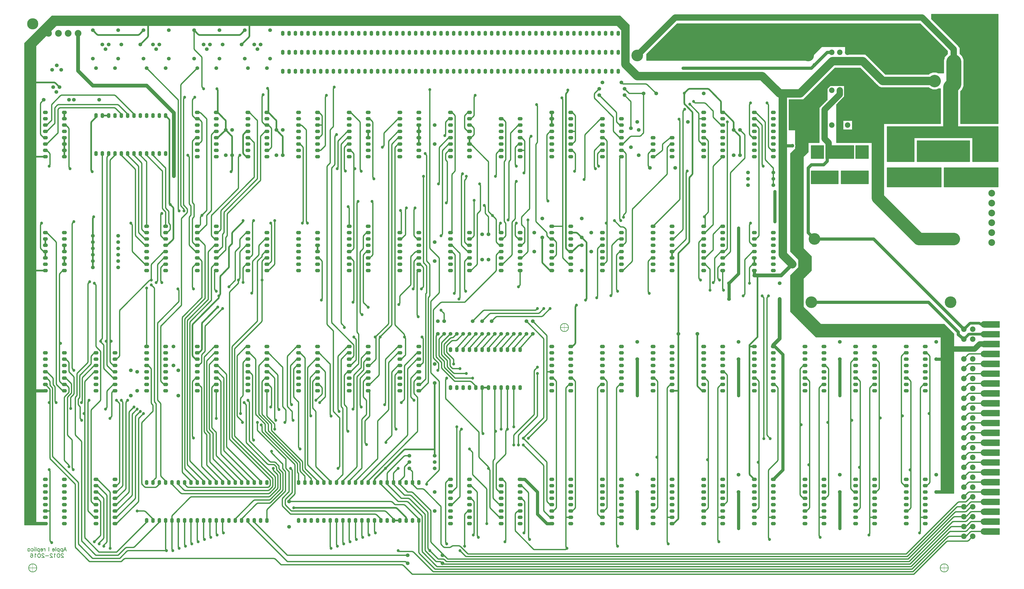
<source format=gbl>
G04*
G04  File:            PCB-11.BOT, Sun Feb 24 12:18:14 2019*
G04  Source:          P-CAD 2006 PCB, Version 19.02.958, (D:\pcb-11\pcb-11.pcb)*
G04  Format:          Gerber Format (RS-274-D), ASCII*
G04*
G04  Format Options:  Absolute Positioning*
G04                   Leading-Zero Suppression*
G04                   Scale Factor 1:1*
G04                   NO Circular Interpolation*
G04                   Inch Units*
G04                   Numeric Format: 4.4 (XXXX.XXXX)*
G04                   G54 NOT Used for Aperture Change*
G04                   Apertures Embedded*
G04*
G04  File Options:    Offset = (0.0mil,0.0mil)*
G04                   Drill Symbol Size = 80.0mil*
G04                   No Pad/Via Holes*
G04*
G04  File Contents:   Pads*
G04                   Vias*
G04                   No Designators*
G04                   No Types*
G04                   No Values*
G04                   No Drill Symbols*
G04                   Bottom*
G04*
%INPCB-11.BOT*%
%ICAS*%
%MOIN*%
G04*
G04  Aperture MACROs for general use --- invoked via D-code assignment *
G04*
G04  General MACRO for flashed round with rotation and/or offset hole *
%AMROTOFFROUND*
1,1,$1,0.0000,0.0000*
1,0,$2,$3,$4*%
G04*
G04  General MACRO for flashed oval (obround) with rotation and/or offset hole *
%AMROTOFFOVAL*
21,1,$1,$2,0.0000,0.0000,$3*
1,1,$4,$5,$6*
1,1,$4,0-$5,0-$6*
1,0,$7,$8,$9*%
G04*
G04  General MACRO for flashed oval (obround) with rotation and no hole *
%AMROTOVALNOHOLE*
21,1,$1,$2,0.0000,0.0000,$3*
1,1,$4,$5,$6*
1,1,$4,0-$5,0-$6*%
G04*
G04  General MACRO for flashed rectangle with rotation and/or offset hole *
%AMROTOFFRECT*
21,1,$1,$2,0.0000,0.0000,$3*
1,0,$4,$5,$6*%
G04*
G04  General MACRO for flashed rectangle with rotation and no hole *
%AMROTRECTNOHOLE*
21,1,$1,$2,0.0000,0.0000,$3*%
G04*
G04  General MACRO for flashed rounded-rectangle *
%AMROUNDRECT*
21,1,$1,$2-$4,0.0000,0.0000,$3*
21,1,$1-$4,$2,0.0000,0.0000,$3*
1,1,$4,$5,$6*
1,1,$4,$7,$8*
1,1,$4,0-$5,0-$6*
1,1,$4,0-$7,0-$8*
1,0,$9,$10,$11*%
G04*
G04  General MACRO for flashed rounded-rectangle with rotation and no hole *
%AMROUNDRECTNOHOLE*
21,1,$1,$2-$4,0.0000,0.0000,$3*
21,1,$1-$4,$2,0.0000,0.0000,$3*
1,1,$4,$5,$6*
1,1,$4,$7,$8*
1,1,$4,0-$5,0-$6*
1,1,$4,0-$7,0-$8*%
G04*
G04  General MACRO for flashed regular polygon *
%AMREGPOLY*
5,1,$1,0.0000,0.0000,$2,$3+$4*
1,0,$5,$6,$7*%
G04*
G04  General MACRO for flashed regular polygon with no hole *
%AMREGPOLYNOHOLE*
5,1,$1,0.0000,0.0000,$2,$3+$4*%
G04*
G04  General MACRO for target *
%AMTARGET*
6,0,0,$1,$2,$3,4,$4,$5,$6*%
G04*
G04  General MACRO for mounting hole *
%AMMTHOLE*
1,1,$1,0,0*
1,0,$2,0,0*
$1=$1-$2*
$1=$1/2*
21,1,$2+$1,$3,0,0,$4*
21,1,$3,$2+$1,0,0,$4*%
G04*
G04*
G04  D10 : "Ellipse X0.254mm Y0.254mm H0.000mm 0.0deg (0.000mm,0.000mm) Draw"*
G04  Disc: OuterDia=0.0100*
%ADD10C, 0.0100*%
G04  D11 : "Ellipse X2.540mm Y2.540mm H0.000mm 0.0deg (0.000mm,0.000mm) Draw"*
G04  Disc: OuterDia=0.1000*
%ADD11C, 0.1000*%
G04  D12 : "Ellipse X0.300mm Y0.300mm H0.000mm 0.0deg (0.000mm,0.000mm) Draw"*
G04  Disc: OuterDia=0.0118*
%ADD12C, 0.0118*%
G04  D13 : "Ellipse X3.348mm Y3.348mm H0.000mm 0.0deg (0.000mm,0.000mm) Draw"*
G04  Disc: OuterDia=0.1318*
%ADD13C, 0.1318*%
G04  D14 : "Ellipse X0.400mm Y0.400mm H0.000mm 0.0deg (0.000mm,0.000mm) Draw"*
G04  Disc: OuterDia=0.0157*
%ADD14C, 0.0157*%
G04  D15 : "Ellipse X5.000mm Y5.000mm H0.000mm 0.0deg (0.000mm,0.000mm) Draw"*
G04  Disc: OuterDia=0.1969*
%ADD15C, 0.1969*%
G04  D16 : "Ellipse X0.508mm Y0.508mm H0.000mm 0.0deg (0.000mm,0.000mm) Draw"*
G04  Disc: OuterDia=0.0200*
%ADD16C, 0.0200*%
G04  D17 : "Ellipse X0.600mm Y0.600mm H0.000mm 0.0deg (0.000mm,0.000mm) Draw"*
G04  Disc: OuterDia=0.0236*
%ADD17C, 0.0236*%
G04  D18 : "Ellipse X6.000mm Y6.000mm H0.000mm 0.0deg (0.000mm,0.000mm) Draw"*
G04  Disc: OuterDia=0.2362*
%ADD18C, 0.2362*%
G04  D19 : "Ellipse X0.635mm Y0.635mm H0.000mm 0.0deg (0.000mm,0.000mm) Draw"*
G04  Disc: OuterDia=0.0250*
%ADD19C, 0.0250*%
G04  D20 : "Ellipse X0.700mm Y0.700mm H0.000mm 0.0deg (0.000mm,0.000mm) Draw"*
G04  Disc: OuterDia=0.0276*
%ADD20C, 0.0276*%
G04  D21 : "Ellipse X1.100mm Y1.100mm H0.000mm 0.0deg (0.000mm,0.000mm) Draw"*
G04  Disc: OuterDia=0.0433*
%ADD21C, 0.0433*%
G04  D22 : "Ellipse X0.127mm Y0.127mm H0.000mm 0.0deg (0.000mm,0.000mm) Draw"*
G04  Disc: OuterDia=0.0050*
%ADD22C, 0.0050*%
G04  D23 : "Ellipse X1.270mm Y1.270mm H0.000mm 0.0deg (0.000mm,0.000mm) Draw"*
G04  Disc: OuterDia=0.0500*
%ADD23C, 0.0500*%
G04  D24 : "Ellipse X1.500mm Y1.500mm H0.000mm 0.0deg (0.000mm,0.000mm) Draw"*
G04  Disc: OuterDia=0.0591*
%ADD24C, 0.0591*%
G04  D25 : "Ellipse X0.200mm Y0.200mm H0.000mm 0.0deg (0.000mm,0.000mm) Draw"*
G04  Disc: OuterDia=0.0079*
%ADD25C, 0.0079*%
G04  D26 : "Ellipse X2.200mm Y2.200mm H0.000mm 0.0deg (0.000mm,0.000mm) Draw"*
G04  Disc: OuterDia=0.0866*
%ADD26C, 0.0866*%
G04  D27 : "Ellipse X0.240mm Y0.240mm H0.000mm 0.0deg (0.000mm,0.000mm) Draw"*
G04  Disc: OuterDia=0.0094*
%ADD27C, 0.0094*%
G04  D28 : "Ellipse X2.300mm Y2.300mm H0.000mm 0.0deg (0.000mm,0.000mm) Draw"*
G04  Disc: OuterDia=0.0906*
%ADD28C, 0.0906*%
G04  D29 : "Ellipse X2.700mm Y2.700mm H0.000mm 0.0deg (0.000mm,0.000mm) Flash"*
G04  Disc: OuterDia=0.1063*
%ADD29C, 0.1063*%
G04  D30 : "Ellipse X2.900mm Y2.900mm H0.000mm 0.0deg (0.000mm,0.000mm) Flash"*
G04  Disc: OuterDia=0.1142*
%ADD30C, 0.1142*%
G04  D31 : "Ellipse X3.700mm Y3.700mm H0.000mm 0.0deg (0.000mm,0.000mm) Flash"*
G04  Disc: OuterDia=0.1457*
%ADD31C, 0.1457*%
G04  D32 : "Ellipse X4.500mm Y4.500mm H0.000mm 0.0deg (0.000mm,0.000mm) Flash"*
G04  Disc: OuterDia=0.1772*
%ADD32C, 0.1772*%
G04  D33 : "Ellipse X4.700mm Y4.700mm H0.000mm 0.0deg (0.000mm,0.000mm) Flash"*
G04  Disc: OuterDia=0.1850*
%ADD33C, 0.1850*%
G04  D34 : "Ellipse X4.900mm Y4.900mm H0.000mm 0.0deg (0.000mm,0.000mm) Flash"*
G04  Disc: OuterDia=0.1929*
%ADD34C, 0.1929*%
G04  D35 : "Ellipse X7.250mm Y7.250mm H0.000mm 0.0deg (0.000mm,0.000mm) Flash"*
G04  Disc: OuterDia=0.2854*
%ADD35C, 0.2854*%
G04  D36 : "Ellipse X7.450mm Y7.450mm H0.000mm 0.0deg (0.000mm,0.000mm) Flash"*
G04  Disc: OuterDia=0.2933*
%ADD36C, 0.2933*%
G04  D37 : "Ellipse X1.500mm Y1.500mm H0.000mm 0.0deg (0.000mm,0.000mm) Flash"*
G04  Disc: OuterDia=0.0591*
%ADD37C, 0.0591*%
G04  D38 : "Ellipse X1.700mm Y1.700mm H0.000mm 0.0deg (0.000mm,0.000mm) Flash"*
G04  Disc: OuterDia=0.0669*
%ADD38C, 0.0669*%
G04  D39 : "Ellipse X2.200mm Y2.200mm H0.000mm 0.0deg (0.000mm,0.000mm) Flash"*
G04  Disc: OuterDia=0.0866*
%ADD39C, 0.0866*%
G04  D40 : "Ellipse X2.300mm Y2.300mm H0.000mm 0.0deg (0.000mm,0.000mm) Flash"*
G04  Disc: OuterDia=0.0906*
%ADD40C, 0.0906*%
G04  D41 : "Ellipse X2.400mm Y2.400mm H0.000mm 0.0deg (0.000mm,0.000mm) Flash"*
G04  Disc: OuterDia=0.0945*
%ADD41C, 0.0945*%
G04  D42 : "Ellipse X2.500mm Y2.500mm H0.000mm 0.0deg (0.000mm,0.000mm) Flash"*
G04  Disc: OuterDia=0.0984*
%ADD42C, 0.0984*%
G04  D43 : "Mounting Hole X3.500mm Y3.500mm H0.000mm 0.0deg (0.000mm,0.000mm) Flash"*
G04  Mounting Hole: Diameter=0.1378, Rotation=0.0, LineWidth=0.0050 *
%ADD43MTHOLE, 0.1378 X0.1178 X0.0050 X0.0*%
G04  D44 : "Oval X2.000mm Y1.400mm H0.000mm 0.0deg (0.000mm,0.000mm) Flash"*
G04  Obround: DimX=0.0787, DimY=0.0551, Rotation=0.0, OffsetX=0.0000, OffsetY=0.0000, HoleDia=0.0000 *
%ADD44O, 0.0787 X0.0551*%
G04  D45 : "Oval X1.400mm Y2.000mm H0.000mm 0.0deg (0.000mm,0.000mm) Flash"*
G04  Obround: DimX=0.0551, DimY=0.0787, Rotation=0.0, OffsetX=0.0000, OffsetY=0.0000, HoleDia=0.0000 *
%ADD45O, 0.0551 X0.0787*%
G04  D46 : "Oval X2.200mm Y1.600mm H0.000mm 0.0deg (0.000mm,0.000mm) Flash"*
G04  Obround: DimX=0.0866, DimY=0.0630, Rotation=0.0, OffsetX=0.0000, OffsetY=0.0000, HoleDia=0.0000 *
%ADD46O, 0.0866 X0.0630*%
G04  D47 : "Oval X1.600mm Y2.200mm H0.000mm 0.0deg (0.000mm,0.000mm) Flash"*
G04  Obround: DimX=0.0630, DimY=0.0866, Rotation=0.0, OffsetX=0.0000, OffsetY=0.0000, HoleDia=0.0000 *
%ADD47O, 0.0630 X0.0866*%
G04  D48 : "Ellipse X1.200mm Y1.200mm H0.000mm 0.0deg (0.000mm,0.000mm) Flash"*
G04  Disc: OuterDia=0.0472*
%ADD48C, 0.0472*%
G04  D49 : "Ellipse X1.400mm Y1.400mm H0.000mm 0.0deg (0.000mm,0.000mm) Flash"*
G04  Disc: OuterDia=0.0551*
%ADD49C, 0.0551*%
G04*
%FSLAX44Y44*%
%SFA1B1*%
%OFA0.0000B0.0000*%
G04*
G70*
G90*
G01*
D2*
%LNBottom*%
D16*
X14749Y17413*
X14757Y17336D1*
X14779Y17262*
X14816Y17194*
X14865Y17134*
X14000Y22000D2*
X14750D1*
X14634Y28515D2*
X14600Y28550D1*
X14634Y28515D2*
X14683Y28455D1*
X14720Y28387*
X14742Y28313*
X14750Y28236*
X14865Y30134D2*
X14816Y30194D1*
X14779Y30262*
X14757Y30336*
X14749Y30413*
X14750Y41086D2*
X14742Y41163D1*
X14720Y41237*
X14683Y41305*
X14634Y41365*
X14750Y39150D2*
X14750Y41086D1*
X14750Y39150D2*
X14600D1*
X14000Y44000D2*
X14250D1*
Y43000D2*
X14000D1*
X14634Y42615D2*
X14250Y43000D1*
X14634Y42615D2*
X14683Y42555D1*
X14720Y42487*
X14742Y42413*
X14750Y42336*
X13365Y63384D2*
X13316Y63444D1*
X13279Y63512*
X13257Y63586*
X13249Y63663*
D2*
D20*
X14000Y64000*
Y65000D1*
D2*
D16*
X13400Y67500*
X13365Y67465D1*
X13316Y67405*
X13279Y67337*
X13257Y67263*
X13249Y67186*
X14600Y76500D2*
X14634Y76534D1*
Y76534D2*
X14683Y76594D1*
X14720Y76662*
X14742Y76736*
X14750Y76813*
X14000Y79000D2*
X14250D1*
Y80000D2*
X14000D1*
X14634Y78615D2*
X14250Y79000D1*
X14634Y78615D2*
X14683Y78555D1*
X14720Y78487*
X14742Y78413*
X14750Y78336*
X14250Y82000D2*
X14000D1*
X14250Y83000D2*
X14000D1*
X13249Y81663D2*
X13257Y81586D1*
X13279Y81512*
X13316Y81444*
X13365Y81384*
X14250Y83000D2*
X14884Y83634D1*
X13249Y86336D2*
X13257Y86413D1*
X13279Y86487*
X13316Y86555*
X13365Y86615*
X17750Y29000D2*
X17750Y29086D1*
X17742Y29163*
X17720Y29237*
X17683Y29305*
X17634Y29365*
X17115Y29884D2*
X17634Y29365D1*
X15265Y30484D2*
X15216Y30544D1*
X15179Y30612*
X15157Y30686*
X15149Y30763*
X17615Y33884D2*
X17566Y33944D1*
X17529Y34012*
X17507Y34086*
X17499Y34163*
X17000Y41000D2*
X16750D1*
X15550Y41486D2*
X15542Y41563D1*
X15520Y41637*
X15483Y41705*
X15434Y41765*
X15865Y41884D2*
X16750Y41000D1*
X17750Y41336D2*
X17742Y41413D1*
X17720Y41487*
X17683Y41555*
X17634Y41615*
X17750Y40913D2*
X17750Y41336D1*
X17750Y40913D2*
X17742Y40836D1*
X17720Y40762*
X17683Y40694*
X17634Y40634*
X17615Y40115D2*
X17566Y40055D1*
X17529Y39987*
X17507Y39913*
X17500Y39836*
X17634Y40634D2*
X17115Y40115D1*
X17066Y40055*
X17029Y39987*
X17007Y39913*
X16999Y39836*
X15550Y39300D2*
X15550Y41486D1*
X15550Y39300D2*
X15700Y39150D1*
X15365Y41834D2*
X15434Y41765D1*
X17250Y43000D2*
X17000D1*
X15250Y42836D2*
X15242Y42913D1*
X15220Y42987*
X15183Y43055*
X15134Y43115*
X16249Y42663D2*
X16257Y42586D1*
X16279Y42512*
X16316Y42444*
X16365Y42384*
X17865Y43884D2*
X17816Y43944D1*
X17779Y44012*
X17757Y44086*
X17749Y44163*
X15250Y42836D2*
Y42113D1*
X17250Y46000D2*
X17000D1*
X17634Y45615D2*
X17250Y46000D1*
X17634Y45615D2*
X17683Y45555D1*
X17720Y45487*
X17742Y45413*
X17749Y45336*
X16250Y48500D2*
X16400D1*
X16249Y59336D2*
X16257Y59413D1*
X16279Y59487*
X16316Y59555*
X16365Y59615*
D2*
D20*
X17000Y61000*
Y62000D1*
D2*
D16*
X15750Y64336*
X15742Y64413D1*
X15720Y64487*
X15683Y64555*
X15634Y64615*
X17865Y76134D2*
X17816Y76194D1*
X17779Y76262*
X17757Y76336*
X17749Y76413*
D2*
D20*
X17000Y79000*
Y80000D1*
D2*
D16*
Y83000*
X17250D1*
X15500Y83413D2*
X15492Y83336D1*
X15470Y83262*
X15433Y83194*
X15384Y83134*
X16000Y81913D2*
X15992Y81836D1*
X15970Y81762*
X15933Y81694*
X15884Y81634*
X17634Y82615D2*
X17250Y83000D1*
X17634Y82615D2*
X17683Y82555D1*
X17720Y82487*
X17742Y82413*
X17750Y82336*
X15499Y85586D2*
X15507Y85663D1*
X15529Y85737*
X15566Y85805*
X15615Y85865*
X15884Y86134D2*
X15615Y85865D1*
X15884Y86134D2*
X15944Y86183D1*
X16012Y86220*
X16086Y86242*
X16163Y86250*
X16115Y85615D2*
X16066Y85555D1*
X16029Y85487*
X16007Y85413*
X15999Y85336*
X16134Y85634D2*
X16115Y85615D1*
X16134Y85634D2*
X16194Y85683D1*
X16262Y85720*
X16336Y85742*
X16413Y85750*
X16384Y87634D2*
X16444Y87683D1*
X16512Y87720*
X16586Y87742*
X16663Y87750*
D2*
D20*
X16250Y89000*
X15615Y89634D1*
X15555Y89683*
X15487Y89720*
X15413Y89742*
X15336Y89750*
D2*
D16*
X19749Y17413*
X19757Y17336D1*
X19779Y17262*
X19816Y17194*
X19865Y17134*
X19249Y16913D2*
X19257Y16836D1*
X19279Y16762*
X19316Y16694*
X19365Y16634*
X18749Y16413D2*
X18757Y16336D1*
X18779Y16262*
X18816Y16194*
X18865Y16134*
X20865Y21884D2*
X20816Y21944D1*
X20779Y22012*
X20757Y22086*
X20749Y22163*
X18750Y26086D2*
X18742Y26163D1*
X18720Y26237*
X18683Y26305*
X18634Y26365*
X19134Y26615D2*
X19183Y26555D1*
X19220Y26487*
X19242Y26413*
X19250Y26336*
X18365Y28584D2*
X18400Y28550D1*
X18365Y28584D2*
X18316Y28644D1*
X18279Y28712*
X18257Y28786*
X18249Y28863*
X18865Y33884D2*
X19634Y33115D1*
X18865Y33884D2*
X18816Y33944D1*
X18779Y34012*
X18757Y34086*
X18750Y34163*
X19384Y38615D2*
X19315Y38684D1*
X19384Y38615D2*
X19433Y38555D1*
X19470Y38487*
X19492Y38413*
X19500Y38336*
X19615Y36484D2*
X19750Y36350D1*
X19500Y38336D2*
X19499Y36763D1*
Y36763D2*
X19507Y36686D1*
X19529Y36612*
X19566Y36544*
X19615Y36484*
X20250Y37400D2*
X20100D1*
X18115Y40065D2*
X18434Y40384D1*
Y40384D2*
X18483Y40444D1*
X18520Y40512*
X18542Y40586*
X18550Y40663*
X19000Y40413D2*
X18992Y40336D1*
X18970Y40262*
X18933Y40194*
X18884Y40134*
Y40134D2*
X18865Y40115D1*
X18816Y40055*
X18779Y39987*
X18757Y39913*
X18750Y39836*
X19199Y39536D2*
X19207Y39613D1*
X19229Y39687*
X19266Y39755*
X19315Y39815*
X19334Y39834*
Y39834D2*
X19383Y39894D1*
X19420Y39962*
X19442Y40036*
X19450Y40113*
X19850Y39300D2*
X19700Y39150D1*
X20749Y39186D2*
X20757Y39263D1*
X20779Y39337*
X20816Y39405*
X20865Y39465*
X18549Y43036D2*
X18542Y43113D1*
X18520Y43187*
X18483Y43255*
X18434Y43315*
X18999Y43586D2*
X19007Y43663D1*
X19029Y43737*
X19066Y43805*
X19115Y43865*
X19565Y43565D2*
X19516Y43505D1*
X19479Y43437*
X19457Y43363*
X19449Y43286*
X19965Y43215D2*
X19916Y43155D1*
X19879Y43087*
X19857Y43013*
X19849Y42936*
X20365Y42615D2*
X20316Y42555D1*
X20279Y42487*
X20257Y42413*
X20249Y42336*
X18365Y44384D2*
X18500Y44250D1*
X18365Y44384D2*
X18316Y44444D1*
X18279Y44512*
X18257Y44586*
X18249Y44663*
X20634Y45384D2*
X20683Y45444D1*
X20720Y45512*
X20742Y45586*
X20750Y45663*
X20749Y57836D2*
X20757Y57913D1*
X20779Y57987*
X20816Y58055*
X20865Y58115*
X18500Y67750D2*
X18365Y67615D1*
X18316Y67555*
X18279Y67487*
X18257Y67413*
X18249Y67336*
X21384Y14615D2*
X21444Y14566D1*
X21512Y14529*
X21586Y14507*
X21663Y14500*
X22384Y15615D2*
X22444Y15566D1*
X22512Y15529*
X22586Y15507*
X22663Y15500*
X23634Y16984D2*
X23683Y17044D1*
X23720Y17112*
X23742Y17186*
X23750Y17263*
X23134Y17584D2*
X23183Y17644D1*
X23220Y17712*
X23242Y17786*
X23250Y17863*
X23134Y17584D2*
X22500Y16950D1*
Y16800*
X23250Y16600D2*
Y16450D1*
X23634Y16984D2*
X23250Y16600D1*
X22000Y23000D2*
X21750D1*
X21365Y23384D2*
X21750Y23000D1*
X21365Y23384D2*
X21316Y23444D1*
X21279Y23512*
X21257Y23586*
X21249Y23663*
X22634Y23615D2*
X22683Y23555D1*
X22720Y23487*
X22742Y23413*
X22750Y23336*
X22000Y25000D2*
X22250D1*
X22000Y26000D2*
X22250D1*
X23134Y24115D2*
X22250Y25000D1*
X23634Y24615D2*
X22250Y26000D1*
X23634Y24615D2*
X23683Y24555D1*
X23720Y24487*
X23742Y24413*
X23750Y24336*
X21249Y37836D2*
X21257Y37913D1*
X21279Y37987*
X21316Y38055*
X21365Y38115*
X23500Y38100D2*
X23634Y38234D1*
Y38234D2*
X23683Y38294D1*
X23720Y38362*
X23742Y38436*
X23750Y38513*
X22634Y39384D2*
X22683Y39444D1*
X22720Y39512*
X22742Y39586*
X22749Y39663*
X23749Y40836D2*
X23757Y40913D1*
X23779Y40987*
X23816Y41055*
X23865Y41115*
X22000Y44000D2*
X21750D1*
X23249Y44663D2*
X23257Y44586D1*
X23279Y44512*
X23316Y44444*
X23365Y44384*
X22000Y47000D2*
X21750D1*
X21365Y46615*
X21316Y46555*
X21279Y46487*
X21257Y46413*
X21249Y46336*
Y45413D2*
Y46336D1*
Y45413D2*
X21242Y45336D1*
X21220Y45262*
X21183Y45194*
X21134Y45134*
X22634Y47365D2*
X22115Y47884D1*
X22634Y47365D2*
X22683Y47305D1*
X22720Y47237*
X22742Y47163*
X22749Y47086*
X23750Y48850D2*
X23600D1*
X23134Y48365D2*
X22750Y48750D1*
Y48850*
Y49000*
X22884Y49134*
Y49134D2*
X22933Y49194D1*
X22970Y49262*
X22992Y49336*
X23000Y49413*
X21884Y57865D2*
X21750Y58000D1*
X21884Y57865D2*
X21933Y57805D1*
X21970Y57737*
X21992Y57663*
X22000Y57586*
D2*
D19*
X21500Y60500*
Y61500D1*
Y62500*
Y63500D2*
Y64500D1*
Y65500*
X21650Y68500D2*
X21615Y68465D1*
X21566Y68405*
X21529Y68337*
X21507Y68263*
X21499Y68186*
X21365Y75684D2*
X21400Y75650D1*
X21365Y75684D2*
X21316Y75744D1*
X21279Y75812*
X21257Y75886*
X21249Y75963*
Y83336D2*
X21257Y83413D1*
X21279Y83487*
X21316Y83555*
X21365Y83615*
X22000Y84250D2*
Y84500D1*
X21500Y98000D2*
X22134Y97365D1*
X22134D2*
X22194Y97316D1*
X22262Y97279*
X22336Y97257*
X22413Y97250*
D2*
D16*
X26115Y14115*
X26055Y14066D1*
X25987Y14029*
X25913Y14007*
X25836Y14000*
X26384Y14384D2*
X26115Y14115D1*
X26384Y14384D2*
X26444Y14433D1*
X26512Y14470*
X26586Y14492*
X26663Y14500*
X25865Y14615D2*
X25805Y14566D1*
X25737Y14529*
X25663Y14507*
X25586Y14500*
X25086Y15500D2*
X25163Y15507D1*
X25237Y15529*
X25305Y15566*
X25365Y15615*
X26634Y16134D2*
X25615Y15115D1*
X25000Y20000D2*
X25250D1*
X25000Y23000D2*
X25250D1*
X25000Y22000D2*
X25250D1*
X25000Y25000D2*
X25250D1*
X25000Y26000D2*
X25250D1*
X24134Y25115D2*
X24183Y25055D1*
X24220Y24987*
X24242Y24913*
X24250Y24836*
X25250Y26000D2*
X25634Y26384D1*
Y26384D2*
X25683Y26444D1*
X25720Y26512*
X25742Y26586*
X25750Y26663*
X25250Y25000D2*
X26134Y25884D1*
Y25884D2*
X26183Y25944D1*
X26220Y26012*
X26242Y26086*
X26250Y26163*
X26750Y25663D2*
X26742Y25586D1*
X26720Y25512*
X26683Y25444*
X26634Y25384*
X24200Y36650D2*
X24384Y36834D1*
Y36834D2*
X24433Y36894D1*
X24470Y36962*
X24492Y37036*
X24500Y37113*
X25000Y41000D2*
X24750D1*
X24615Y40865*
X24566Y40805*
X24529Y40737*
X24507Y40663*
X24499Y40586*
X25634Y39115D2*
X25250Y39500D1*
X26134Y39365D2*
X26000Y39500D1*
X25000Y44000D2*
X24750D1*
X25000Y43000D2*
X24750D1*
X25250Y46000D2*
X25000D1*
X24249Y45663D2*
X24257Y45586D1*
X24279Y45512*
X24316Y45444*
X24365Y45384*
X25250Y46000D2*
X25634Y46384D1*
Y46384D2*
X25683Y46444D1*
X25720Y46512*
X25742Y46586*
X25750Y46663*
X24250Y48850D2*
X24400D1*
X25749Y53586D2*
X25757Y53663D1*
X25779Y53737*
X25816Y53805*
X25865Y53865*
X24249Y77336D2*
X24257Y77413D1*
X24279Y77487*
X24316Y77555*
X24365Y77615*
X26000Y78250D2*
Y78500D1*
X25000Y78250D2*
Y78500D1*
X26000Y84500D2*
Y84750D1*
X25115Y85634*
X25055Y85683*
X24987Y85720*
X24913Y85742*
X24836Y85750*
X25336Y86250D2*
X25413Y86242D1*
X25487Y86220*
X25555Y86183*
X25615Y86134*
X25115Y87634D2*
X25055Y87683D1*
X24987Y87720*
X24913Y87742*
X24836Y87750*
X28115Y16365D2*
X28055Y16316D1*
X27987Y16279*
X27913Y16257*
X27836Y16250*
X28634Y23384D2*
X28683Y23444D1*
X28720Y23512*
X28742Y23586*
X28750Y23663*
X29586Y22000D2*
X28500D1*
X29586D2*
X29663Y21992D1*
X29737Y21970*
X29805Y21933*
X29865Y21884*
X27134Y24884D2*
X27183Y24944D1*
X27220Y25012*
X27242Y25086*
X27250Y25163*
X27750Y24663D2*
X27742Y24586D1*
X27720Y24512*
X27683Y24444*
X27634Y24384*
X29365Y26134D2*
X29316Y26194D1*
X29279Y26262*
X29257Y26336*
X29249Y26413*
X29365Y26134D2*
X29634Y25865D1*
X29500Y37400D2*
X28865Y36765D1*
X28816Y36705*
X28779Y36637*
X28757Y36563*
X28749Y36486*
X28249Y36836D2*
X28257Y36913D1*
X28279Y36987*
X28316Y37055*
X28365Y37115*
X29000Y37750D2*
X28365Y37115D1*
X28500Y38100D2*
X27865Y37465D1*
X27816Y37405*
X27779Y37337*
X27757Y37263*
X27749Y37186*
X28000Y38450D2*
X27365Y37815D1*
X27316Y37755*
X27279Y37687*
X27257Y37613*
X27249Y37536*
X27865Y62884D2*
X29750Y61000D1*
X28365Y65384D2*
X29750Y64000D1*
X28365Y65384D2*
X28316Y65444D1*
X28279Y65512*
X28257Y65586*
X28249Y65663*
X28865Y65884D2*
X29750Y65000D1*
X27634Y67365D2*
X27500Y67500D1*
X27634Y67365D2*
X27683Y67305D1*
X27720Y67237*
X27742Y67163*
X27750Y67086*
X29249Y66663D2*
X29257Y66586D1*
X29279Y66512*
X29316Y66444*
X29365Y66384*
X28250Y75836D2*
X28242Y75913D1*
X28220Y75987*
X28183Y76055*
X28134Y76115*
X28750Y76336D2*
X28742Y76413D1*
X28720Y76487*
X28683Y76555*
X28634Y76615*
X29250Y76836D2*
X29242Y76913D1*
X29220Y76987*
X29183Y77055*
X29134Y77115*
X29000Y78250D2*
Y78500D1*
X28000Y78250D2*
Y78500D1*
Y84500D2*
Y84750D1*
D2*
D19*
X28865Y97365*
X29500Y98000D1*
X28865Y97365D2*
X28805Y97316D1*
X28737Y97279*
X28663Y97257*
X28586Y97250*
D2*
D16*
X31000Y20750*
Y20500D1*
X32000Y20250D2*
Y20500D1*
X31000Y26500D2*
Y26750D1*
X32000Y26250D2*
Y26500D1*
X31615Y25865D2*
X32000Y26250D1*
X31615Y25865D2*
X31555Y25816D1*
X31487Y25779*
X31413Y25757*
X31336Y25750*
X31384Y27134D2*
X31433Y27194D1*
X31470Y27262*
X31492Y27336*
X31500Y27413*
X32249Y27663D2*
X32257Y27586D1*
X32279Y27512*
X32316Y27444*
X32365Y27384*
X30884Y38865D2*
X30865Y38884D1*
X30884Y38865D2*
X30933Y38805D1*
X30970Y38737*
X30992Y38663*
X31000Y38586*
X31000Y37913D2*
X31000Y38586D1*
X31000Y37913D2*
X30992Y37836D1*
X30970Y37762*
X30933Y37694*
X30884Y37634*
X31365Y39134D2*
X31316Y39194D1*
X31279Y39262*
X31257Y39336*
X31249Y39413*
X31384Y39115D2*
X31365Y39134D1*
X31865Y39384D2*
X31816Y39444D1*
X31779Y39512*
X31757Y39586*
X31749Y39663*
X32134Y39115D2*
X31865Y39384D1*
X30750Y44336D2*
X30742Y44413D1*
X30720Y44487*
X30683Y44555*
X30634Y44615*
X32249Y42663D2*
X32257Y42586D1*
X32279Y42512*
X32316Y42444*
X32365Y42384*
X31749Y51586D2*
X31757Y51663D1*
X31779Y51737*
X31816Y51805*
X31865Y51865*
X31500Y58100D2*
X31634Y58234D1*
Y58234D2*
X31683Y58294D1*
X31720Y58362*
X31742Y58436*
X31750Y58513*
X31134Y57365D2*
X30750Y57750D1*
Y58500D2*
X30663D1*
X30663D2*
X30586Y58492D1*
X30512Y58470*
X30444Y58433*
X30384Y58384*
X32365Y58134D2*
X32400Y58100D1*
X32365Y58134D2*
X32316Y58194D1*
X32279Y58262*
X32257Y58336*
X32249Y58413*
X30749Y60836D2*
X30757Y60913D1*
X30779Y60987*
X30816Y61055*
X30865Y61115*
X32750Y62000D2*
X31865Y61115D1*
X31816Y61055*
X31779Y60987*
X31757Y60913*
X31749Y60836*
X32750Y61000D2*
X32365Y60615D1*
X32316Y60555*
X32279Y60487*
X32257Y60413*
X32249Y60336*
X32365Y65384D2*
X32750Y65000D1*
X32365Y65384D2*
X32316Y65444D1*
X32279Y65512*
X32257Y65586*
X32249Y65663*
X32615Y69684D2*
X32566Y69744D1*
X32529Y69812*
X32507Y69886*
X32499Y69963*
X32884Y69415D2*
X32615Y69684D1*
X32500Y75586D2*
X32492Y75663D1*
X32470Y75737*
X32433Y75805*
X32384Y75865*
X31000Y78250D2*
Y78500D1*
D2*
D19*
X30134Y96884*
X30183Y96944D1*
X30220Y97012*
X30242Y97086*
X30250Y97163*
D2*
D16*
X33115Y15784*
X33150Y15750D1*
X34115Y15784D2*
X34150Y15750D1*
X34115Y15784D2*
X34066Y15844D1*
X34029Y15912*
X34007Y15986*
X33999Y16063*
X35115Y16134D2*
X35150Y16100D1*
X35115Y16134D2*
X35066Y16194D1*
X35029Y16262*
X35007Y16336*
X34999Y16413*
X34000Y26250D2*
Y26500D1*
X35000Y26250D2*
Y26500D1*
Y26250D2*
X35884Y25365D1*
X34000Y26250D2*
X35384Y24865D1*
X35384D2*
X35444Y24816D1*
X35512Y24779*
X35586Y24757*
X35663Y24750*
X35765Y27984D2*
X35716Y28044D1*
X35679Y28112*
X35657Y28186*
X35649Y28263*
Y52486D2*
X35657Y52563D1*
X35679Y52637*
X35716Y52705*
X35765Y52765*
X35384Y54384D2*
X35433Y54444D1*
X35470Y54512*
X35492Y54586*
X35500Y54663*
X34984Y54984D2*
X35033Y55044D1*
X35070Y55112*
X35092Y55186*
X35100Y55263*
Y55263D2*
Y56786D1*
D2*
D19*
X33250Y64000*
X34134Y64884D1*
Y64884D2*
X34183Y64944D1*
X34220Y65012*
X34242Y65086*
X34250Y65163*
D2*
D16*
X33615Y67384*
X33566Y67444D1*
X33529Y67512*
X33507Y67586*
X33499Y67663*
X33634Y67365D2*
X33615Y67384D1*
X33634Y67365D2*
X33683Y67305D1*
X33720Y67237*
X33742Y67163*
X33750Y67086*
X33750Y66663D2*
X33750Y67086D1*
X33750Y66663D2*
X33742Y66586D1*
X33720Y66512*
X33683Y66444*
X33634Y66384*
X35500Y68086D2*
X35507Y68163D1*
X35529Y68237*
X35566Y68305*
X35615Y68365*
D2*
D19*
X33600Y70600*
X33750Y70450D1*
D2*
D16*
X33384Y69515*
X33115Y69784D1*
X33384Y69515D2*
X33433Y69455D1*
X33470Y69387*
X33492Y69313*
X33500Y69236*
D2*
D19*
X34134Y70065*
X33750Y70450D1*
X34134Y70065D2*
X34183Y70005D1*
X34220Y69937*
X34242Y69863*
X34250Y69786*
D2*
D16*
X35115Y69484*
X35150Y69450D1*
X35115Y69484D2*
X35066Y69544D1*
X35029Y69612*
X35007Y69686*
X34999Y69763*
X35515Y70134D2*
X35466Y70194D1*
X35429Y70262*
X35407Y70336*
X35399Y70413*
X35784Y69865D2*
X35515Y70134D1*
X35399Y89236D2*
X35407Y89313D1*
X35429Y89387*
X35466Y89455*
X35515Y89515*
X36115Y16484D2*
X36150Y16450D1*
X37115Y16834D2*
X37150Y16800D1*
X37115Y16834D2*
X37066Y16894D1*
X37029Y16962*
X37007Y17036*
X36999Y17113*
X37999Y17463D2*
X38007Y17386D1*
X38029Y17312*
X38066Y17244*
X38115Y17184*
Y17184D2*
X38150Y17150D1*
X37000Y26500D2*
Y26750D1*
X38000Y26500D2*
Y26750D1*
X37163Y24250D2*
X37086Y24242D1*
X37012Y24220*
X36944Y24183*
X36884Y24134*
X36663Y25750D2*
X36586Y25757D1*
X36512Y25779*
X36444Y25816*
X36384Y25865*
X36565Y29184D2*
X36516Y29244D1*
X36479Y29312*
X36457Y29386*
X36449Y29463*
X38699Y29213D2*
X38707Y29136D1*
X38729Y29062*
X38766Y28994*
X38815Y28934*
X37365Y33584D2*
X37400Y33550D1*
X37365Y33584D2*
X37316Y33644D1*
X37279Y33712*
X37257Y33786*
X37249Y33863*
X38700Y41386D2*
X38692Y41463D1*
X38670Y41537*
X38633Y41605*
X38584Y41665*
X38000Y43000D2*
X37750D1*
X37365Y42615*
X37316Y42555*
X37279Y42487*
X37257Y42413*
X37249Y42336*
D2*
D19*
X37750Y46000*
X38000D1*
Y47000D2*
X38250D1*
X37365Y46384D2*
X37750Y46000D1*
X37365Y46384D2*
X37316Y46444D1*
X37279Y46512*
X37257Y46586*
X37249Y46663*
X38250Y47000D2*
X38634Y47384D1*
Y47384D2*
X38683Y47444D1*
X38720Y47512*
X38742Y47586*
X38750Y47663*
D2*
D16*
X38815Y46815*
X38766Y46755D1*
X38729Y46687*
X38707Y46613*
X38700Y46536*
X38700Y45613D2*
X38700Y46536D1*
X38700Y45613D2*
X38692Y45536D1*
X38670Y45462*
X38633Y45394*
X38584Y45334*
D2*
D19*
X38749Y51586*
X38757Y51663D1*
X38779Y51737*
X38816Y51805*
X38865Y51865*
X37365Y51615D2*
X37316Y51555D1*
X37279Y51487*
X37257Y51413*
X37249Y51336*
D2*
D16*
X36849Y51736*
X36857Y51813D1*
X36879Y51887*
X36916Y51955*
X36965Y52015*
X36565Y52265D2*
X36516Y52205D1*
X36479Y52137*
X36457Y52063*
X36449Y51986*
X37365Y57134D2*
X37400Y57100D1*
X37365Y57134D2*
X37316Y57194D1*
X37279Y57262*
X37257Y57336*
X37249Y57413*
X38000Y61000D2*
X37750D1*
X38250Y62000D2*
X38000D1*
X37750Y61000D2*
X37365Y60615D1*
X37316Y60555*
X37279Y60487*
X37257Y60413*
X37249Y60336*
X38634Y61615D2*
X38250Y62000D1*
X38634Y61615D2*
X38683Y61555D1*
X38720Y61487*
X38742Y61413*
X38750Y61336*
X38250Y65000D2*
X38000D1*
Y64000D2*
X37750D1*
X37365Y64384D2*
X37750Y64000D1*
X37365Y64384D2*
X37316Y64444D1*
X37279Y64512*
X37257Y64586*
X37249Y64663*
X36749Y64163D2*
X36757Y64086D1*
X36779Y64012*
X36816Y63944*
X36865Y63884*
X38250Y67000D2*
X38000D1*
X38250D2*
X38384Y67134D1*
Y67134D2*
X38433Y67194D1*
X38470Y67262*
X38492Y67336*
X38500Y67413*
X36749Y68336D2*
X36757Y68413D1*
X36779Y68487*
X36816Y68555*
X36865Y68615*
X36884Y68634*
X37384Y68384D2*
X37433Y68444D1*
X37470Y68512*
X37492Y68586*
X37500Y68663*
X37384Y68384D2*
X37365Y68365D1*
X37316Y68305*
X37279Y68237*
X37257Y68163*
X37250Y68086*
X38750Y68750D2*
X38615Y68615D1*
X38500Y68336D2*
Y67413D1*
Y68336D2*
X38507Y68413D1*
X38529Y68487*
X38566Y68555*
X38615Y68615*
X36450Y69586D2*
X36442Y69663D1*
X36420Y69737*
X36383Y69805*
X36334Y69865*
X36450Y69363D2*
X36450Y69586D1*
X37500Y70336D2*
X37492Y70413D1*
X37470Y70487*
X37433Y70555*
X37384Y70615*
X37365Y70634D2*
X37384Y70615D1*
X37365Y70634D2*
X37316Y70694D1*
X37279Y70762*
X37257Y70836*
X37250Y70913*
X36884Y70365D2*
X36933Y70305D1*
X36970Y70237*
X36992Y70163*
X37000Y70086*
X36865Y70384D2*
X36884Y70365D1*
X36865Y70384D2*
X36816Y70444D1*
X36779Y70512*
X36757Y70586*
X36750Y70663*
X38000Y80000D2*
X38250D1*
X36634Y78115D2*
X36500Y78250D1*
X38250Y80000D2*
X38634Y80384D1*
Y80384D2*
X38683Y80444D1*
X38720Y80512*
X38742Y80586*
X38750Y80663*
X37365Y80615D2*
X37316Y80555D1*
X37279Y80487*
X37257Y80413*
X37249Y80336*
X38750Y83336D2*
X38742Y83413D1*
X38720Y83487*
X38683Y83555*
X38634Y83615*
X37365Y84384D2*
X37316Y84444D1*
X37279Y84512*
X37257Y84586*
X37249Y84663*
X38336Y85000D2*
X38000D1*
X38336D2*
X38413Y84992D1*
X38487Y84970*
X38555Y84933*
X38615Y84884*
X37249Y86886D2*
Y84663D1*
X38865Y88884D2*
X38816Y88944D1*
X38779Y89012*
X38757Y89086*
X38749Y89163*
X37600Y87400D2*
X37365Y87165D1*
X37615Y94884D2*
X37566Y94944D1*
X37529Y95012*
X37507Y95086*
X37499Y95163*
X38634Y93865D2*
X37615Y94884D1*
X38634Y93865D2*
X38683Y93805D1*
X38720Y93737*
X38742Y93663*
X38749Y93586*
D2*
D19*
X37500Y98000*
X38134Y97365D1*
X38134D2*
X38194Y97316D1*
X38262Y97279*
X38336Y97257*
X38413Y97250*
D2*
D16*
X39115Y17534*
X39150Y17500D1*
X40115Y17884D2*
X40150Y17850D1*
X41000Y20500D2*
X40999Y18513D1*
X41115Y18234D2*
X41150Y18200D1*
X41115Y18234D2*
X41066Y18294D1*
X41029Y18362*
X41007Y18436*
X40999Y18513*
X40000Y20500D2*
X39999Y18163D1*
X40000Y26500D2*
Y26750D1*
X41000Y26500D2*
Y26750D1*
X39615Y29134D2*
X39566Y29194D1*
X39529Y29262*
X39507Y29336*
X39499Y29413*
X40615Y30134D2*
X40566Y30194D1*
X40529Y30262*
X40507Y30336*
X40499Y30413*
X41115Y30634D2*
X41066Y30694D1*
X41029Y30762*
X41007Y30836*
X40999Y30913*
X41749Y31163D2*
X41757Y31086D1*
X41779Y31012*
X41816Y30944*
X41865Y30884*
X40415Y35034D2*
X40366Y35094D1*
X40329Y35162*
X40307Y35236*
X40299Y35313*
X39899Y35063D2*
X39907Y34986D1*
X39929Y34912*
X39966Y34844*
X40015Y34784*
X39615Y34584D2*
X39566Y34644D1*
X39529Y34712*
X39507Y34786*
X39499Y34863*
X39384Y34215D2*
X39215Y34384D1*
X39384Y34215D2*
X39433Y34155D1*
X39470Y34087*
X39492Y34013*
X39500Y33936*
X39884Y34315D2*
X39615Y34584D1*
X39884Y34315D2*
X39933Y34255D1*
X39970Y34187*
X39992Y34113*
X40000Y34036*
X40384Y34415D2*
X40015Y34784D1*
X40384Y34415D2*
X40433Y34355D1*
X40470Y34287*
X40492Y34213*
X40500Y34136*
X40884Y34565D2*
X40415Y35034D1*
X40884Y34565D2*
X40933Y34505D1*
X40970Y34437*
X40992Y34363*
X40999Y34286*
X40299Y41386D2*
X40307Y41463D1*
X40329Y41537*
X40366Y41605*
X40415Y41665*
X41250Y43000D2*
X41000D1*
X41250Y44000D2*
X41000D1*
X41634Y42615D2*
X41250Y43000D1*
X41634Y42615D2*
X41683Y42555D1*
X41720Y42487*
X41742Y42413*
X41750Y42336*
X40750Y47000D2*
X41000D1*
X40750Y46000D2*
X41000D1*
X39134Y47134D2*
X39183Y47194D1*
X39220Y47262*
X39242Y47336*
X39250Y47413*
X40750Y47000D2*
X39615Y45865D1*
X39566Y45805*
X39529Y45737*
X39507Y45663*
X39499Y45586*
X40750Y46000D2*
X40015Y45265D1*
X40865Y56884D2*
X41000Y56750D1*
D2*
D19*
X41400Y56000*
X41534Y56134D1*
Y56134D2*
X41583Y56194D1*
X41620Y56262*
X41642Y56336*
X41650Y56413*
X41400Y55813D2*
X41400Y56000D1*
X41400Y55813D2*
X41392Y55736D1*
X41370Y55662*
X41333Y55594*
X41284Y55534*
D2*
D16*
X40750Y59750*
X40749Y57163D1*
D2*
D19*
X41650Y58986*
X41657Y59063D1*
X41679Y59137*
X41716Y59205*
X41765Y59265*
D2*
D16*
X40750Y61000*
X41000D1*
Y62000D2*
X41250D1*
X40750Y61000D2*
X40365Y60615D1*
X40316Y60555*
X40279Y60487*
X40257Y60413*
X40249Y60336*
X40750Y64000D2*
X41000D1*
Y65000D2*
X40750D1*
X40365Y65384D2*
X40750Y65000D1*
X40365Y65384D2*
X40316Y65444D1*
X40279Y65512*
X40257Y65586*
X40249Y65663*
X39134Y64115D2*
X39183Y64055D1*
X39220Y63987*
X39242Y63913*
X39250Y63836*
X40750Y64000D2*
X39865Y63115D1*
X39384Y67134D2*
X39433Y67194D1*
X39470Y67262*
X39492Y67336*
X39500Y67413*
X41634Y66384D2*
X41683Y66444D1*
X41720Y66512*
X41742Y66586*
X41750Y66663*
X39500Y68586D2*
X39500Y67413D1*
X39500Y68586D2*
X39507Y68663D1*
X39529Y68737*
X39566Y68805*
X39615Y68865*
X40249Y68586D2*
X40257Y68663D1*
X40279Y68737*
X40316Y68805*
X40365Y68865*
X39384Y69384D2*
X39433Y69444D1*
X39470Y69512*
X39492Y69586*
X39500Y69663*
X40134Y69384D2*
X40183Y69444D1*
X40220Y69512*
X40242Y69586*
X40250Y69663*
X41749Y69336D2*
X41757Y69413D1*
X41779Y69487*
X41816Y69555*
X41865Y69615*
X40750Y82000D2*
X41000D1*
X40750D2*
X40365Y81615D1*
X40316Y81555*
X40279Y81487*
X40257Y81413*
X40249Y81336*
D2*
D19*
X41250Y85000*
X41000D1*
X41134Y88715D2*
X41100Y88750D1*
X41134Y88715D2*
X41183Y88655D1*
X41220Y88587*
X41242Y88513*
X41250Y88436*
D2*
D16*
X44000Y20500*
Y20750D1*
X42115Y18584D2*
X42150Y18550D1*
X43000Y26500D2*
Y26750D1*
X44000Y26500D2*
Y26750D1*
X42315Y31434D2*
X42266Y31494D1*
X42229Y31562*
X42207Y31636*
X42199Y31713*
X42765Y31984D2*
X42716Y32044D1*
X42679Y32112*
X42657Y32186*
X42649Y32263*
X43215Y33234D2*
X43166Y33294D1*
X43129Y33362*
X43107Y33436*
X43099Y33513*
X43499Y33763D2*
X43507Y33686D1*
X43529Y33612*
X43566Y33544*
X43615Y33484*
X44015Y33734D2*
X43966Y33794D1*
X43929Y33862*
X43907Y33936*
X43899Y34013*
X44415Y36884D2*
X44366Y36944D1*
X44329Y37012*
X44307Y37086*
X44299Y37163*
X42650Y43436D2*
X42642Y43513D1*
X42620Y43587*
X42583Y43655*
X42534Y43715*
X44299Y46386D2*
X44307Y46463D1*
X44329Y46537*
X44366Y46605*
X44415Y46665*
X43899Y47486D2*
X43907Y47563D1*
X43929Y47637*
X43966Y47705*
X44015Y47765*
X43099Y56436D2*
X43107Y56513D1*
X43129Y56587*
X43166Y56655*
X43215Y56715*
X44499Y58163D2*
X44500Y58500D1*
X44499Y58163D2*
X44492Y58086D1*
X44470Y58012*
X44433Y57944*
X44384Y57884*
X43000Y57450D2*
X43884Y58334D1*
Y58334D2*
X43933Y58394D1*
X43970Y58462*
X43992Y58536*
X44000Y58613*
X44500Y58500D2*
X44634Y58634D1*
Y58634D2*
X44683Y58694D1*
X44720Y58762*
X44742Y58836*
X44750Y58913*
D2*
D19*
X42884Y60384*
X42933Y60444D1*
X42970Y60512*
X42992Y60586*
X43000Y60663*
D2*
D16*
X42634Y65384*
X42683Y65444D1*
X42720Y65512*
X42742Y65586*
X42750Y65663*
X42134Y65884D2*
X42115Y65865D1*
X42634Y65384D2*
X42615Y65365D1*
X42566Y65305*
X42529Y65237*
X42507Y65163*
X42500Y65086*
X42500Y63413D2*
X42500Y65086D1*
X42500Y63413D2*
X42492Y63336D1*
X42470Y63262*
X42433Y63194*
X42384Y63134*
D2*
D19*
X43499Y64413*
Y65836D1*
Y64413D2*
X43492Y64336D1*
X43470Y64262*
X43433Y64194*
X43384Y64134*
Y64134D2*
X43115Y63865D1*
X43066Y63805*
X43029Y63737*
X43007Y63663*
X43000Y63586*
D2*
D16*
X44115Y63115*
X44634Y63634D1*
Y63634D2*
X44683Y63694D1*
X44720Y63762*
X44742Y63836*
X44749Y63913*
X44750Y64836D2*
X44749Y63913D1*
X44750Y64836D2*
X44757Y64913D1*
X44779Y64987*
X44816Y65055*
X44865Y65115*
X44384Y72884D2*
X44433Y72944D1*
X44470Y73012*
X44492Y73086*
X44500Y73163*
D2*
D19*
X43350Y75650*
X43384Y75684D1*
Y75684D2*
X43433Y75744D1*
X43470Y75812*
X43492Y75886*
X43500Y75963*
D2*
D16*
X44750Y78250*
X44615Y78115D1*
D2*
D19*
X42500Y82250*
X42500Y83586D1*
X42492Y83663*
X42470Y83737*
X42433Y83805*
X42384Y83865*
X43384Y81365D2*
X42500Y82250D1*
X44586Y97250D2*
X44663Y97257D1*
X44737Y97279*
X44805Y97316*
X44865Y97365*
D2*
D16*
X47000Y20250*
Y20500D1*
X46000Y20250D2*
Y20500D1*
X46884Y23634D2*
X46944Y23683D1*
X47012Y23720*
X47086Y23742*
X47163Y23750*
X47384Y23134D2*
X47444Y23183D1*
X47512Y23220*
X47586Y23242*
X47663Y23250*
X46000Y26500D2*
Y26750D1*
X47000Y26500D2*
Y26750D1*
X47615Y34634D2*
X47566Y34694D1*
X47529Y34762*
X47507Y34836*
X47499Y34913*
X46865Y33234D2*
X46900Y33200D1*
X46865Y33234D2*
X46816Y33294D1*
X46779Y33362*
X46757Y33436*
X46749Y33513*
X47365Y37134D2*
X47316Y37194D1*
X47279Y37262*
X47257Y37336*
X47249Y37413*
X47749D2*
X47757Y37336D1*
X47779Y37262*
X47816Y37194*
X47865Y37134*
X45134Y40134D2*
X45183Y40194D1*
X45220Y40262*
X45242Y40336*
X45250Y40413*
X46134Y39365D2*
X46000Y39500D1*
Y44000D2*
X46250D1*
X46634Y43615D2*
X46250Y44000D1*
X46634Y43615D2*
X46683Y43555D1*
X46720Y43487*
X46742Y43413*
X46750Y43336*
X46000Y46000D2*
X45750D1*
X46250Y47000D2*
X46000D1*
X45750Y46000D2*
X45365Y45615D1*
X45316Y45555*
X45279Y45487*
X45257Y45413*
X45249Y45336*
X47134Y46115D2*
X46250Y47000D1*
X47134Y46115D2*
X47183Y46055D1*
X47220Y45987*
X47242Y45913*
X47250Y45836*
X47384Y51884D2*
X47433Y51944D1*
X47470Y52012*
X47492Y52086*
X47500Y52163*
X46600Y56450D2*
X46634Y56484D1*
Y56484D2*
X46683Y56544D1*
X46720Y56612*
X46742Y56686*
X46750Y56763*
X45750Y61000D2*
X46000D1*
Y62000D2*
X46250D1*
X45750Y61000D2*
X45365Y60615D1*
X45316Y60555*
X45279Y60487*
X45257Y60413*
X45249Y60336*
X46250Y62000D2*
X46634Y62384D1*
Y62384D2*
X46683Y62444D1*
X46720Y62512*
X46742Y62586*
X46750Y62663*
X47634Y62384D2*
X47683Y62444D1*
X47720Y62512*
X47742Y62586*
X47749Y62663*
X47615Y61615D2*
X47566Y61555D1*
X47529Y61487*
X47507Y61413*
X47499Y61336*
X47634Y62384D2*
X46865Y61615D1*
X46816Y61555*
X46779Y61487*
X46757Y61413*
X46749Y61336*
X47749Y63836D2*
X47757Y63913D1*
X47779Y63987*
X47816Y64055*
X47865Y64115*
X46000Y64000D2*
X45750D1*
X46900Y67900D2*
X46865Y67865D1*
X46816Y67805*
X46779Y67737*
X46757Y67663*
X46749Y67586*
D2*
D19*
X45250Y67750*
Y67900D1*
D2*
D16*
X47384Y74384*
X47433Y74444D1*
X47470Y74512*
X47492Y74586*
X47500Y74663*
X47000Y80086D2*
X46992Y80163D1*
X46970Y80237*
X46933Y80305*
X46884Y80365*
D2*
D19*
X45249Y78663*
X45257Y78586D1*
X45279Y78512*
X45316Y78444*
X45365Y78384*
D2*
D16*
X47500Y83586*
X47492Y83663D1*
X47470Y83737*
X47433Y83805*
X47384Y83865*
D2*
D19*
X46000Y82000*
X45750D1*
X45365Y81615*
X45316Y81555*
X45279Y81487*
X45257Y81413*
X45249Y81336*
D2*
D16*
X46250Y85000*
X46000D1*
D2*
D19*
X46134Y96884*
X46183Y96944D1*
X46220Y97012*
X46242Y97086*
X46250Y97163*
D2*
D16*
X50086Y14500*
X50163Y14492D1*
X50237Y14470*
X50305Y14433*
X50365Y14384*
X49286Y23750D2*
X49363Y23757D1*
X49437Y23779*
X49505Y23816*
X49565Y23865*
X49615Y23365D2*
X49555Y23316D1*
X49487Y23279*
X49413Y23257*
X49336Y23250*
X49115Y22315D2*
X49066Y22255D1*
X49029Y22187*
X49007Y22113*
X48999Y22036*
X49086Y25750D2*
X49163Y25757D1*
X49237Y25779*
X49305Y25816*
X49365Y25865*
X49415Y25365D2*
X49355Y25316D1*
X49287Y25279*
X49213Y25257*
X49136Y25250*
X49186Y24750D2*
X49263Y24757D1*
X49337Y24779*
X49405Y24816*
X49465Y24865*
X49515Y24365D2*
X49455Y24316D1*
X49387Y24279*
X49313Y24257*
X49236Y24250*
X49365Y25865D2*
X49434Y25934D1*
Y25934D2*
X49483Y25994D1*
X49520Y26062*
X49542Y26136*
X49549Y26213*
X49415Y25365D2*
X49834Y25784D1*
Y25784D2*
X49883Y25844D1*
X49920Y25912*
X49942Y25986*
X49950Y26063*
X49465Y24865D2*
X50234Y25634D1*
Y25634D2*
X50283Y25694D1*
X50320Y25762*
X50342Y25836*
X50350Y25913*
X49515Y24365D2*
X50634Y25484D1*
Y25484D2*
X50683Y25544D1*
X50720Y25612*
X50742Y25686*
X50750Y25763*
X49549Y26213D2*
Y26736D1*
X49363Y29350D2*
X49286Y29357D1*
X49212Y29379*
X49144Y29416*
X49084Y29465*
X49434Y29865D2*
X49494Y29816D1*
X49562Y29779*
X49636Y29757*
X49713Y29750*
X50136D2*
X49713D1*
X50136D2*
X50213Y29742D1*
X50287Y29720*
X50355Y29683*
X50415Y29634*
X49986Y29350D2*
X49363D1*
X49986D2*
X50063Y29342D1*
X50137Y29320*
X50205Y29283*
X50265Y29234*
X50784Y29265D2*
X50415Y29634D1*
X50434Y29065D2*
X50265Y29234D1*
X50434Y29065D2*
X50483Y29005D1*
X50520Y28937*
X50542Y28863*
X50550Y28786*
X50549Y28663*
Y28663D2*
X50557Y28586D1*
X50579Y28512*
X50616Y28444*
X50665Y28384*
X50634Y27815D2*
X50683Y27755D1*
X50720Y27687*
X50742Y27613*
X50750Y27536*
X50350Y27236D2*
X50342Y27313D1*
X50320Y27387*
X50283Y27455*
X50234Y27515*
X50000Y28750D2*
X50000Y28613D1*
X50115Y28334D2*
X50634Y27815D1*
X50115Y28334D2*
X50066Y28394D1*
X50029Y28462*
X50007Y28536*
X50000Y28613*
X49750Y31450D2*
X49749Y31363D1*
Y31363D2*
X49757Y31286D1*
X49779Y31212*
X49816Y31144*
X49865Y31084*
X48749Y35586D2*
X48742Y35663D1*
X48720Y35737*
X48683Y35805*
X48634Y35865*
X49134D2*
X49183Y35805D1*
X49220Y35737*
X49242Y35663*
X49249Y35586*
X49634Y35865D2*
X49683Y35805D1*
X49720Y35737*
X49742Y35663*
X49749Y35586*
X50134Y35865D2*
X50183Y35805D1*
X50220Y35737*
X50242Y35663*
X50249Y35586*
X48250Y34713D2*
X48257Y34636D1*
X48279Y34562*
X48316Y34494*
X48365Y34434*
X48749Y35586D2*
X48750Y34763D1*
Y34763D2*
X48757Y34686D1*
X48779Y34612*
X48816Y34544*
X48865Y34484*
X49249Y35586D2*
X49250Y34813D1*
Y34813D2*
X49257Y34736D1*
X49279Y34662*
X49316Y34594*
X49365Y34534*
X49749Y35586D2*
X49750Y34863D1*
Y34863D2*
X49757Y34786D1*
X49779Y34712*
X49816Y34644*
X49865Y34584*
X50250Y34950D2*
X50249Y35586D1*
X48134Y35565D2*
X48100Y35600D1*
X48250Y35286D2*
Y34713D1*
Y35286D2*
X48242Y35363D1*
X48220Y35437*
X48183Y35505*
X48134Y35565*
X48365Y37134D2*
X48316Y37194D1*
X48279Y37262*
X48257Y37336*
X48249Y37413*
X48999Y37163D2*
X49007Y37086D1*
X49029Y37012*
X49066Y36944*
X49115Y36884*
X50365Y36384D2*
X50400Y36350D1*
X50365Y36384D2*
X50316Y36444D1*
X50279Y36512*
X50257Y36586*
X50249Y36663*
X49600Y38450D2*
X49634Y38484D1*
Y38484D2*
X49683Y38544D1*
X49720Y38612*
X49742Y38686*
X49750Y38763*
X50749Y38363D2*
X50757Y38286D1*
X50779Y38212*
X50816Y38144*
X50865Y38084*
X49750Y41336D2*
X49742Y41413D1*
X49720Y41487*
X49683Y41555*
X49634Y41615*
X49000Y44000D2*
X49250D1*
X48750Y43000D2*
X49000D1*
X48750D2*
X48365Y42615D1*
X48316Y42555*
X48279Y42487*
X48257Y42413*
X48249Y42336*
X50134Y43115D2*
X49250Y44000D1*
X50134Y43115D2*
X50183Y43055D1*
X50220Y42987*
X50242Y42913*
X50250Y42836*
X50750Y43336D2*
X50742Y43413D1*
X50720Y43487*
X50683Y43555*
X50634Y43615*
X49000Y47000D2*
X49250D1*
X48750Y46000D2*
X49000D1*
X48134Y51884D2*
X48183Y51944D1*
X48220Y52012*
X48242Y52086*
X48250Y52163*
X49000Y62000D2*
X48750D1*
X49250Y61000D2*
X49000D1*
X48750Y62000D2*
X48365Y61615D1*
X48316Y61555*
X48279Y61487*
X48257Y61413*
X48249Y61336*
X48192Y62192D2*
X48235Y62256D1*
X48250Y62331*
X48250Y62418D2*
X48250Y62331D1*
X48250Y62418D2*
X48264Y62493D1*
X48307Y62557*
X49250Y61000D2*
X49634Y61384D1*
Y61384D2*
X49683Y61444D1*
X49720Y61512*
X49742Y61586*
X49750Y61663*
X50250Y61163D2*
X50242Y61086D1*
X50220Y61012*
X50183Y60944*
X50134Y60884*
X49500Y60250D2*
X50134Y60884D1*
X49000Y65000D2*
X48750D1*
X49634Y67465D2*
X49600Y67500D1*
X49634Y67465D2*
X49683Y67405D1*
X49720Y67337*
X49742Y67263*
X49750Y67186*
X49250Y79000D2*
X49000D1*
X49250D2*
X49634Y79384D1*
Y79384D2*
X49683Y79444D1*
X49720Y79512*
X49742Y79586*
X49750Y79663*
X48750Y83000D2*
X49000D1*
X49250*
X48750Y82000D2*
X49000D1*
X48750D2*
X48115Y81365D1*
X48365Y83384D2*
X48750Y83000D1*
X48365Y83384D2*
X48316Y83444D1*
X48279Y83512*
X48257Y83586*
X48249Y83663*
D2*
D19*
X50500Y82250*
X50500Y83586D1*
X50492Y83663*
X50470Y83737*
X50433Y83805*
X50384Y83865*
D2*
D16*
X49634Y82615*
X49250Y83000D1*
X49634Y82615D2*
X49683Y82555D1*
X49720Y82487*
X49742Y82413*
X49750Y82336*
D2*
D19*
X49000Y85000*
X49250D1*
D2*
D16*
X48400Y87800*
X48365Y87765D1*
X48316Y87705*
X48279Y87637*
X48257Y87563*
X48249Y87486*
D2*
D19*
X49134Y88765*
X49100Y88800D1*
X49134Y88765D2*
X49183Y88705D1*
X49220Y88637*
X49242Y88563*
X49250Y88486*
D2*
D16*
X52134Y14115*
X52194Y14066D1*
X52262Y14029*
X52336Y14007*
X52413Y14000*
X51413Y13500D2*
X51336Y13507D1*
X51262Y13529*
X51194Y13566*
X51134Y13615*
X51450Y23836D2*
Y22963D1*
Y22963D2*
X51457Y22886D1*
X51479Y22812*
X51516Y22744*
X51565Y22684*
X51900Y23636D2*
Y23163D1*
Y23163D2*
X51907Y23086D1*
X51929Y23012*
X51966Y22944*
X52015Y22884*
Y22884D2*
X52784Y22115D1*
X52784D2*
X52844Y22066D1*
X52912Y22029*
X52986Y22007*
X53063Y22000*
X51565Y22684D2*
X52634Y21615D1*
X52634D2*
X52694Y21566D1*
X52762Y21529*
X52836Y21507*
X52913Y21500*
X52500Y23586D2*
X52500Y23500D1*
X52500Y23586D2*
X52507Y23663D1*
X52529Y23737*
X52566Y23805*
X52615Y23865*
X51434Y25184D2*
X51483Y25244D1*
X51520Y25312*
X51542Y25386*
X51550Y25463*
X51950Y25313D2*
X51942Y25236D1*
X51920Y25162*
X51883Y25094*
X51834Y25034*
X52384Y24934D2*
X52433Y24994D1*
X52470Y25062*
X52492Y25136*
X52500Y25213*
X53000Y25063D2*
X52992Y24986D1*
X52970Y24912*
X52933Y24844*
X52884Y24784*
X53334Y24584D2*
X53383Y24644D1*
X53420Y24712*
X53442Y24786*
X53450Y24863*
X52384Y24934D2*
X51565Y24115D1*
X51549Y27886D2*
X51542Y27963D1*
X51520Y28037*
X51483Y28105*
X51434Y28165*
X51834Y28365D2*
X51883Y28305D1*
X51920Y28237*
X51942Y28163*
X51950Y28086*
X52384Y28365D2*
X52433Y28305D1*
X52470Y28237*
X52492Y28163*
X52500Y28086*
X52115Y28634D2*
X52384Y28365D1*
X52115Y28634D2*
X52066Y28694D1*
X52029Y28762*
X52007Y28836*
X52000Y28913*
X51615Y28584D2*
X51834Y28365D1*
X51615Y28584D2*
X51566Y28644D1*
X51529Y28712*
X51507Y28786*
X51500Y28863*
X52884Y28615D2*
X52750Y28750D1*
X52884Y28615D2*
X52933Y28555D1*
X52970Y28487*
X52992Y28413*
X53000Y28336*
X53450Y29186D2*
X53442Y29263D1*
X53420Y29337*
X53383Y29405*
X53334Y29465*
X53734Y29615D2*
X53783Y29555D1*
X53820Y29487*
X53842Y29413*
X53850Y29336*
Y28181*
X51500Y28863D2*
X51500Y29286D1*
X51492Y29363*
X51470Y29437*
X51433Y29505*
X51384Y29565*
X53000Y37586D2*
X52992Y37663D1*
X52970Y37737*
X52933Y37805*
X52884Y37865*
X52000Y37836D2*
X51992Y37913D1*
X51970Y37987*
X51933Y38055*
X51884Y38115*
X51615Y38384D2*
X51884Y38115D1*
X51615Y38384D2*
X51566Y38444D1*
X51529Y38512*
X51507Y38586*
X51500Y38663*
X52365Y38384D2*
X52884Y37865D1*
X52365Y38384D2*
X52316Y38444D1*
X52279Y38512*
X52257Y38586*
X52250Y38663*
X52000Y36313D2*
Y37836D1*
X53115Y36384D2*
X53150Y36350D1*
X53000Y37586D2*
Y36663D1*
Y36663D2*
X53007Y36586D1*
X53029Y36512*
X53066Y36444*
X53115Y36384*
X52865Y38834D2*
X52900Y38800D1*
X53365Y39884D2*
X53316Y39944D1*
X53279Y40012*
X53257Y40086*
X53249Y40163*
X53884Y39365D2*
X53365Y39884D1*
X51500Y44586D2*
X51492Y44663D1*
X51470Y44737*
X51433Y44805*
X51384Y44865*
X53249Y44336D2*
X53257Y44413D1*
X53279Y44487*
X53316Y44555*
X53365Y44615*
X52249Y46336D2*
X52257Y46413D1*
X52279Y46487*
X52316Y46555*
X52365Y46615*
X53750Y46000D2*
X52865Y45115D1*
X54134Y29765D2*
X54183Y29705D1*
X54220Y29637*
X54242Y29563*
X54250Y29486*
Y28463*
Y28463D2*
X54257Y28386D1*
X54279Y28312*
X54316Y28244*
X54365Y28184*
X54650Y29636D2*
Y28663D1*
Y28663D2*
X54657Y28586D1*
X54679Y28512*
X54716Y28444*
X54765Y28384*
X55165Y28584D2*
X55116Y28644D1*
X55079Y28712*
X55057Y28786*
X55049Y28863*
X54884Y27665D2*
X54365Y28184D1*
X54884Y27665D2*
X54933Y27605D1*
X54970Y27537*
X54992Y27463*
X55000Y27386*
X55884Y27265D2*
X54765Y28384D1*
X55565Y29184D2*
X55516Y29244D1*
X55479Y29312*
X55457Y29386*
X55449Y29463*
X56749Y29163D2*
X56757Y29086D1*
X56779Y29012*
X56816Y28944*
X56865Y28884*
X54115Y31934D2*
X54250Y31800D1*
X56365Y38134D2*
X56316Y38194D1*
X56279Y38262*
X56257Y38336*
X56249Y38413*
X56634Y37865D2*
X56365Y38134D1*
X56634Y37865D2*
X56683Y37805D1*
X56720Y37737*
X56742Y37663*
X56750Y37586*
X55850Y37150D2*
X55950Y37050D1*
X56750Y43000D2*
X56365Y42615D1*
X56316Y42555*
X56279Y42487*
X56257Y42413*
X56249Y42336*
X56750Y44000D2*
X55965Y43215D1*
X55916Y43155*
X55879Y43087*
X55857Y43013*
X55849Y42936*
X55449Y44536D2*
X55457Y44613D1*
X55479Y44687*
X55516Y44755*
X55565Y44815*
X54934Y46315D2*
X54250Y47000D1*
X54934Y46315D2*
X54983Y46255D1*
X55020Y46187*
X55042Y46113*
X55050Y46036*
X54600Y67500D2*
X54634Y67534D1*
Y67534D2*
X54683Y67594D1*
X54720Y67662*
X54742Y67736*
X54750Y67813*
X55365Y67534D2*
X55400Y67500D1*
X55365Y67534D2*
X55316Y67594D1*
X55279Y67662*
X55257Y67736*
X55249Y67813*
X54634Y79615D2*
X54250Y80000D1*
X54634Y79615D2*
X54683Y79555D1*
X54720Y79487*
X54742Y79413*
X54750Y79336*
X55250Y82086D2*
X55242Y82163D1*
X55220Y82237*
X55183Y82305*
X55134Y82365*
X54615Y82884*
X54555Y82933*
X54487Y82970*
X54413Y82992*
X54336Y83000*
X59115Y16134D2*
X59150Y16100D1*
X59115Y16134D2*
X59066Y16194D1*
X59029Y16262*
X59007Y16336*
X58999Y16413*
X58000Y26500D2*
Y26750D1*
X59000D2*
Y26500D1*
X59615Y37634D2*
X59566Y37694D1*
X59529Y37762*
X59507Y37836*
X59499Y37913*
X59115Y37034D2*
X59150Y37000D1*
X59115Y37034D2*
X59066Y37094D1*
X59029Y37162*
X59007Y37236*
X58999Y37313*
X57750Y41336D2*
X57742Y41413D1*
X57720Y41487*
X57683Y41555*
X57634Y41615*
X57350Y39150D2*
X58134Y39934D1*
Y39934D2*
X58183Y39994D1*
X58220Y40062*
X58242Y40136*
X58250Y40213*
X57750Y40663D2*
X57750Y41336D1*
X57750Y40663D2*
X57742Y40586D1*
X57720Y40512*
X57683Y40444*
X57634Y40384*
X58250Y43836D2*
X58242Y43913D1*
X58220Y43987*
X58183Y44055*
X58134Y44115*
X58884Y45365D2*
X57250Y47000D1*
X59499Y50336D2*
X59492Y50413D1*
X59470Y50487*
X59433Y50555*
X59384Y50615*
X58615Y51384D2*
X58566Y51444D1*
X58529Y51512*
X58507Y51586*
X58499Y51663*
X59249Y51913D2*
X59257Y51836D1*
X59279Y51762*
X59316Y51694*
X59365Y51634*
X57600Y55350D2*
X57634Y55384D1*
Y55384D2*
X57683Y55444D1*
X57720Y55512*
X57742Y55586*
X57750Y55663*
X57634Y61615D2*
X57250Y62000D1*
X57634Y61615D2*
X57683Y61555D1*
X57720Y61487*
X57742Y61413*
X57750Y61336*
X58499Y76336D2*
X58507Y76413D1*
X58529Y76487*
X58566Y76555*
X58615Y76615*
X58884Y76884*
Y76884D2*
X58933Y76944D1*
X58970Y77012*
X58992Y77086*
X59000Y77163*
X59750Y76913D2*
X59742Y76836D1*
X59720Y76762*
X59683Y76694*
X59634Y76634*
Y76634D2*
X59365Y76365D1*
X59316Y76305*
X59279Y76237*
X59257Y76163*
X59250Y76086*
X57615Y79115D2*
X57555Y79066D1*
X57487Y79029*
X57413Y79007*
X57336Y79000*
X57615Y79115D2*
X58134Y79634D1*
Y79634D2*
X58183Y79694D1*
X58220Y79762*
X58242Y79836*
X58250Y79913*
X57750Y81663D2*
X57750Y83000D1*
X57750Y81663D2*
X57742Y81586D1*
X57720Y81512*
X57683Y81444*
X57634Y81384*
X58999Y82086D2*
X59007Y82163D1*
X59029Y82237*
X59066Y82305*
X59115Y82365*
X59384Y82634*
Y82634D2*
X59433Y82694D1*
X59470Y82762*
X59492Y82836*
X59500Y82913*
X57634Y84615D2*
X57250Y85000D1*
X57634Y84615D2*
X57683Y84555D1*
X57720Y84487*
X57742Y84413*
X57750Y84336*
X58400Y87700D2*
X58365Y87665D1*
X58316Y87605*
X58279Y87537*
X58257Y87463*
X58249Y87386*
X59650Y89000D2*
X59615Y88965D1*
X59566Y88905*
X59529Y88837*
X59507Y88763*
X59499Y88686*
X60115Y16484D2*
X60150Y16450D1*
X61115Y16834D2*
X61150Y16800D1*
X61115Y16834D2*
X61066Y16894D1*
X61029Y16962*
X61007Y17036*
X60999Y17113*
X61999Y17463D2*
X62007Y17386D1*
X62029Y17312*
X62066Y17244*
X62115Y17184*
Y17184D2*
X62150Y17150D1*
X61000Y26500D2*
Y26750D1*
X62000D2*
Y26500D1*
X60884Y27634D2*
X60933Y27694D1*
X60970Y27762*
X60992Y27836*
X61000Y27913*
X60250Y28750D2*
X60384Y28884D1*
Y28884D2*
X60433Y28944D1*
X60470Y29012*
X60492Y29086*
X60500Y29163*
X61650Y34750D2*
X61800Y34600D1*
X60865Y38384D2*
X60816Y38444D1*
X60779Y38512*
X60757Y38586*
X60749Y38663*
X61534Y38515D2*
X61365Y38684D1*
X61534Y38515D2*
X61583Y38455D1*
X61620Y38387*
X61642Y38313*
X61650Y38236*
X60884Y38365D2*
X60865Y38384D1*
X60884Y38365D2*
X60933Y38305D1*
X60970Y38237*
X60992Y38163*
X61000Y38086*
X60384Y36865D2*
X60433Y36805D1*
X60470Y36737*
X60492Y36663*
X60499Y36586*
X60365Y37834D2*
X60316Y37894D1*
X60279Y37962*
X60257Y38036*
X60249Y38113*
X60365Y37784D2*
Y37834D1*
Y37784D2*
X60400Y37750D1*
X62600Y38100D2*
X62634Y38134D1*
Y38134D2*
X62683Y38194D1*
X62720Y38262*
X62742Y38336*
X62750Y38413*
X61750Y44000D2*
X62000D1*
X62250*
X61750D2*
X61365Y43615D1*
X61316Y43555*
X61279Y43487*
X61257Y43413*
X61249Y43336*
X62749D2*
X62757Y43413D1*
X62779Y43487*
X62816Y43555*
X62865Y43615*
X61750Y47000D2*
X62000D1*
X62250Y46000D2*
X62000D1*
X60365Y46615D2*
X60316Y46555D1*
X60279Y46487*
X60257Y46413*
X60249Y46336*
X61750Y47000D2*
X60865Y46115D1*
X60816Y46055*
X60779Y45987*
X60757Y45913*
X60749Y45836*
X62250Y46000D2*
X62634Y46384D1*
Y46384D2*
X62683Y46444D1*
X62720Y46512*
X62742Y46586*
X62750Y46663*
X60865Y51534D2*
X60816Y51594D1*
X60779Y51662*
X60757Y51736*
X60749Y51813*
X61250Y51150D2*
X60865Y51534D1*
X62600Y55000D2*
X62634Y55034D1*
Y55034D2*
X62683Y55094D1*
X62720Y55162*
X62742Y55236*
X62750Y55313*
X62250Y62000D2*
X62000D1*
X62634Y61615D2*
X62250Y62000D1*
X62634Y61615D2*
X62683Y61555D1*
X62720Y61487*
X62742Y61413*
X62750Y61336*
X62634Y63384D2*
X62683Y63444D1*
X62720Y63512*
X62742Y63586*
X62750Y63663*
X61884Y70065D2*
X61850Y70100D1*
X61884Y70065D2*
X61933Y70005D1*
X61970Y69937*
X61992Y69863*
X62000Y69786*
X60100Y76100D2*
X60134Y76134D1*
Y76134D2*
X60183Y76194D1*
X60220Y76262*
X60242Y76336*
X60250Y76413*
X61365Y75784D2*
X61400Y75750D1*
X61365Y75784D2*
X61316Y75844D1*
X61279Y75912*
X61257Y75986*
X61249Y76063*
X62000Y79000D2*
X62250D1*
X62000Y80000D2*
X61750D1*
X60365Y80615D2*
X60316Y80555D1*
X60279Y80487*
X60257Y80413*
X60249Y80336*
X60865Y80115D2*
X60816Y80055D1*
X60779Y79987*
X60757Y79913*
X60749Y79836*
X61750Y80000D2*
X61365Y79615D1*
X61316Y79555*
X61279Y79487*
X61257Y79413*
X61249Y79336*
X62634Y78615D2*
X62250Y79000D1*
X62634Y78615D2*
X62683Y78555D1*
X62720Y78487*
X62742Y78413*
X62750Y78336*
X62000Y82000D2*
X61750D1*
X62000Y85000D2*
X62250D1*
X63115Y17534D2*
X63150Y17500D1*
X64115Y17884D2*
X64150Y17850D1*
X65000Y20500D2*
X64999Y18513D1*
X65115Y18234D2*
X65150Y18200D1*
X65115Y18234D2*
X65066Y18294D1*
X65029Y18362*
X65007Y18436*
X64999Y18513*
X64000Y20500D2*
X63999Y18163D1*
X64000Y26500D2*
Y26750D1*
X65000Y26500D2*
Y26750D1*
X63884Y28634D2*
X63933Y28694D1*
X63970Y28762*
X63992Y28836*
X64000Y28913*
X63250Y29163D2*
X63242Y29086D1*
X63220Y29012*
X63183Y28944*
X63134Y28884*
X64615Y32634D2*
X64750Y32500D1*
X65134Y36884D2*
X65183Y36944D1*
X65220Y37012*
X65242Y37086*
X65250Y37163*
X64750Y37413D2*
X64742Y37336D1*
X64720Y37262*
X64683Y37194*
X64634Y37134*
Y37134D2*
X64115Y36615D1*
X64066Y36555*
X64029Y36487*
X64007Y36413*
X64000Y36336*
X65134Y36884D2*
X64615Y36365D1*
X63865Y38484D2*
X63900Y38450D1*
X63865Y38484D2*
X63816Y38544D1*
X63779Y38612*
X63757Y38686*
X63749Y38763*
X65250Y40750D2*
X65000Y41000D1*
X64249Y40163D2*
X64257Y40086D1*
X64279Y40012*
X64316Y39944*
X64365Y39884*
X64634Y39615D2*
X64365Y39884D1*
X64634Y39615D2*
X64683Y39555D1*
X64720Y39487*
X64742Y39413*
X64750Y39336*
X65000Y44000D2*
X64750D1*
X65000Y43000D2*
X64750D1*
X63784Y44534D2*
X63833Y44594D1*
X63870Y44662*
X63892Y44736*
X63899Y44813*
X64299Y44463D2*
X64292Y44386D1*
X64270Y44312*
X64233Y44244*
X64184Y44184*
X64750Y43000D2*
X64365Y42615D1*
X64316Y42555*
X64279Y42487*
X64257Y42413*
X64249Y42336*
X64750Y44000D2*
X63865Y43115D1*
X63816Y43055*
X63779Y42987*
X63757Y42913*
X63749Y42836*
X64184Y44184D2*
X63365Y43365D1*
X63316Y43305*
X63279Y43237*
X63257Y43163*
X63249Y43086*
X65000Y47000D2*
X64750D1*
Y46000D2*
X65000D1*
X64750Y47000D2*
X64015Y46265D1*
X63966Y46205*
X63929Y46137*
X63907Y46063*
X63899Y45986*
X64750Y46000D2*
X64415Y45665D1*
X64366Y45605*
X64329Y45537*
X64307Y45463*
X64299Y45386*
X63500Y45413D2*
X63492Y45336D1*
X63470Y45262*
X63433Y45194*
X63384Y45134*
X63500Y49836D2*
X63492Y49913D1*
X63470Y49987*
X63433Y50055*
X63384Y50115*
X63365Y50134D2*
X63384Y50115D1*
X63365Y50134D2*
X63316Y50194D1*
X63279Y50262*
X63257Y50336*
X63250Y50413*
X63967Y53091D2*
X64050Y53050D1*
X63967Y53091D2*
X63894Y53138D1*
X63833Y53200*
X63787Y53274*
X63759Y53356*
X63749Y53443*
X64365Y54834D2*
X65000Y54200D1*
X64365Y54834D2*
X64316Y54894D1*
X64279Y54962*
X64257Y55036*
X64249Y55113*
X65000Y62000D2*
X65250D1*
X65634Y62384*
Y62384D2*
X65683Y62444D1*
X65720Y62512*
X65742Y62586*
X65750Y62663*
X64365Y62615D2*
X64316Y62555D1*
X64279Y62487*
X64257Y62413*
X64249Y62336*
X63865Y63115D2*
X64134Y63384D1*
Y63384D2*
X64183Y63444D1*
X64220Y63512*
X64242Y63586*
X64250Y63663*
X64249Y65336D2*
X64250Y63663D1*
X64249Y65336D2*
X64257Y65413D1*
X64279Y65487*
X64316Y65555*
X64365Y65615*
X63400Y70950D2*
X63365Y70915D1*
X63316Y70855*
X63279Y70787*
X63257Y70713*
X63249Y70636*
X65634Y70915D2*
X65600Y70950D1*
X65634Y70915D2*
X65683Y70855D1*
X65720Y70787*
X65742Y70713*
X65750Y70636*
X65865Y74534D2*
X65816Y74594D1*
X65779Y74662*
X65757Y74736*
X65749Y74813*
X63865Y75734D2*
X63900Y75700D1*
X63865Y75734D2*
X63816Y75794D1*
X63779Y75862*
X63757Y75936*
X63749Y76013*
X63750Y83336D2*
X63742Y83413D1*
X63720Y83487*
X63683Y83555*
X63634Y83615*
X65634D2*
X65683Y83555D1*
X65720Y83487*
X65742Y83413*
X65750Y83336*
X67000Y20500D2*
Y20750D1*
X66115Y18584D2*
X66150Y18550D1*
X67586Y22000D2*
X67663Y21992D1*
X67737Y21970*
X67805Y21933*
X67865Y21884*
X68586Y23500D2*
X68663Y23492D1*
X68737Y23470*
X68805Y23433*
X68865Y23384*
X67000Y26250D2*
Y26500D1*
X68000D2*
Y26250D1*
X67999Y27836D2*
X68007Y27913D1*
X68029Y27987*
X68066Y28055*
X68115Y28115*
X66384Y30134D2*
X66433Y30194D1*
X66470Y30262*
X66492Y30336*
X66500Y30413*
X68634Y33834D2*
X68683Y33894D1*
X68720Y33962*
X68742Y34036*
X68750Y34113*
X68134Y37884D2*
X68183Y37944D1*
X68220Y38012*
X68242Y38086*
X68250Y38163*
X68134Y37884D2*
X66615Y36365D1*
X67600Y38800D2*
X67634Y38834D1*
X66634Y43384D2*
X66683Y43444D1*
X66720Y43512*
X66742Y43586*
X66750Y43663*
X68749Y43836D2*
X68757Y43913D1*
X68779Y43987*
X68816Y44055*
X68865Y44115*
X66134Y45884D2*
X66183Y45944D1*
X66220Y46012*
X66242Y46086*
X66250Y46163*
X67749Y45836D2*
X67757Y45913D1*
X67779Y45987*
X67816Y46055*
X67865Y46115*
X68365Y45615D2*
X68316Y45555D1*
X68279Y45487*
X68257Y45413*
X68249Y45336*
X66900Y49550D2*
Y49500D1*
X66250D2*
X66100D1*
X66250Y49600D2*
Y49500D1*
X66900D2*
X66865Y49465D1*
X66816Y49405*
X66779Y49337*
X66757Y49263*
X66749Y49186*
X68134Y51484D2*
X68183Y51544D1*
X68220Y51612*
X68242Y51686*
X68250Y51763*
X68750Y51563D2*
X68742Y51486D1*
X68720Y51412*
X68683Y51344*
X68634Y51284*
X67250Y79500D2*
X67384Y79634D1*
Y79634D2*
X67433Y79694D1*
X67470Y79762*
X67492Y79836*
X67500Y79913*
X68249Y80336D2*
X68257Y80413D1*
X68279Y80487*
X68316Y80555*
X68365Y80615*
X68865Y80115D2*
X68816Y80055D1*
X68779Y79987*
X68757Y79913*
X68749Y79836*
X67499Y81586D2*
X67507Y81663D1*
X67529Y81737*
X67566Y81805*
X67615Y81865*
X71250Y13750D2*
X71115Y13884D1*
X71055Y13933*
X70987Y13970*
X70913Y13992*
X70836Y14000*
X70615Y13384D2*
X70555Y13433D1*
X70487Y13470*
X70413Y13492*
X70336Y13500*
X70615Y13384D2*
X71884Y12115D1*
X69750Y15750D2*
X69784Y15715D1*
X69784D2*
X69844Y15666D1*
X69912Y15629*
X69986Y15607*
X70063Y15600*
D2*
D19*
X71000Y20500*
X71000Y20836D1*
X69615Y22384D2*
X69555Y22433D1*
X69487Y22470*
X69413Y22492*
X69336Y22500*
D2*
D16*
X69413Y23000*
X69336Y23007D1*
X69262Y23029*
X69194Y23066*
X69134Y23115*
X70586Y23000D2*
X69413D1*
X70586D2*
X70663Y22992D1*
X70737Y22970*
X70805Y22933*
X70865Y22884*
X69913Y23500D2*
X69836Y23507D1*
X69762Y23529*
X69694Y23566*
X69634Y23615*
X71086Y23500D2*
X69913D1*
X71086D2*
X71163Y23492D1*
X71237Y23470*
X71305Y23433*
X71365Y23384*
X70000Y26250D2*
Y26500D1*
Y26750*
X70634Y24615D2*
X70694Y24566D1*
X70762Y24529*
X70836Y24507*
X70913Y24500*
X70000Y26250D2*
X71134Y25115D1*
X71134D2*
X71194Y25066D1*
X71262Y25029*
X71336Y25007*
X71413Y25000*
X71836D2*
X71413D1*
X71586Y24500D2*
X70913D1*
X71586D2*
X71663Y24492D1*
X71737Y24470*
X71805Y24433*
X71865Y24384*
X70634Y27384D2*
X70683Y27444D1*
X70720Y27512*
X70742Y27586*
X70750Y27663*
X69750Y28750D2*
X69115Y28115D1*
X70750Y28836D2*
X70750Y27663D1*
X71500Y29750D2*
X70865Y29115D1*
X70816Y29055*
X70779Y28987*
X70757Y28913*
X70750Y28836*
X71884Y28365D2*
X71500Y28750D1*
D2*
D19*
X70634Y31634*
X70694Y31683D1*
X70762Y31720*
X70836Y31742*
X70913Y31750*
D2*
D16*
X71500Y30750*
X70913D1*
X70913D2*
X70836Y30742D1*
X70762Y30720*
X70694Y30683*
X70634Y30634*
X71134Y33884D2*
X71183Y33944D1*
X71220Y34012*
X71242Y34086*
X71250Y34163*
X69365Y34984D2*
X69400Y34950D1*
X69365Y34984D2*
X69316Y35044D1*
X69279Y35112*
X69257Y35186*
X69249Y35263*
X70250Y39150D2*
X70634Y39534D1*
Y39534D2*
X70683Y39594D1*
X70720Y39662*
X70742Y39736*
X70750Y39813*
X71749Y40163D2*
X71757Y40086D1*
X71779Y40012*
X71816Y39944*
X71865Y39884*
X69750Y44000D2*
X70000D1*
X69750D2*
X69365Y43615D1*
X69316Y43555*
X69279Y43487*
X69257Y43413*
X69249Y43336*
X71249Y44336D2*
X71257Y44413D1*
X71279Y44487*
X71316Y44555*
X71365Y44615*
X71865Y43115D2*
X71816Y43055D1*
X71779Y42987*
X71757Y42913*
X71749Y42836*
X70250Y46000D2*
X70000D1*
X69750Y47000D2*
X70000D1*
X70250Y46000D2*
X70784Y46534D1*
Y46534D2*
X70833Y46594D1*
X70870Y46662*
X70892Y46736*
X70900Y46813*
X70784Y49465D2*
X70750Y49500D1*
X70784Y49465D2*
X70833Y49405D1*
X70870Y49337*
X70892Y49263*
X70900Y49186*
X70750Y49500D2*
X70749Y49736D1*
X70742Y49813*
X70720Y49887*
X70683Y49955*
X70634Y50015*
X69365Y51284D2*
X69316Y51344D1*
X69279Y51412*
X69257Y51486*
X69249Y51563*
X69850Y54650D2*
X69884Y54684D1*
Y54684D2*
X69933Y54744D1*
X69970Y54812*
X69992Y54886*
X70000Y54963*
Y55836D2*
Y54963D1*
Y55836D2*
X70007Y55913D1*
X70029Y55987*
X70066Y56055*
X70115Y56115*
X71634Y57634D2*
X71683Y57694D1*
X71720Y57762*
X71742Y57836*
X71750Y57913*
X71749Y62086D2*
X71757Y62163D1*
X71779Y62237*
X71816Y62305*
X71865Y62365*
X70000Y65000D2*
X70250D1*
X70784Y65534*
Y65534D2*
X70833Y65594D1*
X70870Y65662*
X70892Y65736*
X70900Y65813*
X70134Y69465D2*
X70100Y69500D1*
X70134Y69465D2*
X70183Y69405D1*
X70220Y69337*
X70242Y69263*
X70250Y69186*
X71050Y69900D2*
X71015Y69865D1*
X70966Y69805*
X70929Y69737*
X70907Y69663*
X70899Y69586*
X69750Y80000D2*
X70000D1*
X69750D2*
X69365Y79615D1*
X69316Y79555*
X69279Y79487*
X69257Y79413*
X69249Y79336*
X69750Y82000D2*
X70000D1*
X73999Y15913D2*
X74007Y15836D1*
X74029Y15762*
X74066Y15694*
X74115Y15634*
X73665Y15434D2*
X73616Y15494D1*
X73579Y15562*
X73557Y15636*
X73549Y15713*
X72999Y15563D2*
X73007Y15486D1*
X73029Y15412*
X73066Y15344*
X73115Y15284*
X74565Y15934D2*
X74516Y15994D1*
X74479Y16062*
X74457Y16136*
X74449Y16213*
X74634Y15865D2*
X74565Y15934D1*
X74634Y15865D2*
X74634D1*
X74750Y15750*
X73000Y20500D2*
Y20750D1*
X74000Y21336D2*
X73992Y21413D1*
X73970Y21487*
X73933Y21555*
X73884Y21615*
X74334Y21915D2*
X74383Y21855D1*
X74420Y21787*
X74442Y21713*
X74450Y21636*
X72913Y25500D2*
X72836Y25507D1*
X72762Y25529*
X72694Y25566*
X72634Y25615*
X73586Y25500D2*
X72913D1*
X73586D2*
X73663Y25492D1*
X73737Y25470*
X73805Y25433*
X73865Y25384*
X74249Y26336D2*
X74250Y26250D1*
X74249Y26336D2*
X74257Y26413D1*
X74279Y26487*
X74316Y26555*
X74365Y26615*
X72684Y34434D2*
X72733Y34494D1*
X72770Y34562*
X72792Y34636*
X72800Y34713*
X73000Y41000D2*
X73250D1*
X72684Y40115D2*
X72733Y40055D1*
X72770Y39987*
X72792Y39913*
X72799Y39836*
X72684Y40115D2*
X72365Y40434D1*
Y40434D2*
X72316Y40494D1*
X72279Y40562*
X72257Y40636*
X72249Y40713*
X73000Y44000D2*
X72750D1*
Y43000D2*
X73000D1*
X72750D2*
X72365Y42615D1*
X72316Y42555*
X72279Y42487*
X72257Y42413*
X72249Y42336*
X74384Y42134D2*
X74433Y42194D1*
X74470Y42262*
X74492Y42336*
X74500Y42413*
X73984Y42734D2*
X74033Y42794D1*
X74070Y42862*
X74092Y42936*
X74100Y43013*
X73000Y47000D2*
X72750D1*
Y46000D2*
X73000D1*
X73700Y45613D2*
X73692Y45536D1*
X73670Y45462*
X73633Y45394*
X73584Y45334*
Y49415D2*
X73500Y49500D1*
X73584Y49415D2*
X73633Y49355D1*
X73670Y49287*
X73692Y49213*
X73700Y49136*
X72865Y52734D2*
X72900Y52700D1*
X72865Y52734D2*
X72816Y52794D1*
X72779Y52862*
X72757Y52936*
X72749Y53013*
X74634Y55884D2*
X74683Y55944D1*
X74720Y56012*
X74742Y56086*
X74750Y56163*
X74634Y55884D2*
X74615Y55865D1*
X74566Y55805*
X74529Y55737*
X74507Y55663*
X74500Y55586*
X74192Y56442D2*
X74235Y56506D1*
X74249Y56581*
X74192Y56442D2*
X74157Y56407D1*
Y56407D2*
X74114Y56343D1*
X74099Y56268*
X72100Y57100D2*
X72134Y57134D1*
Y57134D2*
X72183Y57194D1*
X72220Y57262*
X72242Y57336*
X72250Y57413*
X73400Y57100D2*
X73634Y57334D1*
Y57334D2*
X73683Y57394D1*
X73720Y57462*
X73742Y57536*
X73750Y57613*
X72750Y62000D2*
X73000D1*
X73250Y61000D2*
X73000D1*
X73634Y60615D2*
X73250Y61000D1*
X73634Y60615D2*
X73683Y60555D1*
X73720Y60487*
X73742Y60413*
X73750Y60336*
X74250Y60586D2*
X74242Y60663D1*
X74220Y60737*
X74183Y60805*
X74134Y60865*
X74634Y61115D2*
X74683Y61055D1*
X74720Y60987*
X74742Y60913*
X74750Y60836*
X74365Y61384D2*
X74634Y61115D1*
X74365Y61384D2*
X74316Y61444D1*
X74279Y61512*
X74257Y61586*
X74250Y61663*
X73865Y61134D2*
X74134Y60865D1*
X73865Y61134D2*
X73816Y61194D1*
X73779Y61262*
X73757Y61336*
X73750Y61413*
X72750Y62000D2*
X72365Y61615D1*
X72316Y61555*
X72279Y61487*
X72257Y61413*
X72249Y61336*
X73000Y65000D2*
X72750D1*
X72365Y65384D2*
X72750Y65000D1*
X72365Y65384D2*
X72316Y65444D1*
X72279Y65512*
X72257Y65586*
X72249Y65663*
X74749Y63663D2*
X74757Y63586D1*
X74779Y63512*
X74816Y63444*
X74865Y63384*
X72400Y69900D2*
X72365Y69865D1*
X72316Y69805*
X72279Y69737*
X72257Y69663*
X72249Y69586*
X74134Y78365D2*
X74000Y78500D1*
D2*
D20*
X73000Y82000*
Y83000D1*
D2*
D16*
X77115Y14884*
X77484Y14515D1*
X77484D2*
X77544Y14466D1*
X77612Y14429*
X77686Y14407*
X77763Y14400*
X77563Y14000D2*
X77486Y14007D1*
X77412Y14029*
X77344Y14066*
X77284Y14115*
X77284D2*
X77115Y14284D1*
X77055Y14333*
X76987Y14370*
X76913Y14392*
X76836Y14400*
X76263D2*
X76836D1*
X76263D2*
X76186Y14407D1*
X76112Y14429*
X76044Y14466*
X75984Y14515*
X75913Y14000D2*
X75836Y14007D1*
X75762Y14029*
X75694Y14066*
X75634Y14115*
X76336Y14000D2*
X75913D1*
X76336D2*
X76413Y13992D1*
X76487Y13970*
X76555Y13933*
X76615Y13884*
X76784Y13715D2*
X76844Y13666D1*
X76912Y13629*
X76986Y13607*
X77063Y13600*
X76063Y13200D2*
X75986Y13207D1*
X75912Y13229*
X75844Y13266*
X75784Y13315*
X75484Y12915D2*
X75544Y12866D1*
X75612Y12829*
X75686Y12807*
X75763Y12800*
X75463Y12400D2*
X75386Y12407D1*
X75312Y12429*
X75244Y12466*
X75184Y12515*
X76750Y13750D2*
X76784Y13715D1*
X76615Y13884D2*
X76750Y13750D1*
X76615Y16634D2*
X76566Y16694D1*
X76529Y16762*
X76507Y16836*
X76499Y16913*
X76615Y16634D2*
X76884Y16365D1*
X76884D2*
X76944Y16316D1*
X77012Y16279*
X77086Y16257*
X77163Y16250*
X77163D2*
X77836D1*
X77365Y16834D2*
X77400Y16800D1*
X77365Y16834D2*
X77316Y16894D1*
X77279Y16962*
X77257Y17036*
X77249Y17113*
X76500Y22586D2*
X76492Y22663D1*
X76470Y22737*
X76433Y22805*
X76384Y22865*
X77249Y26336D2*
X77257Y26413D1*
X77279Y26487*
X77316Y26555*
X77365Y26615*
X76134Y28384D2*
X76183Y28444D1*
X76220Y28512*
X76242Y28586*
X76250Y28663*
D2*
D19*
X75500Y30750*
Y31750D1*
D2*
D16*
X77365Y39634*
X77316Y39694D1*
X77279Y39762*
X77257Y39836*
X77249Y39913*
X76249Y42336D2*
X76242Y42413D1*
X76220Y42487*
X76183Y42555*
X76134Y42615*
X76000Y44250D2*
X76034Y44284D1*
Y44284D2*
X76083Y44344D1*
X76120Y44412*
X76142Y44486*
X76149Y44563*
X76600Y44763D2*
X76607Y44686D1*
X76629Y44612*
X76666Y44544*
X76715Y44484*
X77165Y44584D2*
X77116Y44644D1*
X77079Y44712*
X77057Y44786*
X77050Y44863*
X77400Y43000D2*
X77365Y42965D1*
X77316Y42905*
X77279Y42837*
X77257Y42763*
X77249Y42686*
X75415Y46084D2*
X75366Y46144D1*
X75329Y46212*
X75307Y46286*
X75299Y46363*
X75749Y46513D2*
X75757Y46436D1*
X75779Y46362*
X75816Y46294*
X75865Y46234*
X76315Y46384D2*
X76266Y46444D1*
X76229Y46512*
X76207Y46586*
X76199Y46663*
X76599Y46863D2*
X76607Y46786D1*
X76629Y46712*
X76666Y46644*
X76715Y46584*
X77115Y46784D2*
X77066Y46844D1*
X77029Y46912*
X77007Y46986*
X76999Y47063*
X77399Y47263D2*
X77407Y47186D1*
X77429Y47112*
X77466Y47044*
X77515Y46984*
X77834Y46065D2*
X77115Y46784D1*
X77384Y45915D2*
X76715Y46584D1*
X77384Y45915D2*
X77433Y45855D1*
X77470Y45787*
X77492Y45713*
X77499Y45636*
X76934Y45765D2*
X76315Y46384D1*
X76934Y45765D2*
X76983Y45705D1*
X77020Y45637*
X77042Y45563*
X77049Y45486*
X76484Y45615D2*
X75865Y46234D1*
X76484Y45615D2*
X76533Y45555D1*
X76570Y45487*
X76592Y45413*
X76599Y45336*
X76034Y45465D2*
X75415Y46084D1*
X76034Y45465D2*
X76083Y45405D1*
X76120Y45337*
X76142Y45263*
X76149Y45186*
X76999Y48186D2*
X77007Y48263D1*
X77029Y48337*
X77066Y48405*
X77115Y48465*
X76715Y48715D2*
X76666Y48655D1*
X76629Y48587*
X76607Y48513*
X76599Y48436*
X77000Y50000D2*
X76315Y49315D1*
X76266Y49255*
X76229Y49187*
X76207Y49113*
X76199Y49036*
X76000Y50000D2*
X75865Y49865D1*
X75816Y49805*
X75779Y49737*
X75757Y49663*
X75749Y49586*
X77000Y52000D2*
X77000Y53086D1*
X76884Y53365D2*
X76500Y53750D1*
X76884Y53365D2*
X76933Y53305D1*
X76970Y53237*
X76992Y53163*
X77000Y53086*
X76134Y56384D2*
X76183Y56444D1*
X76220Y56512*
X76242Y56586*
X76250Y56663*
X76663Y55000D2*
X76586Y54992D1*
X76512Y54970*
X76444Y54933*
X76384Y54884*
X76249Y61836D2*
X76242Y61913D1*
X76220Y61987*
X76183Y62055*
X76134Y62115*
X76500Y65500D2*
X76634Y65634D1*
X77350Y70700D2*
X77384Y70734D1*
Y70734D2*
X77433Y70794D1*
X77470Y70862*
X77492Y70936*
X77500Y71013*
X76100Y73700D2*
X76134Y73734D1*
Y73734D2*
X76183Y73794D1*
X76220Y73862*
X76242Y73936*
X76250Y74013*
X77365Y77384D2*
X77316Y77444D1*
X77279Y77512*
X77257Y77586*
X77249Y77663*
X77384Y77365D2*
X77365Y77384D1*
X77384Y77365D2*
X77433Y77305D1*
X77470Y77237*
X77492Y77163*
X77500Y77086*
X76249Y79336D2*
X76257Y79413D1*
X76279Y79487*
X76316Y79555*
X76365Y79615*
X77750Y80000D2*
X76865Y79115D1*
X76816Y79055*
X76779Y78987*
X76757Y78913*
X76749Y78836*
X77750Y79000D2*
X77365Y78615D1*
X77316Y78555*
X77279Y78487*
X77257Y78413*
X77250Y78336*
X77100Y81350D2*
X77250Y81500D1*
X77249Y83336D2*
X77250Y81500D1*
X77249Y83336D2*
X77257Y83413D1*
X77279Y83487*
X77316Y83555*
X77365Y83615*
X78134Y16384D2*
X78115Y16365D1*
X78134Y16384D2*
X78194Y16433D1*
X78262Y16470*
X78336Y16492*
X78413Y16500*
X79336D2*
X78413D1*
X79336D2*
X79413Y16492D1*
X79487Y16470*
X79555Y16433*
X79615Y16384*
X80684Y15315*
X80750Y22000D2*
X80365Y21615D1*
X80316Y21555*
X80279Y21487*
X80257Y21413*
X80249Y21336*
X79384Y24134D2*
X79433Y24194D1*
X79470Y24262*
X79492Y24336*
X79500Y24413*
X78250Y25000D2*
X78884Y25634D1*
Y25634D2*
X78933Y25694D1*
X78970Y25762*
X78992Y25836*
X79000Y25913*
X79750Y34950D2*
X79615Y34815D1*
X79566Y34755*
X79529Y34687*
X79507Y34613*
X79499Y34536*
X78513Y44500D2*
X79500D1*
X78513D2*
X78436Y44507D1*
X78362Y44529*
X78294Y44566*
X78234Y44615*
X78713Y43750D2*
X80500D1*
X78713D2*
X78636Y43757D1*
X78562Y43779*
X78494Y43816*
X78434Y43865*
X78634Y43115D2*
X78694Y43066D1*
X78762Y43029*
X78836Y43007*
X78913Y43000*
X78863Y42500D2*
X78786Y42507D1*
X78712Y42529*
X78644Y42566*
X78584Y42615*
X78500Y45250D2*
X78499Y45836D1*
X78492Y45913*
X78470Y45987*
X78433Y46055*
X78384Y46115*
X80000Y47500D2*
Y47750D1*
X79000Y47500D2*
Y47750D1*
X78413Y48950D2*
X78336Y48942D1*
X78262Y48920*
X78194Y48883*
X78134Y48834*
X78413Y48950D2*
X78786D1*
X79065Y49065D2*
X80000Y50000D1*
X79065Y49065D2*
X79005Y49016D1*
X78937Y48979*
X78863Y48957*
X78786Y48950*
X78213Y49400D2*
X78236D1*
X78515Y49515D2*
X79000Y50000D1*
X78515Y49515D2*
X78455Y49466D1*
X78387Y49429*
X78313Y49407*
X78236Y49400*
X80086Y55000D2*
X80163Y55007D1*
X80237Y55029*
X80305Y55066*
X80365Y55115*
X79350Y55500D2*
X79384Y55534D1*
Y55534D2*
X79433Y55594D1*
X79470Y55662*
X79492Y55736*
X79500Y55813*
X78600Y56400D2*
X78634Y56434D1*
Y56434D2*
X78683Y56494D1*
X78720Y56562*
X78742Y56636*
X78750Y56713*
X80365Y56784D2*
X80400Y56750D1*
X80750Y62000D2*
X80365Y61615D1*
X80316Y61555*
X80279Y61487*
X80257Y61413*
X80249Y61336*
X79500Y62586D2*
X79492Y62663D1*
X79470Y62737*
X79433Y62805*
X79384Y62865*
X78634Y62615D2*
X78683Y62555D1*
X78720Y62487*
X78742Y62413*
X78750Y62336*
X79865Y63884D2*
X79816Y63944D1*
X79779Y64012*
X79757Y64086*
X79749Y64163*
X80365Y64384D2*
X80750Y64000D1*
X80365Y64384D2*
X80316Y64444D1*
X80279Y64512*
X80257Y64586*
X80249Y64663*
Y74136D2*
X80257Y74213D1*
X80279Y74287*
X80316Y74355*
X80365Y74415*
X80384Y74434*
Y74434D2*
X80433Y74494D1*
X80470Y74562*
X80492Y74636*
X80500Y74713*
X78365Y75365D2*
X78634Y75634D1*
Y75634D2*
X78683Y75694D1*
X78720Y75762*
X78742Y75836*
X78750Y75913*
X79900Y75300D2*
X79865Y75265D1*
X80365Y82384D2*
X80750Y82000D1*
X80365Y82384D2*
X80316Y82444D1*
X80279Y82512*
X80257Y82586*
X80249Y82663*
X78634Y84615D2*
X78250Y85000D1*
X78634Y84615D2*
X78683Y84555D1*
X78720Y84487*
X78742Y84413*
X78750Y84336*
X80750Y85000D2*
X80365Y84615D1*
X80316Y84555*
X80279Y84487*
X80257Y84413*
X80249Y84336*
X82365Y17884D2*
X82400Y17850D1*
X81600Y18200D2*
X81634Y18234D1*
Y18234D2*
X81683Y18294D1*
X81720Y18362*
X81742Y18436*
X81750Y18513*
Y23336D2*
X81742Y23413D1*
X81720Y23487*
X81683Y23555*
X81634Y23615*
X83750Y25336D2*
X83742Y25413D1*
X83720Y25487*
X83683Y25555*
X83634Y25615*
X82134Y25115D2*
X81250Y26000D1*
X82134Y25115D2*
X82183Y25055D1*
X82220Y24987*
X82242Y24913*
X82250Y24836*
X81615Y27634D2*
X81566Y27694D1*
X81529Y27762*
X81507Y27836*
X81500Y27913*
Y31136D2*
X81492Y31213D1*
X81470Y31287*
X81433Y31355*
X81384Y31415*
X82499Y30663D2*
X82507Y30586D1*
X82529Y30512*
X82566Y30444*
X82615Y30384*
X82500Y34336D2*
X82492Y34413D1*
X82470Y34487*
X82433Y34555*
X82384Y34615*
X83115Y34284D2*
X83150Y34250D1*
X83115Y34284D2*
X83066Y34344D1*
X83029Y34412*
X83007Y34486*
X82999Y34563*
X82000Y41500D2*
Y41750D1*
X83000Y47500D2*
Y47750D1*
X82000Y47500D2*
Y47750D1*
X83134Y53634D2*
X81500Y52000D1*
X83134Y53634D2*
X83194Y53683D1*
X83262Y53720*
X83336Y53742*
X83413Y53750*
X82134Y60884D2*
X82183Y60944D1*
X82220Y61012*
X82242Y61086*
X82250Y61163*
X81250Y65000D2*
X81634Y65384D1*
Y65384D2*
X81683Y65444D1*
X81720Y65512*
X81742Y65586*
X81750Y65663*
X83500Y70150D2*
X83350Y70300D1*
X82365Y69115D2*
X82634Y69384D1*
Y69384D2*
X82683Y69444D1*
X82720Y69512*
X82742Y69586*
X82750Y69663*
X83500Y70150D2*
Y69213D1*
X82634Y73665D2*
X82600Y73700D1*
X82634Y73665D2*
X82683Y73605D1*
X82720Y73537*
X82742Y73463*
X82750Y73386*
X81634Y82615D2*
X81250Y83000D1*
X81634Y82615D2*
X81683Y82555D1*
X81720Y82487*
X81742Y82413*
X81750Y82336*
X81750Y81663D2*
X81750Y82336D1*
X81750Y81663D2*
X81742Y81586D1*
X81720Y81512*
X81683Y81444*
X81634Y81384*
X81634Y84384D2*
X81683Y84444D1*
X81720Y84512*
X81742Y84586*
X81750Y84663*
X81900Y87700D2*
X81865Y87665D1*
X81816Y87605*
X81779Y87537*
X81757Y87463*
X81749Y87386*
X86750Y17463D2*
X86742Y17386D1*
X86720Y17312*
X86683Y17244*
X86634Y17184*
X86600Y17150D2*
X86634Y17184D1*
X86000Y23000D2*
X85750D1*
X84865Y23884D2*
X85750Y23000D1*
X84365Y22384D2*
X84316Y22444D1*
X84279Y22512*
X84257Y22586*
X84249Y22663*
X86000Y25000D2*
X85750D1*
X85365Y25384D2*
X85750Y25000D1*
X85365Y25384D2*
X85316Y25444D1*
X85279Y25512*
X85257Y25586*
X85249Y25663*
X86750Y26336D2*
X86742Y26413D1*
X86720Y26487*
X86683Y26555*
X86634Y26615*
X85249Y29336D2*
X85257Y29413D1*
X85279Y29487*
X85316Y29555*
X85365Y29615*
X84134Y28615D2*
X84183Y28555D1*
X84220Y28487*
X84242Y28413*
X84250Y28336*
X84884Y30134D2*
X84933Y30194D1*
X84970Y30262*
X84992Y30336*
X85000Y30413*
X84884Y30134D2*
X84865Y30115D1*
X86634Y30884D2*
X86683Y30944D1*
X86720Y31012*
X86742Y31086*
X86749Y31163*
X85000Y34600D2*
X85150D1*
X86749Y34536D2*
X86757Y34613D1*
X86779Y34687*
X86816Y34755*
X86865Y34815*
X86000Y47500D2*
Y47750D1*
X85000Y47500D2*
Y47750D1*
X84134Y53134D2*
X84194Y53183D1*
X84262Y53220*
X84336Y53242*
X84413Y53250*
X85134Y52634D2*
X84500Y52000D1*
X85134Y52634D2*
X85194Y52683D1*
X85262Y52720*
X85336Y52742*
X85413Y52750*
X86000Y61000D2*
X86250D1*
X85249Y62336D2*
X85257Y62413D1*
X85279Y62487*
X85316Y62555*
X85365Y62615*
X85250Y60163D2*
X85249Y62336D1*
X85750Y64000D2*
X86000D1*
Y65000D2*
X86250D1*
X86634Y65384*
Y65384D2*
X86683Y65444D1*
X86720Y65512*
X86742Y65586*
X86750Y65663*
X85365Y64384D2*
X85750Y64000D1*
X85365Y64384D2*
X85316Y64444D1*
X85279Y64512*
X85257Y64586*
X85249Y64663*
X86750Y67336D2*
X86742Y67413D1*
X86720Y67487*
X86683Y67555*
X86634Y67615*
X86615Y67634D2*
X86634Y67615D1*
X86615Y67634D2*
X86566Y67694D1*
X86529Y67762*
X86507Y67836*
X86500Y67913*
X85900Y67500D2*
X85865Y67465D1*
X85749Y67186D2*
X85750Y66250D1*
X85749Y67186D2*
X85757Y67263D1*
X85779Y67337*
X85816Y67405*
X85865Y67465*
X85250Y67936D2*
X85242Y68013D1*
X85220Y68087*
X85183Y68155*
X85134Y68215*
X84650Y68700D2*
X85134Y68215D1*
X86499Y77086D2*
X86507Y77163D1*
X86529Y77237*
X86566Y77305*
X86615Y77365*
X86634Y77384*
Y77384D2*
X86683Y77444D1*
X86720Y77512*
X86742Y77586*
X86750Y77663*
X85750Y79000D2*
X86000D1*
X85750D2*
X85365Y78615D1*
X85316Y78555*
X85279Y78487*
X85257Y78413*
X85249Y78336*
X86750Y83336D2*
X86742Y83413D1*
X86720Y83487*
X86683Y83555*
X86634Y83615*
X88249Y19013D2*
X88257Y18936D1*
X88279Y18862*
X88316Y18794*
X88365Y18734*
X89634Y18584D2*
X89683Y18644D1*
X89720Y18712*
X89742Y18786*
X89750Y18863*
X89600Y18550D2*
X89634Y18584D1*
X88249Y21461D2*
X88257Y21538D1*
X88279Y21612*
X88316Y21680*
X88365Y21740*
X89000Y22000D2*
X88788D1*
X88509Y21884D2*
X88365Y21740D1*
X88509Y21884D2*
X88569Y21933D1*
X88637Y21970*
X88711Y21992*
X88788Y22000*
X89750Y23336D2*
X89742Y23413D1*
X89720Y23487*
X89683Y23555*
X89634Y23615*
X89250Y26000D2*
X89000D1*
X87999Y33836D2*
X88007Y33913D1*
X88029Y33987*
X88066Y34055*
X88115Y34115*
X88749Y33836D2*
X88757Y33913D1*
X88779Y33987*
X88816Y34055*
X88865Y34115*
X89000Y47500D2*
Y47750D1*
X88000Y47500D2*
Y47750D1*
X88750Y57450D2*
X88884Y57584D1*
Y57584D2*
X88933Y57644D1*
X88970Y57712*
X88992Y57786*
X89000Y57863*
X89000Y62000D2*
X89250D1*
X87750Y62663D2*
X87742Y62586D1*
X87720Y62512*
X87683Y62444*
X87634Y62384*
X88750Y65000D2*
X89000D1*
Y64000D2*
X89250D1*
X89634Y64384*
Y64384D2*
X89683Y64444D1*
X89720Y64512*
X89742Y64586*
X89750Y64663*
X88365Y65384D2*
X88750Y65000D1*
X88365Y65384D2*
X88316Y65444D1*
X88279Y65512*
X88257Y65586*
X88249Y65663*
X89750Y66586D2*
X89742Y66663D1*
X89720Y66737*
X89683Y66805*
X89634Y66865*
X89365Y67134D2*
X89634Y66865D1*
X89365Y67134D2*
X89316Y67194D1*
X89279Y67262*
X89257Y67336*
X89250Y67413*
X88400Y67500D2*
X88365Y67465D1*
X88316Y67405*
X88279Y67337*
X88257Y67263*
X88249Y67186*
X87100Y68000D2*
X87134Y68034D1*
Y68034D2*
X87183Y68094D1*
X87220Y68162*
X87242Y68236*
X87250Y68313*
X88134Y68084D2*
X88183Y68144D1*
X88220Y68212*
X88242Y68286*
X88250Y68363*
X88134Y68084D2*
X87865Y67815D1*
X87816Y67755*
X87779Y67687*
X87757Y67613*
X87750Y67536*
X89249Y68336D2*
X89250Y67413D1*
X89249Y68336D2*
X89257Y68413D1*
X89279Y68487*
X89316Y68555*
X89365Y68615*
X88400Y74100D2*
X88365Y74065D1*
X88316Y74005*
X88279Y73937*
X88257Y73863*
X88249Y73786*
X87384Y77384D2*
X87433Y77444D1*
X87470Y77512*
X87492Y77586*
X87500Y77663*
X87384Y77384D2*
X87365Y77365D1*
X87316Y77305*
X87279Y77237*
X87257Y77163*
X87250Y77086*
X88365Y76534D2*
X88400Y76500D1*
X88365Y76534D2*
X88316Y76594D1*
X88279Y76662*
X88257Y76736*
X88249Y76813*
X89600Y75450D2*
X89634Y75484D1*
Y75484D2*
X89683Y75544D1*
X89720Y75612*
X89742Y75686*
X89750Y75763*
X88750Y80000D2*
X89000D1*
Y79000D2*
X89250D1*
X89750D2*
X89250D1*
X88750Y80000D2*
X88365Y79615D1*
X88316Y79555*
X88279Y79487*
X88257Y79413*
X88249Y79336*
X89750Y79000D2*
X89750Y80336D1*
X89742Y80413*
X89720Y80487*
X89683Y80555*
X89634Y80615*
X88750Y83000D2*
X89000D1*
X88750D2*
X87615Y81865D1*
X87566Y81805*
X87529Y81737*
X87507Y81663*
X87499Y81586*
X90465Y17534D2*
X90500Y17500D1*
X90465Y17534D2*
X90416Y17594D1*
X90379Y17662*
X90357Y17736*
X90349Y17813*
X91084Y16015D2*
X91144Y15966D1*
X91212Y15929*
X91286Y15907*
X91363Y15900*
X92865Y21884D2*
X92816Y21944D1*
X92779Y22012*
X92757Y22086*
X92749Y22163*
X90350Y24736D2*
X90342Y24813D1*
X90320Y24887*
X90283Y24955*
X90234Y25015*
X92750Y29036D2*
X92742Y29113D1*
X92720Y29187*
X92683Y29255*
X92634Y29315*
X91634Y36884D2*
X91683Y36944D1*
X91720Y37012*
X91742Y37086*
X91750Y37163*
X91250Y37413D2*
X91242Y37336D1*
X91220Y37262*
X91183Y37194*
X91134Y37134*
X92634Y36634D2*
X92683Y36694D1*
X92720Y36762*
X92742Y36836*
X92750Y36913*
X91750Y44750D2*
X91365Y44365D1*
X91316Y44305*
X91279Y44237*
X91257Y44163*
X91249Y44086*
X92750Y49086D2*
X92742Y49163D1*
X92720Y49237*
X92683Y49305*
X92634Y49365*
X91336Y53750D2*
X91413Y53757D1*
X91487Y53779*
X91555Y53816*
X91615Y53865*
X91836Y53250D2*
X91913Y53257D1*
X91987Y53279*
X92055Y53316*
X92115Y53365*
X92336Y52750D2*
X92413Y52757D1*
X92487Y52779*
X92555Y52816*
X92615Y52865*
D2*
D19*
X92615Y61134*
X92566Y61194D1*
X92529Y61262*
X92507Y61336*
X92499Y61413*
D2*
D16*
X91615Y67634*
X91566Y67694D1*
X91529Y67762*
X91507Y67836*
X91499Y67913*
X90384Y69634D2*
X90433Y69694D1*
X90470Y69762*
X90492Y69836*
X90499Y69913*
X91499Y79836D2*
X91507Y79913D1*
X91529Y79987*
X91566Y80055*
X91615Y80115*
X91634Y80134*
Y80134D2*
X91683Y80194D1*
X91720Y80262*
X91742Y80336*
X91750Y80413*
X90750Y81250D2*
X90615Y81115D1*
X91634Y86215D2*
X91600Y86250D1*
X91634Y86215D2*
X91683Y86155D1*
X91720Y86087*
X91742Y86013*
X91750Y85936*
D2*
D23*
X94000Y20000*
X93250D1*
D2*
D16*
X93750Y23000*
X94000D1*
Y22000D2*
X94250D1*
X94634Y22384*
Y22384D2*
X94683Y22444D1*
X94720Y22512*
X94742Y22586*
X94750Y22663*
X93365Y23384D2*
X93750Y23000D1*
X93365Y23384D2*
X93316Y23444D1*
X93279Y23512*
X93257Y23586*
X93249Y23663*
X93250Y29586D2*
X93242Y29663D1*
X93220Y29737*
X93183Y29805*
X93134Y29865*
Y36334D2*
X93183Y36394D1*
X93220Y36462*
X93242Y36536*
X93250Y36613*
X93250Y44000D2*
X94000D1*
X94250Y43000D2*
X94000D1*
X94634Y42615D2*
X94250Y43000D1*
X94634Y42615D2*
X94683Y42555D1*
X94720Y42487*
X94742Y42413*
X94750Y42336*
X93250Y49586D2*
X93242Y49663D1*
X93220Y49737*
X93183Y49805*
X93134Y49865*
X94000Y62000D2*
X94250D1*
X95749Y62163D2*
X95757Y62086D1*
X95779Y62012*
X95816Y61944*
X95865Y61884*
X94250Y62000D2*
X94634Y62384D1*
Y62384D2*
X94683Y62444D1*
X94720Y62512*
X94742Y62586*
X94750Y62663*
X93750Y65000D2*
X94000D1*
X94250*
X94634Y64615D2*
X94250Y65000D1*
X94634Y64615D2*
X94683Y64555D1*
X94720Y64487*
X94742Y64413*
X94750Y64336*
X93365Y65384D2*
X93750Y65000D1*
X93365Y65384D2*
X93316Y65444D1*
X93279Y65512*
X93257Y65586*
X93249Y65663*
Y65663D2*
X93250Y65836D1*
X94000Y67000D2*
X95750D1*
X93365Y71034D2*
X93400Y71000D1*
X93365Y71034D2*
X93316Y71094D1*
X93279Y71162*
X93257Y71236*
X93249Y71313*
X93750Y82000D2*
X94000D1*
X93750D2*
X93365Y81615D1*
X93316Y81555*
X93279Y81487*
X93257Y81413*
X93249Y81336*
X95634Y87265D2*
X95600Y87300D1*
X96315Y16015D2*
X96400Y16100D1*
X96365Y16134D2*
X96400Y16100D1*
X96365Y16134D2*
X96316Y16194D1*
X96279Y16262*
X96257Y16336*
X96249Y16413*
X97250Y22000D2*
X97000D1*
X97250D2*
X97634Y22384D1*
Y22384D2*
X97683Y22444D1*
X97720Y22512*
X97742Y22586*
X97750Y22663*
X96249Y41336D2*
X96257Y41413D1*
X96279Y41487*
X96316Y41555*
X96365Y41615*
X97000Y43000D2*
X97250D1*
X97634Y42615D2*
X97250Y43000D1*
X97634Y42615D2*
X97683Y42555D1*
X97720Y42487*
X97742Y42413*
X97750Y42336*
D2*
D19*
X97634Y48384*
X97683Y48444D1*
X97720Y48512*
X97742Y48586*
X97750Y48663*
X97900Y54550D2*
X97865Y54515D1*
X97816Y54455*
X97779Y54387*
X97757Y54313*
X97749Y54236*
D2*
D16*
X96750Y61000*
X97000D1*
D2*
D19*
X98750Y64000*
X98413D1*
X98413D2*
X98336Y63992D1*
X98262Y63970*
X98194Y63933*
X98134Y63884*
X96365Y63384D2*
X96316Y63444D1*
X96279Y63512*
X96257Y63586*
X96249Y63663*
D2*
D16*
X97600Y75700*
X97634Y75734D1*
Y75734D2*
X97683Y75794D1*
X97720Y75862*
X97742Y75936*
X97750Y76013*
X97000Y79000D2*
X97250D1*
X97000Y80000D2*
X97250D1*
X97634Y78615D2*
X97250Y79000D1*
X97634Y78615D2*
X97683Y78555D1*
X97720Y78487*
X97742Y78413*
X97750Y78336*
X97250Y80000D2*
X97634Y80384D1*
Y80384D2*
X97683Y80444D1*
X97720Y80512*
X97742Y80586*
X97750Y80663*
X97750Y82000D2*
X97000D1*
X97250Y85000D2*
X97000D1*
X97634Y84615D2*
X97250Y85000D1*
X97634Y84615D2*
X97683Y84555D1*
X97720Y84487*
X97742Y84413*
X97750Y84336*
D2*
D19*
X96249Y87836*
X96257Y87913D1*
X96279Y87987*
X96316Y88055*
X96365Y88115*
X96434Y88184*
X96549Y88463D2*
X96550Y88550D1*
X96549Y88463D2*
X96542Y88386D1*
X96520Y88312*
X96483Y88244*
X96434Y88184*
D2*
D16*
X101249Y21663*
X101257Y21586D1*
X101279Y21512*
X101316Y21444*
X101365Y21384*
X101249Y41336D2*
X101257Y41413D1*
X101279Y41487*
X101316Y41555*
X101365Y41615*
D2*
D19*
X99350Y55350*
X99384Y55384D1*
Y55384D2*
X99433Y55444D1*
X99470Y55512*
X99492Y55586*
X99500Y55663*
D2*
D16*
X101100Y55700*
X101171Y55794D1*
Y55794D2*
X101214Y55867D1*
X101240Y55947*
X101250Y56031*
X101750Y64000D2*
X101365Y63615D1*
X101316Y63555*
X101279Y63487*
X101257Y63413*
X101249Y63336*
D2*
D19*
X99500Y64336*
X99492Y64413D1*
X99470Y64487*
X99433Y64555*
X99384Y64615*
D2*
D16*
X99100Y74400*
X99134Y74434D1*
Y74434D2*
X99183Y74494D1*
X99220Y74562*
X99242Y74636*
X99250Y74713*
X100865Y76134D2*
X100900Y76100D1*
X100865Y76134D2*
X100816Y76194D1*
X100779Y76262*
X100757Y76336*
X100749Y76413*
X101365Y76534D2*
X101400Y76500D1*
X101365Y76534D2*
X101316Y76594D1*
X101279Y76662*
X101257Y76736*
X101249Y76813*
X101750Y80000D2*
X100865Y79115D1*
X100816Y79055*
X100779Y78987*
X100757Y78913*
X100749Y78836*
X101750Y79000D2*
X101365Y78615D1*
X101316Y78555*
X101279Y78487*
X101257Y78413*
X101249Y78336*
X99249Y81336D2*
X99257Y81413D1*
X99279Y81487*
X99316Y81555*
X99365Y81615*
X101500Y88750D2*
X100865Y88115D1*
X100816Y88055*
X100779Y87987*
X100757Y87913*
X100749Y87836*
X100750Y87413*
Y87413D2*
X100757Y87336D1*
X100779Y87262*
X100816Y87194*
X100865Y87134*
X104365Y16484D2*
X104400Y16450D1*
X104365Y16484D2*
X104316Y16544D1*
X104279Y16612*
X104257Y16686*
X104249Y16763*
X102250Y22000D2*
X102634Y22384D1*
Y22384D2*
X102683Y22444D1*
X102720Y22512*
X102742Y22586*
X102750Y22663*
X104249Y41336D2*
X104257Y41413D1*
X104279Y41487*
X104316Y41555*
X104365Y41615*
X102634Y42615D2*
X102250Y43000D1*
X102634Y42615D2*
X102683Y42555D1*
X102720Y42487*
X102742Y42413*
X102750Y42336*
X103500Y56200D2*
X103350Y56050D1*
X104365Y56784D2*
X104400Y56750D1*
X102250Y61000D2*
X102634Y61384D1*
Y61384D2*
X102683Y61444D1*
X102720Y61512*
X102742Y61586*
X102750Y61663*
X104249Y62336D2*
X104257Y62413D1*
X104279Y62487*
X104316Y62555*
X104365Y62615*
X103499Y63836D2*
X103507Y63913D1*
X103529Y63987*
X103566Y64055*
X103615Y64115*
X104384Y64884D2*
X103615Y64115D1*
X104384Y64884D2*
X104444Y64933D1*
X104512Y64970*
X104586Y64992*
X104663Y65000*
X102600Y67500D2*
X102750D1*
X103900Y67900D2*
X104784Y67015D1*
X104865Y67934D2*
X104816Y67994D1*
X104779Y68062*
X104757Y68136*
X104749Y68213*
X102750Y80336D2*
X102742Y80413D1*
X102720Y80487*
X102683Y80555*
X102634Y80615*
X104365Y83384D2*
X104750Y83000D1*
X104365Y83384D2*
X104316Y83444D1*
X104279Y83512*
X104257Y83586*
X104250Y83663*
X103749Y82163D2*
X103757Y82086D1*
X103779Y82012*
X103816Y81944*
X103865Y81884*
X104250Y84836D2*
X104242Y84913D1*
X104220Y84987*
X104183Y85055*
X104134Y85115*
X106750Y61663D2*
X106742Y61586D1*
X106720Y61512*
X106683Y61444*
X106634Y61384*
X105250Y64000D2*
X105634Y64384D1*
Y64384D2*
X105683Y64444D1*
X105720Y64512*
X105742Y64586*
X105750Y64663*
X105515Y66784D2*
X105455Y66833D1*
X105387Y66870*
X105313Y66892*
X105236Y66900*
X105634Y66665D2*
X105515Y66784D1*
X105634Y66665D2*
X105683Y66605D1*
X105720Y66537*
X105742Y66463*
X105749Y66386*
X105349Y68636D2*
X105350Y68450D1*
X106749Y69586D2*
X106757Y69663D1*
X106779Y69737*
X106816Y69805*
X106865Y69865*
X105634Y78615D2*
X105250Y79000D1*
X105634Y78615D2*
X105683Y78555D1*
X105720Y78487*
X105742Y78413*
X105750Y78336*
X106384Y81134D2*
X106444Y81183D1*
X106512Y81220*
X106586Y81242*
X106663Y81250*
X106663D2*
X107836D1*
X106500Y86586D2*
X106492Y86663D1*
X106470Y86737*
X106433Y86805*
X106384Y86865*
X105500Y88750D2*
X106134Y88115D1*
X106134D2*
X106194Y88066D1*
X106262Y88029*
X106336Y88007*
X106413Y88000*
X105413Y89500D2*
X105336Y89507D1*
X105262Y89529*
X105194Y89566*
X105134Y89615*
X110250Y22000D2*
X110000D1*
X110250D2*
X110634Y22384D1*
Y22384D2*
X110683Y22444D1*
X110720Y22512*
X110742Y22586*
X110750Y22663*
X110750Y30500D2*
X110600D1*
X110000Y43000D2*
X110250D1*
X110634Y42615D2*
X110250Y43000D1*
X110634Y42615D2*
X110683Y42555D1*
X110720Y42487*
X110742Y42413*
X110750Y42336*
X109365Y56434D2*
X109400Y56400D1*
X109365Y56434D2*
X109316Y56494D1*
X109279Y56562*
X109257Y56636*
X109249Y56713*
X110000Y62000D2*
X109750D1*
X109365Y61615*
X109316Y61555*
X109279Y61487*
X109257Y61413*
X109249Y61336*
X109365Y76384D2*
X109500Y76250D1*
X109365Y76384D2*
X109316Y76444D1*
X109279Y76512*
X109257Y76586*
X109249Y76663*
X109750Y79000D2*
X110000D1*
X109750D2*
X109365Y78615D1*
X109316Y78555*
X109279Y78487*
X109257Y78413*
X109249Y78336*
X108115Y81365D2*
X108384Y81634D1*
Y81634D2*
X108433Y81694D1*
X108470Y81762*
X108492Y81836*
X108500Y81913*
X110500Y88000D2*
X109115Y89384D1*
X109055Y89433*
X108987Y89470*
X108913Y89492*
X108836Y89500*
X112365Y16834D2*
X112400Y16800D1*
X112365Y16834D2*
X112316Y16894D1*
X112279Y16962*
X112257Y17036*
X112249Y17113*
D2*
D20*
X113250Y20000*
X113000D1*
D2*
D16*
X112249Y41336*
X112257Y41413D1*
X112279Y41487*
X112316Y41555*
X112365Y41615*
X113250Y65000D2*
X113000D1*
X112134Y75134D2*
X112183Y75194D1*
X112220Y75262*
X112242Y75336*
X112250Y75413*
X112750Y80000D2*
X113000D1*
X112750D2*
X112365Y79615D1*
X112316Y79555*
X112279Y79487*
X112257Y79413*
X112249Y79336*
X111500Y79189D2*
X111490Y79101D1*
X111461Y79018*
X111414Y78944*
X111352Y78881*
X111500Y79810D2*
Y79189D1*
X111500Y79810D2*
X111509Y79898D1*
X111538Y79981*
X111585Y80055*
X111647Y80118*
D2*
D20*
X115750Y64663*
X115742Y64586D1*
X115720Y64512*
X115683Y64444*
X115634Y64384*
D2*
D16*
X115134Y64884*
X115183Y64944D1*
X115220Y65012*
X115242Y65086*
X115250Y65163*
X114634Y66384D2*
X114683Y66444D1*
X114720Y66512*
X114742Y66586*
X114750Y66663*
X114134Y71134D2*
X114183Y71194D1*
X114220Y71262*
X114242Y71336*
X114250Y71413*
X115400Y75750D2*
X115365Y75715D1*
X115316Y75655*
X115279Y75587*
X115257Y75513*
X115249Y75436*
X115000Y85500D2*
X114865Y85365D1*
X114816Y85305*
X114779Y85237*
X114757Y85163*
X114749Y85086*
D2*
D20*
X116134Y85165*
X116183Y85105D1*
X116220Y85037*
X116242Y84963*
X116250Y84886*
X115065Y86234D2*
X116134Y85165D1*
X115065Y86234D2*
X115016Y86294D1*
X114979Y86362*
X114957Y86436*
X114950Y86513*
D2*
D16*
X116400Y86750*
X116534Y86615D1*
X116534D2*
X116594Y86566D1*
X116662Y86529*
X116736Y86507*
X116813Y86500*
D2*
D19*
X115813Y88750*
X115736Y88742D1*
X115662Y88720*
X115594Y88683*
X115534Y88634*
X115534D2*
X114950Y88050D1*
D2*
D16*
X118250Y22000*
X118000D1*
X118250D2*
X118634Y22384D1*
Y22384D2*
X118683Y22444D1*
X118720Y22512*
X118742Y22586*
X118750Y22663*
X118750Y30100D2*
X118600D1*
D2*
D20*
X117750Y41000*
X118000D1*
D2*
D16*
Y43000*
X118250D1*
X118634Y42615D2*
X118250Y43000D1*
X118634Y42615D2*
X118683Y42555D1*
X118720Y42487*
X118742Y42413*
X118750Y42336*
X117365Y58634D2*
X117500Y58500D1*
X117365Y58634D2*
X117316Y58694D1*
X117279Y58762*
X117257Y58836*
X117249Y58913*
X119500Y58100D2*
X119634Y58234D1*
Y58234D2*
X119683Y58294D1*
X119720Y58362*
X119742Y58436*
X119750Y58513*
X118000Y62000D2*
X118250D1*
X119749Y61836D2*
X119757Y61913D1*
X119779Y61987*
X119816Y62055*
X119865Y62115*
X118250Y61000D2*
X118000D1*
X118884Y60365D2*
X118250Y61000D1*
X118000Y65000D2*
X117750D1*
X119499Y65586D2*
X119507Y65663D1*
X119529Y65737*
X119566Y65805*
X119615Y65865*
X119500Y63413D2*
X119499Y65586D1*
X119500Y63413D2*
X119492Y63336D1*
X119470Y63262*
X119433Y63194*
X119384Y63134*
X117750Y65000D2*
X117365Y64615D1*
X117316Y64555*
X117279Y64487*
X117257Y64413*
X117249Y64336*
X118250Y67250D2*
X118000Y67000D1*
X118250Y67250D2*
Y68500D1*
X118100*
X119500Y67413D2*
X119492Y67336D1*
X119470Y67262*
X119433Y67194*
X119384Y67134*
X118249Y68586D2*
X118250Y68500D1*
X118249Y68586D2*
X118257Y68663D1*
X118279Y68737*
X118316Y68805*
X118365Y68865*
X118634Y69134D2*
X118683Y69194D1*
X118720Y69262*
X118742Y69336*
X118750Y69413*
X119499Y76336D2*
X119507Y76413D1*
X119529Y76487*
X119566Y76555*
X119615Y76615*
X117750Y80000D2*
X118000D1*
X117365Y80384D2*
X117750Y80000D1*
X117365Y80384D2*
X117316Y80444D1*
X117279Y80512*
X117257Y80586*
X117249Y80663*
X118634Y80615D2*
X118683Y80555D1*
X118720Y80487*
X118742Y80413*
X118750Y80336*
X117250Y84686D2*
X117242Y84763D1*
X117220Y84837*
X117183Y84905*
X117134Y84965*
X119499Y84413D2*
X119507Y84336D1*
X119529Y84262*
X119566Y84194*
X119615Y84134*
X119499Y84413D2*
Y85086D1*
X119492Y85163*
X119470Y85237*
X119433Y85305*
X119384Y85365*
X118365Y86384*
X118305Y86433*
X118237Y86470*
X118163Y86492*
X118086Y86500*
D2*
D19*
X118865Y88634*
X118805Y88683D1*
X118737Y88720*
X118663Y88742*
X118586Y88750*
D2*
D16*
X120249Y17463*
X120257Y17386D1*
X120279Y17312*
X120316Y17244*
X120365Y17184*
Y17184D2*
X120400Y17150D1*
X121250Y23000D2*
X121000D1*
X121250D2*
X121634Y23384D1*
Y23384D2*
X121683Y23444D1*
X121720Y23512*
X121742Y23586*
X121750Y23663*
X120249Y41336D2*
X120257Y41413D1*
X120279Y41487*
X120316Y41555*
X120365Y41615*
X121250Y44000D2*
X121000D1*
X121634Y43615D2*
X121250Y44000D1*
X121634Y43615D2*
X121683Y43555D1*
X121720Y43487*
X121742Y43413*
X121750Y43336*
X120365Y58634D2*
X120500Y58500D1*
X120365Y58634D2*
X120316Y58694D1*
X120279Y58762*
X120257Y58836*
X120249Y58913*
X120750Y61000D2*
X121000D1*
Y62000D2*
X121250D1*
X120750Y61000D2*
X120365Y60615D1*
X120316Y60555*
X120279Y60487*
X120257Y60413*
X120249Y60336*
X121250Y62000D2*
X122134Y62884D1*
X121634Y63384D2*
X121683Y63444D1*
X121720Y63512*
X121742Y63586*
X121750Y63663*
X120750Y67000D2*
X121000D1*
X122249Y75336D2*
X122257Y75413D1*
X122279Y75487*
X122316Y75555*
X122365Y75615*
X120750Y83000D2*
X121000D1*
D2*
D19*
X122750Y82250*
X122750Y83336D1*
X122742Y83413*
X122720Y83487*
X122683Y83555*
X122634Y83615*
X121250Y85000D2*
X121000D1*
X120750Y86586D2*
X120742Y86663D1*
X120720Y86737*
X120683Y86805*
X120634Y86865*
X121000Y85000D2*
X120750D1*
X120750Y86586*
D2*
D20*
X125249Y27913*
X125257Y27836D1*
X125279Y27762*
X125316Y27694*
X125365Y27634*
D2*
D16*
X124250Y56000*
X124384Y56134D1*
Y56134D2*
X124433Y56194D1*
X124470Y56262*
X124492Y56336*
X124500Y56413*
X124499Y61586D2*
X124507Y61663D1*
X124529Y61737*
X124566Y61805*
X124615Y61865*
X125750Y61000D2*
X125365Y60615D1*
X125316Y60555*
X125279Y60487*
X125257Y60413*
X125249Y60336*
X125365Y64384D2*
X125750Y64000D1*
X125365Y64384D2*
X125316Y64444D1*
X125279Y64512*
X125257Y64586*
X125249Y64663*
X125400Y67500D2*
X125365Y67465D1*
X125316Y67405*
X125279Y67337*
X125257Y67263*
X125249Y67186*
X124384Y81615D2*
X123750Y82250D1*
X124384Y81615D2*
X124433Y81555D1*
X124470Y81487*
X124492Y81413*
X124500Y81336*
X125249Y81663D2*
X125257Y81586D1*
X125279Y81512*
X125316Y81444*
X125365Y81384*
X125400Y86500D2*
X125365Y86465D1*
X125316Y86405*
X125279Y86337*
X125257Y86263*
X125249Y86186*
X128365Y17534D2*
X128400Y17500D1*
X128365Y17534D2*
X128316Y17594D1*
X128279Y17662*
X128257Y17736*
X128249Y17813*
X126250Y22000D2*
X126634Y22384D1*
Y22384D2*
X126683Y22444D1*
X126720Y22512*
X126742Y22586*
X126750Y22663*
X126750Y29700D2*
X126600D1*
X128365Y28615D2*
X128316Y28555D1*
X128279Y28487*
X128257Y28413*
X128249Y28336*
X128115Y33884D2*
X128066Y33944D1*
X128029Y34012*
X128007Y34086*
X127999Y34163*
X128115Y33884D2*
X128500Y33450D1*
X126634Y42615D2*
X126250Y43000D1*
X126634Y42615D2*
X126683Y42555D1*
X126720Y42487*
X126742Y42413*
X126750Y42336*
X127384Y55865D2*
X127250Y56000D1*
X127384Y55865D2*
X127433Y55805D1*
X127470Y55737*
X127492Y55663*
X127500Y55586*
X128250Y56000D2*
X128115Y55865D1*
X128066Y55805*
X128029Y55737*
X128007Y55663*
X127999Y55586*
X126250Y65000D2*
X126634Y65384D1*
Y65384D2*
X126683Y65444D1*
X126720Y65512*
X126742Y65586*
X126750Y65663*
X127365Y76534D2*
X127400Y76500D1*
X127365Y76534D2*
X127316Y76594D1*
X127279Y76662*
X127257Y76736*
X127249Y76813*
X127865Y77384D2*
X127816Y77444D1*
X127779Y77512*
X127757Y77586*
X127749Y77663*
X128884Y76365D2*
X127865Y77384D1*
X128365Y79384D2*
X128750Y79000D1*
X128365Y79384D2*
X128316Y79444D1*
X128279Y79512*
X128257Y79586*
X128249Y79663*
X127250Y82836D2*
X127242Y82913D1*
X127220Y82987*
X127183Y83055*
X127134Y83115*
X126634Y82615D2*
X126250Y83000D1*
X126634Y82615D2*
X126683Y82555D1*
X126720Y82487*
X126742Y82413*
X126750Y82336*
X127750Y83336D2*
X127742Y83413D1*
X127720Y83487*
X127683Y83555*
X127634Y83615*
X128134Y86365D2*
X128000Y86500D1*
X128134Y86365D2*
X128183Y86305D1*
X128220Y86237*
X128242Y86163*
X128250Y86086*
X129634Y41615D2*
X129683Y41555D1*
X129720Y41487*
X129742Y41413*
X129750Y41336*
D2*
D13*
X130500Y88000*
X130000D1*
D2*
D16*
X134250Y22000*
X134000D1*
X134250D2*
X134634Y22384D1*
Y22384D2*
X134683Y22444D1*
X134720Y22512*
X134742Y22586*
X134750Y22663*
X133365Y24384D2*
X133316Y24444D1*
X133279Y24512*
X133257Y24586*
X133249Y24663*
X134750Y29300D2*
X134600D1*
X133400Y35650D2*
X133250D1*
X133249Y44336D2*
X133257Y44413D1*
X133279Y44487*
X133316Y44555*
X133365Y44615*
X134634Y42615D2*
X134250Y43000D1*
X134634Y42615D2*
X134683Y42555D1*
X134720Y42487*
X134742Y42413*
X134750Y42336*
X134000Y43000D2*
X134250D1*
X136365Y17884D2*
X136400Y17850D1*
X137634Y24384D2*
X137683Y24444D1*
X137720Y24512*
X137742Y24586*
X137750Y24663*
X136249Y41336D2*
X136257Y41413D1*
X136279Y41487*
X136316Y41555*
X136365Y41615*
X137750Y44336D2*
X137742Y44413D1*
X137720Y44487*
X137683Y44555*
X137634Y44615*
D2*
D23*
X137500Y77300*
X136950Y76750D1*
D2*
D11*
X139500Y87850*
Y88500D1*
D2*
D16*
X142250Y22000*
X142000D1*
X142250D2*
X142634Y22384D1*
Y22384D2*
X142683Y22444D1*
X142720Y22512*
X142742Y22586*
X142750Y22663*
X142000Y25000D2*
X141750D1*
X141365Y25384D2*
X141750Y25000D1*
X141365Y25384D2*
X141316Y25444D1*
X141279Y25512*
X141257Y25586*
X141249Y25663*
X142750Y28900D2*
X142600D1*
X141250Y36350D2*
X141400D1*
X142000Y43000D2*
X142250D1*
X142634Y42615D2*
X142250Y43000D1*
X142634Y42615D2*
X142683Y42555D1*
X142720Y42487*
X142742Y42413*
X142750Y42336*
X141750Y46000D2*
X142000D1*
X141750D2*
X141365Y45615D1*
X141316Y45555*
X141279Y45487*
X141257Y45413*
X141249Y45336*
X144100Y18200D2*
X144134Y18234D1*
Y18234D2*
X144183Y18294D1*
X144220Y18362*
X144242Y18436*
X144250Y18513*
X145250Y25000D2*
X145000D1*
X145250D2*
X145634Y25384D1*
Y25384D2*
X145683Y25444D1*
X145720Y25512*
X145742Y25586*
X145750Y25663*
X145900Y36700D2*
X145750D1*
X144249Y41336D2*
X144257Y41413D1*
X144279Y41487*
X144316Y41555*
X144365Y41615*
X145000Y46000D2*
X145250D1*
X145634Y45615D2*
X145250Y46000D1*
X145634Y45615D2*
X145683Y45555D1*
X145720Y45487*
X145742Y45413*
X145750Y45336*
X149365Y26384D2*
X149750Y26000D1*
X149365Y26384D2*
X149316Y26444D1*
X149279Y26512*
X149257Y26586*
X149249Y26663*
X149400Y37050D2*
X149250D1*
X149750Y47000D2*
X149365Y46615D1*
X149316Y46555*
X149279Y46487*
X149257Y46413*
X149249Y46336*
X150415Y14515D2*
X150355Y14466D1*
X150287Y14429*
X150213Y14407*
X150136Y14400*
X150286Y14000D2*
X150363Y14007D1*
X150437Y14029*
X150505Y14066*
X150565Y14115*
X150715Y13715D2*
X150655Y13666D1*
X150587Y13629*
X150513Y13607*
X150436Y13600*
X150586Y13200D2*
X150663Y13207D1*
X150737Y13229*
X150805Y13266*
X150865Y13315*
X151015Y12915D2*
X150955Y12866D1*
X150887Y12829*
X150813Y12807*
X150736Y12800*
X150886Y12400D2*
X150963Y12407D1*
X151037Y12429*
X151105Y12466*
X151165Y12515*
X152134Y18584D2*
X152183Y18644D1*
X152220Y18712*
X152242Y18786*
X152250Y18863*
X152100Y18550D2*
X152134Y18584D1*
X150250Y22000D2*
X150634Y22384D1*
Y22384D2*
X150683Y22444D1*
X150720Y22512*
X150742Y22586*
X150750Y22663*
X150750Y28500D2*
X150600D1*
X152249Y41336D2*
X152257Y41413D1*
X152279Y41487*
X152316Y41555*
X152365Y41615*
X150634Y42615D2*
X150250Y43000D1*
X150634Y42615D2*
X150683Y42555D1*
X150720Y42487*
X150742Y42413*
X150750Y42336*
X153250Y26000D2*
X153634Y26384D1*
Y26384D2*
X153683Y26444D1*
X153720Y26512*
X153742Y26586*
X153750Y26663*
X153600Y37400D2*
X153750D1*
X153634Y46615D2*
X153250Y47000D1*
X153634Y46615D2*
X153683Y46555D1*
X153720Y46487*
X153742Y46413*
X153750Y46336*
X156613Y17250D2*
X156536Y17242D1*
X156462Y17220*
X156394Y17183*
X156334Y17134*
X156993Y19443D2*
X157053Y19492D1*
X157121Y19529*
X157195Y19551*
X157272Y19559*
X157042Y18779D2*
X156965Y18771D1*
X156891Y18749*
X156823Y18713*
X156764Y18664*
X157223Y20223D2*
X157282Y20272D1*
X157350Y20308*
X157424Y20331*
X157501Y20338*
X157911Y22561D2*
X157971Y22610D1*
X158039Y22647*
X158113Y22669*
X158190Y22677*
X157960Y21897D2*
X157883Y21890D1*
X157810Y21867*
X157741Y21831*
X157682Y21782*
X158141Y23341D2*
X158201Y23390D1*
X158269Y23426*
X158342Y23449*
X158419Y23456*
D2*
D23*
X158200Y50300*
Y49900D1*
D2*
D16*
X159865Y17365*
X159805Y17316D1*
X159737Y17279*
X159663Y17257*
X159586Y17250*
X160120Y18672D2*
X159564Y18115D1*
X160120Y18672D2*
X160180Y18721D1*
X160248Y18757*
X160322Y18779*
X160399Y18787*
X160500Y19559D2*
X160391D1*
X160314Y19551*
X160240Y19529*
X160172Y19492*
X160113Y19443*
X159564Y18894D2*
X160113Y19443D1*
X159564Y18894D2*
X159504Y18845D1*
X159436Y18809*
X159362Y18787*
X159285Y18779*
X160120Y20231D2*
X160180Y20280D1*
X160248Y20316*
X160322Y20338*
X160399Y20346*
X159564Y19674D2*
X160120Y20231D1*
X159564Y19674D2*
X159504Y19625D1*
X159436Y19589*
X159362Y19566*
X159285Y19559*
Y20338D2*
X159362Y20346D1*
X159436Y20368*
X159504Y20404*
X159564Y20453*
X160500Y21118D2*
X160391D1*
X160120Y21790D2*
X160180Y21839D1*
X160248Y21875*
X160322Y21897*
X160399Y21905*
X159564Y21233D2*
X160120Y21790D1*
X159564Y21233D2*
X159504Y21184D1*
X159436Y21148*
X159362Y21125*
X159285Y21118*
X160500Y22677D2*
X160391D1*
X160314Y22669*
X160240Y22647*
X160172Y22610*
X160113Y22561*
X159564Y22012D2*
X160113Y22561D1*
X159564Y22012D2*
X159504Y21963D1*
X159436Y21927*
X159362Y21905*
X159285Y21897*
X160120Y23349D2*
X160180Y23398D1*
X160248Y23434*
X160322Y23457*
X160399Y23464*
X159564Y22792D2*
X160120Y23349D1*
X159564Y22792D2*
X159504Y22743D1*
X159436Y22707*
X159362Y22684*
X159285Y22677*
Y23456D2*
X159362Y23464D1*
X159436Y23486*
X159504Y23523*
X159564Y23572*
X159770Y26467D2*
X159830Y26516D1*
X159898Y26552*
X159972Y26575*
X160048Y26582*
Y25023D2*
X159972Y25016D1*
X159898Y24993*
X159830Y24957*
X159770Y24908*
X160500Y24236D2*
X160391D1*
X160314Y24228*
X160240Y24206*
X160172Y24169*
X160113Y24120*
X159770Y29585D2*
X159830Y29634D1*
X159898Y29670*
X159972Y29693*
X160048Y29700*
Y28141D2*
X159972Y28134D1*
X159898Y28111*
X159830Y28075*
X159770Y28026*
Y32703D2*
X159830Y32752D1*
X159898Y32788*
X159972Y32811*
X160048Y32818*
Y31259D2*
X159972Y31252D1*
X159898Y31229*
X159830Y31193*
X159770Y31144*
Y34262D2*
X159830Y34311D1*
X159898Y34347*
X159972Y34370*
X160048Y34377*
X159770Y37380D2*
X159830Y37429D1*
X159898Y37466*
X159972Y37488*
X160048Y37496*
X159770Y40498D2*
X159830Y40547D1*
X159898Y40584*
X159972Y40606*
X160048Y40614*
X159770Y43616D2*
X159830Y43665D1*
X159898Y43702*
X159972Y43724*
X160048Y43732*
X159770Y46735D2*
X159830Y46784D1*
X159898Y46820*
X159972Y46842*
X160048Y46850*
Y45291D2*
X159972Y45283D1*
X159898Y45261*
X159830Y45224*
X159770Y45176*
D2*
D21*
X161500Y51700*
X160058D1*
D2*
D16*
X14750Y22000*
X14749Y17413D1*
X14634Y41365D2*
X14000Y42000D1*
X14750Y42013D2*
X14757Y41936D1*
X14779Y41862*
X14816Y41794*
X14865Y41734*
X14750Y42013D2*
X14750Y42336D1*
X14000Y63000D2*
X13750D1*
X14250Y66000D2*
X14000D1*
X13365Y63384D2*
X13750Y63000D1*
X13249Y67186D2*
Y63663D1*
D2*
D20*
X14000Y62000*
Y63000D1*
D2*
D16*
Y81000*
X13750D1*
X13365Y81384D2*
X13750Y81000D1*
X14750Y76813D2*
Y78336D1*
X13750Y87000D2*
X13365Y86615D1*
X17000Y30163D2*
X17007Y30086D1*
X17029Y30012*
X17066Y29944*
X17115Y29884*
X16750Y42000D2*
X17000D1*
X17250*
X15865Y41884D2*
X15816Y41944D1*
X15779Y42012*
X15757Y42086*
X15749Y42163*
X16250Y48500D2*
X16249Y42663D1*
X16365Y42384D2*
X16750Y42000D1*
X17634Y41615D2*
X17250Y42000D1*
X17749Y44163D2*
Y45336D1*
X15250Y42113D2*
X15257Y42036D1*
X15279Y41962*
X15316Y41894*
X15365Y41834*
X17000Y60000D2*
X16750D1*
X16365Y59615*
D2*
D20*
X17000Y63000*
Y64000D1*
D2*
D16*
X17749Y76413*
X17750Y82336D1*
X15999Y85336D2*
X16000Y81913D1*
D2*
D20*
X17000Y84000*
Y85000D1*
Y80000D2*
Y81000D1*
Y78000D2*
Y79000D1*
D2*
D16*
X16384Y87634*
X15115Y86365D1*
X20249Y17913D2*
X20257Y17836D1*
X20279Y17762*
X20316Y17694*
X20365Y17634*
X18865Y16134D2*
X20884Y14115D1*
X19750Y32836D2*
X19742Y32913D1*
X19720Y32987*
X19683Y33055*
X19634Y33115*
X18249Y33086D2*
X18242Y33163D1*
X18220Y33237*
X18183Y33305*
X18134Y33365*
X18249Y33086D2*
Y28863D1*
X19115Y43865D2*
X20634Y45384D1*
X18150Y40813D2*
Y41936D1*
X18550Y40663D2*
X18549Y43036D1*
X19000Y40413D2*
X18999Y43586D1*
X19450Y40113D2*
X19449Y43286D1*
X19199Y39536D2*
X19200Y38963D1*
Y38963D2*
X19207Y38886D1*
X19229Y38812*
X19266Y38744*
X19315Y38684*
X19849Y42936D2*
X19850Y39300D1*
X22000Y21000D2*
X21750D1*
X21884Y15115D2*
X21944Y15066D1*
X22012Y15029*
X22086Y15007*
X22163Y15000*
X23250Y17863D2*
Y23836D1*
X23242Y23913*
X23220Y23987*
X23183Y24055*
X23134Y24115*
X23750Y17263D2*
Y24336D1*
X22000Y24000D2*
X22250D1*
X22634Y23615D2*
X22250Y24000D1*
X22750Y18313D2*
Y23336D1*
Y18313D2*
X22742Y18236D1*
X22720Y18162*
X22683Y18094*
X22634Y18034*
X21750Y17150D2*
X22634Y18034D1*
X22000Y27000D2*
X22250D1*
X22000Y45000D2*
X21750D1*
X21365Y38115D2*
X22634Y39384D1*
X23750Y48850D2*
X23749Y45163D1*
Y45163D2*
X23757Y45086D1*
X23779Y45012*
X23816Y44944*
X23865Y44884*
X22115Y47884D2*
X22066Y47944D1*
X22029Y48012*
X22007Y48086*
X21999Y48163*
X22749Y39663D2*
Y47086D1*
X23249Y44663D2*
X23250Y48086D1*
X23242Y48163*
X23220Y48237*
X23183Y48305*
X23134Y48365*
X23749Y40836D2*
X23750Y38513D1*
D2*
D19*
X21500Y62500*
Y63500D1*
X21499Y68186D2*
X21500Y65500D1*
D2*
D16*
X23749Y77836*
X23757Y77913D1*
X23779Y77987*
X23816Y78055*
X23865Y78115*
D2*
D19*
X22000Y84250*
X21365Y83615D1*
X21249Y83336D2*
Y75963D1*
D2*
D16*
X25000Y24000*
X25250D1*
X25000Y21000D2*
X25250D1*
X25615Y15115D2*
X25555Y15066D1*
X25487Y15029*
X25413Y15007*
X25336Y15000*
X24250Y16100D2*
X24250Y24836D1*
X25250Y24000D2*
X26634Y25384D1*
X26884Y15634D2*
X25865Y14615D1*
X25000Y42000D2*
X24750D1*
X25000Y45000D2*
X24750D1*
X24250Y48850D2*
X24249Y45663D1*
X24365Y45384D2*
X24750Y45000D1*
X26134Y39365D2*
X26183Y39305D1*
X26220Y39237*
X26242Y39163*
X26250Y39086*
X25750Y38836D2*
X25742Y38913D1*
X25720Y38987*
X25683Y39055*
X25634Y39115*
X26749Y39086D2*
X26757Y39163D1*
X26779Y39237*
X26816Y39305*
X26865Y39365*
X25000Y78250D2*
X24365Y77615D1*
X28250Y24163D2*
X28242Y24086D1*
X28220Y24012*
X28183Y23944*
X28134Y23884*
X29249Y35836D2*
Y26413D1*
Y35836D2*
X29257Y35913D1*
X29279Y35987*
X29316Y36055*
X29365Y36115*
X28865Y65884D2*
X28816Y65944D1*
X28779Y66012*
X28757Y66086*
X28749Y66163*
X29365Y66384D2*
X29750Y66000D1*
X27750Y67086D2*
X27749Y63163D1*
Y63163D2*
X27757Y63086D1*
X27779Y63012*
X27816Y62944*
X27865Y62884*
X29134Y77115D2*
X28000Y78250D1*
X29884Y77365D2*
X29000Y78250D1*
X31000Y26750D2*
X31384Y27134D1*
X30634Y44615D2*
X30250Y45000D1*
X30750Y44336D2*
X30749Y39163D1*
Y39163D2*
X30757Y39086D1*
X30779Y39012*
X30816Y38944*
X30865Y38884*
X31384Y39115D2*
X31433Y39055D1*
X31470Y38987*
X31492Y38913*
X31500Y38836*
X32134Y39115D2*
X32183Y39055D1*
X32220Y38987*
X32242Y38913*
X32250Y38836*
X32365Y42384D2*
X32750Y42000D1*
X30749Y60836D2*
X30750Y58500D1*
X31750Y58513D2*
X31749Y60836D1*
X31134Y57365D2*
X31183Y57305D1*
X31220Y57237*
X31242Y57163*
X31250Y57086*
X32365Y51365D2*
X32316Y51305D1*
X32279Y51237*
X32257Y51163*
X32249Y51086*
Y60336D2*
Y58413D1*
X32250Y68900D2*
X32400Y69050D1*
X32250Y68900D2*
X32249Y65663D1*
X32884Y76365D2*
X31000Y78250D1*
X33999Y21086D2*
X34000Y20500D1*
X33999Y21086D2*
X34007Y21163D1*
X34029Y21237*
X34066Y21305*
X34115Y21365*
X34000Y20500D2*
X33999Y16063D1*
X35000Y20500D2*
X34999Y16413D1*
X34984Y57065D2*
X34950Y57100D1*
X34984Y57065D2*
X35033Y57005D1*
X35070Y56937*
X35092Y56863*
X35100Y56786*
X33250Y66000D2*
X33634Y66384D1*
X33499Y67663D2*
X33500Y69236D1*
D2*
D19*
X34250Y65163*
Y69786D1*
X33600Y83736D2*
X33592Y83813D1*
X33570Y83887*
X33533Y83955*
X33484Y84015*
D2*
D24*
X34300Y84950*
Y74950D1*
D2*
D16*
X35000Y86836*
X34992Y86913D1*
X34970Y86987*
X34933Y87055*
X34884Y87115*
X37000Y20500D2*
X36999Y17113D1*
X38000Y20500D2*
X37999Y17463D1*
X36165Y28584D2*
X38000Y26750D1*
X36965Y29784D2*
X36916Y29844D1*
X36879Y29912*
X36857Y29986*
X36849Y30063*
X38000Y45000D2*
X38250D1*
Y42000D2*
X38000D1*
X38250Y45000D2*
X38584Y45334D1*
Y41665D2*
X38250Y42000D1*
X37249Y60336D2*
Y57413D1*
X38750Y55750D2*
X38750Y61336D1*
X38000Y66000D2*
X38250D1*
X38000Y63000D2*
X37750D1*
X36865Y63884D2*
X37750Y63000D1*
X36334Y69084D2*
X36383Y69144D1*
X36420Y69212*
X36442Y69286*
X36450Y69363*
X36749Y68336D2*
Y64163D1*
X36884Y68634D2*
X36933Y68694D1*
X36970Y68762*
X36992Y68836*
X37000Y68913*
X37250Y68086D2*
X37249Y64663D1*
X37500Y68663D2*
Y70336D1*
X37000Y68913D2*
X37000Y70086D1*
X38250Y84000D2*
X38000D1*
X37750*
Y81000D2*
X38000D1*
X36634Y78115D2*
X36683Y78055D1*
X36720Y77987*
X36742Y77913*
X36750Y77836*
X37365Y84384D2*
X37750Y84000D1*
X38634Y83615D2*
X38250Y84000D1*
X38750Y80663D2*
Y83336D1*
X37750Y81000D2*
X37365Y80615D1*
X37249Y86886D2*
X37257Y86963D1*
X37279Y87037*
X37316Y87105*
X37365Y87165*
X38749Y89163D2*
Y93586D1*
X39999Y18163D2*
X40007Y18086D1*
X40029Y18012*
X40066Y17944*
X40115Y17884*
X39500Y33936D2*
X39499Y29413D1*
X40000Y34036D2*
X39999Y29913D1*
Y29913D2*
X40007Y29836D1*
X40029Y29762*
X40066Y29694*
X40115Y29634*
X40500Y34136D2*
X40499Y30413D1*
X40999Y34286D2*
Y30913D1*
X40750Y48000D2*
X41000D1*
X40750Y42000D2*
X41000D1*
X41250Y45000D2*
X41000D1*
X40750Y48000D2*
X39215Y46465D1*
X40015Y45265D2*
X39966Y45205D1*
X39929Y45137*
X39907Y45063*
X39899Y44986*
X40750Y42000D2*
X40415Y41665D1*
X41000Y60000D2*
X40750Y59750D1*
X40749Y57163D2*
X40757Y57086D1*
X40779Y57012*
X40816Y56944*
X40865Y56884*
X40249Y60336D2*
X40250Y55300D1*
D2*
D19*
X41650Y56413*
Y58986D1*
D2*
D16*
X39365Y51365*
X39316Y51305D1*
X39279Y51237*
X39257Y51163*
X39249Y51086*
X41000Y66000D2*
X41250D1*
X41000Y63000D2*
X41250D1*
X39865Y63115D2*
X39816Y63055D1*
X39779Y62987*
X39757Y62913*
X39749Y62836*
X41250Y66000D2*
X41634Y66384D1*
X41250Y63000D2*
X41884Y63634D1*
X40134Y69384D2*
X39615Y68865D1*
X41749Y69336D2*
X41750Y66663D1*
X40249Y68586D2*
Y65663D1*
D2*
D19*
X41250Y81000*
X41000D1*
D2*
D16*
X39500Y83836*
X39492Y83913D1*
X39470Y83987*
X39433Y84055*
X39384Y84115*
X43615Y48115D2*
X43566Y48055D1*
X43529Y47987*
X43507Y47913*
X43499Y47836*
X43215Y56715D2*
X44384Y57884D1*
X42134Y65884D2*
X42183Y65944D1*
X42220Y66012*
X42242Y66086*
X42250Y66163*
D2*
D19*
X43499Y65836*
X43507Y65913D1*
X43529Y65987*
X43566Y66055*
X43615Y66115*
D2*
D16*
X44115Y63115*
X44066Y63055D1*
X44029Y62987*
X44007Y62913*
X43999Y62836*
X44749D2*
X44757Y62913D1*
X44779Y62987*
X44816Y63055*
X44865Y63115*
X42249Y69086D2*
X42250Y66163D1*
X42249Y69086D2*
X42257Y69163D1*
X42279Y69237*
X42316Y69305*
X42365Y69365*
X42749Y68836D2*
X42750Y65663D1*
X42749Y68836D2*
X42757Y68913D1*
X42779Y68987*
X42816Y69055*
X42865Y69115*
D2*
D19*
X43500Y75963*
X43500Y78250D1*
D2*
D16*
X44499Y77836*
X44507Y77913D1*
X44529Y77987*
X44566Y78055*
X44615Y78115*
D2*
D19*
X43500Y78250*
X43500Y81086D1*
X43492Y81163*
X43470Y81237*
X43433Y81305*
X43384Y81365*
D2*
D16*
X45749Y32963*
X45757Y32886D1*
X45779Y32812*
X45816Y32744*
X45865Y32684*
X46365Y32934D2*
X46316Y32994D1*
X46279Y33062*
X46257Y33136*
X46249Y33213*
X47500Y36000D2*
X47499Y34913D1*
X45150Y36150D2*
Y36000D1*
X46000Y48000D2*
X45750D1*
X45249Y45336D2*
X45250Y40413D1*
X47749Y44836D2*
X47757Y44913D1*
X47779Y44987*
X47816Y45055*
X47865Y45115*
X45634Y38915D2*
X45400Y39150D1*
X45634Y38915D2*
X45683Y38855D1*
X45720Y38787*
X45742Y38713*
X45750Y38636*
X46250Y39086D2*
X46242Y39163D1*
X46220Y39237*
X46183Y39305*
X46134Y39365*
X45249Y60336D2*
X45250Y58150D1*
X47500Y52163D2*
X47499Y61336D1*
X46750Y56763D2*
X46749Y61336D1*
X47749Y62663D2*
Y63836D1*
X46749Y67586D2*
X46750Y62663D1*
X46000Y66000D2*
X45750D1*
X46000Y81000D2*
X46250D1*
X47000Y74913D2*
X46992Y74836D1*
X46970Y74762*
X46933Y74694*
X46884Y74634*
X47000Y74913D2*
Y80086D1*
X46884Y80365D2*
X46250Y81000D1*
X47500Y74663D2*
Y83586D1*
X47384Y83865D2*
X46250Y85000D1*
D2*
D19*
X45750Y78000*
X46000D1*
X45365Y78384D2*
X45750Y78000D1*
X45249Y81336D2*
Y78663D1*
D2*
D16*
X48999Y22036*
X49000Y20500D1*
X49634Y35865D2*
X48365Y37134D1*
X50134Y35865D2*
X49115Y36884D1*
X50750Y25763D2*
Y27536D1*
X50350Y25913D2*
Y27236D1*
X49950Y26063D2*
X49950Y26986D1*
X49942Y27063*
X49920Y27137*
X49883Y27205*
X49834Y27265*
X49434Y27015D2*
X49483Y26955D1*
X49520Y26887*
X49542Y26813*
X49549Y26736*
X49000Y42000D2*
X49250D1*
Y45000D2*
X49000D1*
X49634Y41615D2*
X49250Y42000D1*
X50634Y43615D2*
X49250Y45000D1*
X49750Y38763D2*
Y41336D1*
X50749Y38363D2*
X50750Y43336D1*
X48249Y61336D2*
X48250Y58500D1*
X48250Y52163D2*
X48250Y58500D1*
X49250Y60000D2*
X49000D1*
X49250D2*
X49500Y60250D1*
X49000Y63000D2*
X48750D1*
X48307Y62557*
X49750Y61663D2*
Y67186D1*
D2*
D19*
X50384Y83865*
X49250Y85000D1*
D2*
D16*
X49750Y79663*
Y82336D1*
X52884Y24784D2*
X52015Y23915D1*
X51966Y23855*
X51929Y23787*
X51907Y23713*
X51900Y23636*
X51450Y23836D2*
X51457Y23913D1*
X51479Y23987*
X51516Y24055*
X51565Y24115*
X52134Y15115D2*
X52194Y15066D1*
X52262Y15029*
X52336Y15007*
X52413Y15000*
X53334Y24584D2*
X52615Y23865D1*
X51150Y25613D2*
X51149Y27736D1*
X52000Y28913D2*
X52000Y30086D1*
X51992Y30163*
X51970Y30237*
X51933Y30305*
X51884Y30365*
X51850Y36000D2*
X51884Y36034D1*
Y36034D2*
X51933Y36094D1*
X51970Y36162*
X51992Y36236*
X52000Y36313*
X53750Y48000D2*
X52365Y46615D1*
X52865Y45115D2*
X52816Y45055D1*
X52779Y44987*
X52757Y44913*
X52749Y44836*
X53750Y45000D2*
X53365Y44615D1*
X53249Y44336D2*
Y40163D1*
X51500Y44586D2*
X51500Y38663D1*
X52249Y46336D2*
X52250Y38663D1*
X52749Y44836D2*
Y39113D1*
Y39113D2*
X52757Y39036D1*
X52779Y38962*
X52816Y38894*
X52865Y38834*
D2*
D19*
X51500Y78250*
X51500Y81086D1*
X51492Y81163*
X51470Y81237*
X51433Y81305*
X51384Y81365*
D2*
D16*
X54534Y29915*
X54583Y29855D1*
X54620Y29787*
X54642Y29713*
X54650Y29636*
X55000Y26500D2*
Y27386D1*
X56000Y26500D2*
X56000Y26986D1*
X55992Y27063*
X55970Y27137*
X55933Y27205*
X55884Y27265*
X56249Y42336D2*
Y38413D1*
X56750Y46000D2*
X55565Y44815D1*
X59000Y20500D2*
X58999Y16413D1*
X59000Y45086D2*
X58992Y45163D1*
X58970Y45237*
X58933Y45305*
X58884Y45365*
X58134Y44115D2*
X57250Y45000D1*
X57634Y41615D2*
X57250Y42000D1*
X58250Y40213D2*
Y43836D1*
X57750Y55663D2*
Y61336D1*
X59384Y50615D2*
X58615Y51384D1*
X57250Y81000D2*
X57634Y81384D1*
X57750Y83000D2*
X57750Y84336D1*
X58999Y82086D2*
X59000Y77163D1*
X59749Y81086D2*
X59750Y76913D1*
X59749Y81086D2*
X59757Y81163D1*
X59779Y81237*
X59816Y81305*
X59865Y81365*
X61000Y20500D2*
X60999Y17113D1*
X62000Y20500D2*
X61999Y17463D1*
X60500Y29163D2*
X60499Y36586D1*
X62000Y48000D2*
X61750D1*
X62250Y45000D2*
X62000D1*
X61750Y48000D2*
X60365Y46615D1*
X60749Y45836D2*
Y38663D1*
X61249Y43336D2*
Y38963D1*
Y38963D2*
X61257Y38886D1*
X61279Y38812*
X61316Y38744*
X61365Y38684*
X60249Y46336D2*
Y38113D1*
X62750Y48086D2*
X62742Y48163D1*
X62720Y48237*
X62683Y48305*
X62634Y48365*
X62750Y46663D2*
Y48086D1*
X62749Y43336D2*
X62750Y38413D1*
Y55313D2*
Y61336D1*
X61250Y51000D2*
Y51150D1*
X62250Y63000D2*
X62000D1*
X62250D2*
X62634Y63384D1*
X62000Y67000D2*
X62000Y69786D1*
X61750Y81000D2*
X62000D1*
X61750Y82000D2*
X60365Y80615D1*
X60249Y80336D2*
X60250Y76413D1*
X61750Y81000D2*
X60865Y80115D1*
X61249Y79336D2*
Y76063D1*
X62750Y76100D2*
X62750Y78336D1*
X63999Y18163D2*
X64007Y18086D1*
X64029Y18012*
X64066Y17944*
X64115Y17884*
X64500Y36086D2*
X64507Y36163D1*
X64529Y36237*
X64566Y36305*
X64615Y36365*
X64000Y28913D2*
Y36336D1*
X64500Y36086D2*
X64499Y32913D1*
Y32913D2*
X64507Y32836D1*
X64529Y32762*
X64566Y32694*
X64615Y32634*
X65250Y45000D2*
X65000D1*
X65250Y42000D2*
X65000D1*
X63899Y44813D2*
Y45986D1*
X64299Y44463D2*
Y45386D1*
X64249Y42336D2*
Y40163D1*
X63100Y46013D2*
Y48986D1*
X63749Y42836D2*
Y38763D1*
X64750Y63000D2*
X65000D1*
Y66000D2*
X64750D1*
X63865Y63115D2*
X63816Y63055D1*
X63779Y62987*
X63757Y62913*
X63749Y62836*
X64750Y66000D2*
X64365Y65615D1*
X64750Y63000D2*
X64365Y62615D1*
X65750Y62663D2*
Y70636D1*
X65000Y84000D2*
X65250D1*
X63749Y76013D2*
X63750Y83336D1*
X65749Y74813D2*
X65750Y83336D1*
X65634Y83615D2*
X65250Y84000D1*
D2*
D20*
X65000Y81000*
Y82000D1*
D2*
D16*
X67000Y20750*
X66365Y21384D1*
X67999Y27836D2*
X68000Y26500D1*
X66500Y36086D2*
Y30413D1*
Y36086D2*
X66507Y36163D1*
X66529Y36237*
X66566Y36305*
X66615Y36365*
X67800Y33000D2*
Y32850D1*
Y33000D2*
X68634Y33834D1*
X68249Y45336D2*
X68250Y38163D1*
X66749Y49186D2*
X66750Y43663D1*
X67750Y39113D2*
X67749Y45836D1*
X67750Y39113D2*
X67742Y39036D1*
X67720Y38962*
X67683Y38894*
X67634Y38834*
X66250Y49600D2*
X68134Y51484D1*
X67500Y79913D2*
X67499Y81586D1*
X70134Y24115D2*
X70194Y24066D1*
X70262Y24029*
X70336Y24007*
X70413Y24000*
X71336D2*
X70413D1*
X71336D2*
X71413Y23992D1*
X71487Y23970*
X71555Y23933*
X71615Y23884*
D2*
D19*
X70884Y21115*
X69615Y22384D1*
X70884Y21115D2*
X70933Y21055D1*
X70970Y20987*
X70992Y20913*
X71000Y20836*
D2*
D16*
X70000Y26750*
X70634Y27384D1*
X70000Y48000D2*
X69750D1*
X70000Y45000D2*
X69750D1*
X70749Y44836D2*
X70757Y44913D1*
X70779Y44987*
X70816Y45055*
X70865Y45115*
X70900Y46813D2*
Y49186D1*
X70749Y44836D2*
X70750Y39813D1*
X71749Y42836D2*
Y40163D1*
X70634Y50015D2*
X69365Y51284D1*
X70115Y56115D2*
X71634Y57634D1*
X70000Y66000D2*
X70250Y66250D1*
X70250Y69186*
X70899Y69586D2*
X70900Y65813D1*
X69750Y81000D2*
X70000D1*
X69750Y84000D2*
X70000D1*
X73434Y21315D2*
X73483Y21255D1*
X73520Y21187*
X73542Y21113*
X73550Y21036*
X74784Y22215D2*
X72115Y24884D1*
X74000Y21336D2*
X73999Y15913D1*
X73550Y21036D2*
X73549Y15713D1*
X73000Y20500D2*
X72999Y15563D1*
X74450Y21636D2*
X74449Y16213D1*
X73000Y42000D2*
X73250D1*
X73000Y45000D2*
X73250D1*
Y41000D2*
X74384Y42134D1*
X73250Y42000D2*
X73984Y42734D1*
X73250Y45000D2*
X73584Y45334D1*
X73700Y45613D2*
Y49136D1*
X72249Y42336D2*
Y40713D1*
X72750Y59750D2*
X73000Y60000D1*
X72750Y59750D2*
X72749Y53013D1*
X73750Y57613D2*
Y60336D1*
X72249Y61336D2*
X72250Y57413D1*
X74750Y56163D2*
Y60836D1*
X74249Y56581D2*
X74250Y60586D1*
X73000Y63000D2*
X72663D1*
X72663D2*
X72586Y62992D1*
X72512Y62970*
X72444Y62933*
X72384Y62884*
X72249Y69586D2*
Y65663D1*
X74250Y78086D2*
X74242Y78163D1*
X74220Y78237*
X74183Y78305*
X74134Y78365*
D2*
D20*
X73000Y81000*
Y82000D1*
Y80000D2*
Y81000D1*
D2*
D16*
X76499Y16913*
X76500Y22586D1*
X76634Y15365D2*
X76683Y15305D1*
X76720Y15237*
X76742Y15163*
X76750Y15086*
X76836Y15000D2*
X76913Y14992D1*
X76987Y14970*
X77055Y14933*
X77115Y14884*
X76836Y15000D2*
X76750D1*
X76750Y15086*
X77750Y27000D2*
X77365Y26615D1*
X77400Y47936D2*
X77399Y47263D1*
X77400Y47936D2*
X77407Y48013D1*
X77429Y48087*
X77466Y48155*
X77515Y48215*
X76999Y48186D2*
Y47063D1*
X76599Y48436D2*
Y46863D1*
X76199Y49036D2*
Y46663D1*
X76149Y44563D2*
Y45186D1*
X76599Y45336D2*
X76600Y44763D1*
X77049Y45486D2*
X77050Y44863D1*
X77499Y45636D2*
X77500Y44963D1*
Y44963D2*
X77507Y44886D1*
X77529Y44812*
X77566Y44744*
X77615Y44684*
X77249Y42686D2*
Y39913D1*
X76384Y54884D2*
X75415Y53915D1*
X75366Y53855*
X75329Y53787*
X75307Y53713*
X75299Y53636*
X76634Y65634D2*
X76683Y65694D1*
X76720Y65762*
X76742Y65836*
X76750Y65913*
X77750Y84000D2*
X77365Y83615D1*
X77750Y81000D2*
X76365Y79615D1*
X76249Y79336D2*
X76250Y74013D1*
X77250Y78336D2*
X77249Y77663D1*
X79500Y15750D2*
X80334Y14915D1*
X80334D2*
X80394Y14866D1*
X80462Y14829*
X80536Y14807*
X80613Y14800*
X80249Y21336D2*
X80250Y16450D1*
X78250Y23000D2*
X79384Y24134D1*
X79000Y25913D2*
X79000Y35300D1*
X80365Y56784D2*
X80316Y56844D1*
X80279Y56912*
X80257Y56986*
X80249Y57063*
Y61336D2*
Y57063D1*
X79384Y62865D2*
X78250Y64000D1*
X78634Y62615D2*
X78250Y63000D1*
X79865Y63884D2*
X80750Y63000D1*
X78249Y75086D2*
X78257Y75163D1*
X78279Y75237*
X78316Y75305*
X78365Y75365*
X79749Y74986D2*
X79757Y75063D1*
X79779Y75137*
X79816Y75205*
X79865Y75265*
X80500Y74713D2*
Y74900D1*
X78750Y75913D2*
X78750Y84336D1*
X80249D2*
Y82663D1*
X81750Y18513D2*
Y23336D1*
X81634Y23615D2*
X81250Y24000D1*
X83750Y20000D2*
X83750Y25336D1*
X82249Y18163D2*
X82250Y24836D1*
X82249Y18163D2*
X82257Y18086D1*
X82279Y18012*
X82316Y17944*
X82365Y17884*
X81615Y27634D2*
X83634Y25615D1*
X81500Y31136D2*
Y27913D1*
X82499Y30663D2*
X82500Y34336D1*
X83884Y29115D2*
X82615Y30384D1*
X82000Y41750D2*
X81365Y42384D1*
X81250Y60000D2*
X82134Y60884D1*
X82249Y68836D2*
X82257Y68913D1*
X82279Y68987*
X82316Y69055*
X82365Y69115*
X82750Y69663D2*
X82750Y73386D1*
X83615Y68934D2*
X83884Y68665D1*
X83615Y68934D2*
X83566Y68994D1*
X83529Y69062*
X83507Y69136*
X83500Y69213*
X81750Y65663D2*
X81750Y71100D1*
X83884Y77365D2*
X81250Y80000D1*
Y84000D2*
X81634Y84384D1*
X81250Y81000D2*
X81634Y81384D1*
X86000Y21000D2*
X85750D1*
X84865Y23884D2*
X84816Y23944D1*
X84779Y24012*
X84757Y24086*
X84749Y24163*
X84365Y22384D2*
X85750Y21000D1*
X84750Y29836D2*
X84757Y29913D1*
X84779Y29987*
X84816Y30055*
X84865Y30115*
X85249Y29336D2*
Y25663D1*
X85365Y29615D2*
X86634Y30884D1*
X85000Y30413D2*
X85000Y34600D1*
X86749Y34536D2*
Y31163D1*
X86000Y27000D2*
X86250D1*
X86634Y26615D2*
X86250Y27000D1*
X85134Y59884D2*
X85183Y59944D1*
X85220Y60012*
X85242Y60086*
X85250Y60163*
X85750Y66250D2*
X86000Y66000D1*
Y63000D2*
X85750D1*
X86750Y65663D2*
Y67336D1*
X85250Y67936D2*
X85249Y64663D1*
X85750Y63000D2*
X85365Y62615D1*
X84115Y69234D2*
X84650Y68700D1*
X86250Y84000D2*
X86000D1*
X85100Y74900D2*
X85134Y74934D1*
Y74934D2*
X85183Y74994D1*
X85220Y75062*
X85242Y75136*
X85250Y75213*
X85249Y78336D2*
X85250Y75213D1*
X86750Y77663D2*
X86750Y83336D1*
X86634Y83615D2*
X86250Y84000D1*
X88249Y21461D2*
Y19013D1*
X89250Y24000D2*
X89000D1*
X89634Y23615D2*
X89250Y24000D1*
X89750Y18863D2*
Y23336D1*
X88749Y33836D2*
X88750Y32450D1*
X87999Y33836D2*
X88000Y32450D1*
X89000Y57863D2*
X89000Y60000D1*
X89750Y64663D2*
Y66586D1*
X88249Y67186D2*
Y65663D1*
X87750Y67536D2*
X87750Y62663D1*
X89000Y81000D2*
X89250D1*
X89750Y75763D2*
X89750Y79000D1*
X87499Y81586D2*
X87500Y77663D1*
X88249Y79336D2*
Y76813D1*
X89634Y80615D2*
X89250Y81000D1*
D2*
D23*
X91750Y21500*
Y25000D1*
D2*
D16*
X90349Y17813*
X90350Y24736D1*
X91615Y53865D2*
X91750Y54000D1*
X92115Y53365D2*
X92750Y54000D1*
X90250Y63163D2*
X90250Y68000D1*
X90250Y63163D2*
X90242Y63086D1*
X90220Y63012*
X90183Y62944*
X90134Y62884*
X90499Y80836D2*
X90507Y80913D1*
X90529Y80987*
X90566Y81055*
X90615Y81115*
X93750Y21000D2*
X94000D1*
D2*
D19*
X93750Y60000*
X94000D1*
D2*
D16*
X95750Y67000*
X95749Y62163D1*
X94750Y62663D2*
Y64336D1*
X93250Y65836D2*
X93242Y65913D1*
X93220Y65987*
X93183Y66055*
X93134Y66115*
D2*
D20*
X94000Y83000*
Y84000D1*
Y85000*
D2*
D16*
X95750Y86986*
X95742Y87063D1*
X95720Y87137*
X95683Y87205*
X95634Y87265*
X96250Y21000D2*
X97000D1*
X96250D2*
X96249Y16413D1*
D2*
D19*
X97000Y48000*
X97250D1*
D2*
D16*
X96750Y42000*
X97000D1*
X96750D2*
X96365Y41615D1*
D2*
D19*
X97250Y48000*
X97634Y48384D1*
X96750Y63000D2*
X97000D1*
X97250*
X98750Y65250D2*
X98115Y65884D1*
X97836Y66000D2*
X97000D1*
X97836D2*
X97913Y65992D1*
X97987Y65970*
X98055Y65933*
X98115Y65884*
X98134Y63884D2*
X97250Y63000D1*
X96365Y63384D2*
X96750Y63000D1*
D2*
D16*
X97750Y76013*
Y78336D1*
Y80663D2*
X97750Y82000D1*
X97750Y84336*
X101365Y21384D2*
X101750Y21000D1*
Y42000D2*
X101365Y41615D1*
X101750Y84000D2*
X99365Y81615D1*
X99249Y81336D2*
X99250Y74713D1*
X100749Y78836D2*
Y76413D1*
X101249Y78336D2*
Y76813D1*
X104250Y21000D2*
X104249Y16763D1*
X104750Y42000D2*
X104365Y41615D1*
Y56784D2*
X104316Y56844D1*
X104279Y56912*
X104257Y56986*
X104249Y57063*
X102750Y61663D2*
X102750Y67500D1*
X104750Y63000D2*
X104365Y62615D1*
X103750Y84086D2*
X103742Y84163D1*
X103720Y84237*
X103683Y84305*
X103634Y84365*
X104250Y84836D2*
Y83663D1*
X103750Y84086D2*
X103749Y82163D1*
X103865Y81884D2*
X104750Y81000D1*
X102634Y80615D2*
X102250Y81000D1*
D2*
D23*
X107500Y19250*
Y25000D1*
Y40250D2*
Y46000D1*
D2*
D16*
X105250Y60000*
X106634Y61384D1*
X105750Y64663D2*
X105749Y66386D1*
X105349Y68636D2*
X105357Y68713D1*
X105379Y68787*
X105416Y68855*
X105465Y68915*
X105634Y69084*
Y69084D2*
X105683Y69144D1*
X105720Y69212*
X105742Y69286*
X105750Y69363*
X106749Y69586D2*
X106750Y61663D1*
X106384Y81134D2*
X105250Y80000D1*
X106384Y86865D2*
X105500Y87750D1*
X109249Y61336D2*
Y56713D1*
X110000Y78000D2*
X110250D1*
X109249Y78336D2*
Y76663D1*
X112250Y21000D2*
X113000D1*
X112250D2*
X112249Y17113D1*
X112750Y42000D2*
X113000D1*
X112750D2*
X112365Y41615D1*
X113250Y63000D2*
X113000D1*
D2*
D20*
Y62000D1*
D2*
D16*
X112249Y79336*
X112250Y75413D1*
X112750Y81000D2*
X113000D1*
X112750D2*
X111647Y80118D1*
D2*
D20*
X115865Y74865*
X115816Y74805D1*
X115779Y74737*
X115757Y74663*
X115749Y74586*
X115865Y74865D2*
X116134Y75134D1*
Y75134D2*
X116183Y75194D1*
X116220Y75262*
X116242Y75336*
X116250Y75413*
D2*
D16*
X114134Y83915*
X114100Y83950D1*
X114134Y83915D2*
X114183Y83855D1*
X114220Y83787*
X114242Y83713*
X114250Y83636*
D2*
D20*
X116250Y75413*
X116250Y84886D1*
X114950Y88050D2*
X114950Y86513D1*
D2*
D16*
X119000Y56900*
X119000Y60086D1*
X118992Y60163*
X118970Y60237*
X118933Y60305*
X118884Y60365*
X118000Y66000D2*
X118250D1*
X119384Y67134*
X118250Y62000D2*
X119384Y63134D1*
X118365Y68865D2*
X118634Y69134D1*
X117250Y84000D2*
X118000D1*
X118250Y81000D2*
X118000D1*
X117250Y84000D2*
X117250Y84686D1*
X117250Y84000D2*
X117249Y80663D1*
X118634Y80615D2*
X118250Y81000D1*
X120250Y21000D2*
X121000D1*
X120250D2*
X120249Y17463D1*
X120750Y42000D2*
X121000D1*
X120750D2*
X120365Y41615D1*
D2*
D23*
X122000Y55500*
Y58000D1*
D2*
D16*
X120249Y60336*
Y58913D1*
X121000Y60000D2*
X120999Y57213D1*
X121115Y56934D2*
X121150Y56900D1*
X121115Y56934D2*
X121066Y56994D1*
X121029Y57062*
X121007Y57136*
X120999Y57213*
X120750Y63000D2*
X121000D1*
X121250*
X122134Y62884D2*
X122183Y62944D1*
X122220Y63012*
X122242Y63086*
X122250Y63163*
X121250Y63000D2*
X121634Y63384D1*
D2*
D19*
X122634Y83615*
X121250Y85000D1*
D2*
D23*
X123500Y19250*
Y25000D1*
D2*
D20*
X125250Y48250*
Y48000D1*
D2*
D23*
X123500Y40250*
Y46000D1*
D2*
D16*
X125249Y60336*
X125250Y58000D1*
X125750Y63000D2*
X124615Y61865D1*
X125249Y67186D2*
Y64663D1*
X124384Y77634D2*
X124433Y77694D1*
X124470Y77762*
X124492Y77836*
X124500Y77913*
D2*
D19*
X123750Y78250*
X123750Y81086D1*
X123742Y81163*
X123720Y81237*
X123683Y81305*
X123634Y81365*
D2*
D16*
X124500Y77913*
Y81336D1*
X125365Y81384D2*
X125750Y81000D1*
X128250Y21000D2*
X128249Y17813D1*
X127249Y76813D2*
X127250Y82836D1*
X127134Y83115D2*
X126250Y84000D1*
X127749Y77663D2*
X127750Y83336D1*
X127634Y83615D2*
X126250Y85000D1*
X129749Y30163D2*
X129742Y30086D1*
X129720Y30012*
X129683Y29944*
X129634Y29884*
D2*
D23*
X130500Y46750*
X129250Y48000D1*
D2*
D16*
X129634Y41615*
X129250Y42000D1*
D2*
D23*
Y72500*
Y67750D1*
D2*
D16*
X133750Y24000*
X134000D1*
X133365Y24384D2*
X133750Y24000D1*
Y45000D2*
X133365Y44615D1*
X134000Y45000D2*
X133750D1*
X137250Y24000D2*
X137000D1*
X137250D2*
X137634Y24384D1*
X136250Y21000D2*
X137000D1*
X136250D2*
X136249Y18163D1*
Y18163D2*
X136257Y18086D1*
X136279Y18012*
X136316Y17944*
X136365Y17884*
X137750Y36000D2*
X137600D1*
X137634Y44615D2*
X137250Y45000D1*
X137000D2*
X137250D1*
X136750Y42000D2*
X137000D1*
X136750D2*
X136365Y41615D1*
D2*
D23*
X137500Y78000*
Y77300D1*
Y94500D2*
X135500Y92500D1*
X139500Y19250D2*
Y25000D1*
Y40250D2*
Y46000D1*
D2*
D16*
X141250Y36350*
X141249Y25663D1*
X144250Y21000D2*
X145000D1*
X144250Y18513D2*
X144250Y21000D1*
X145750Y25663D2*
X145750Y36700D1*
X144750Y42000D2*
X145000D1*
X144750D2*
X144365Y41615D1*
X149250Y37050D2*
X149249Y26663D1*
X151315Y12115D2*
X151255Y12066D1*
X151187Y12029*
X151113Y12007*
X151036Y12000*
X152250Y18863D2*
X152250Y21000D1*
X152750Y42000D2*
X152365Y41615D1*
D2*
D15*
X154474Y89985*
Y89989D1*
D2*
D28*
Y89985*
Y89985D1*
X154474Y89985*
D2*
D16*
X157731Y21118*
X157654Y21110D1*
X157580Y21088*
X157512Y21051*
X157452Y21002*
X156813Y18000D2*
X156736Y17992D1*
X156662Y17970*
X156594Y17933*
X156534Y17884*
D2*
D11*
X157514Y94985*
Y93025D1*
D2*
D18*
Y89514*
Y93025D1*
D2*
D16*
X159865Y17365*
X160500Y18000D1*
X159564Y18115D2*
X159504Y18066D1*
X159436Y18029*
X159362Y18007*
X159285Y18000*
X160113Y21002D2*
X160172Y21051D1*
X160240Y21088*
X160314Y21110*
X160391Y21118*
X159564Y20453D2*
X160113Y21002D1*
X159564Y23572D2*
X160113Y24120D1*
X159770Y35821D2*
X159830Y35870D1*
X159898Y35907*
X159972Y35929*
X160048Y35937*
X159770Y42057D2*
X159830Y42106D1*
X159898Y42143*
X159972Y42165*
X160048Y42173*
Y39055D2*
X159972Y39047D1*
X159898Y39025*
X159830Y38988*
X159770Y38939*
D2*
D26*
X160822Y47622*
X160500D1*
D2*
D16*
X14750Y39150*
X14749Y30413D1*
X14750Y22000D2*
X14750Y28236D1*
X13249Y86336D2*
Y81663D1*
X15149Y30763D2*
X15150Y41286D1*
X17500Y39836D2*
X17499Y34163D1*
X16999Y39836D2*
X17000Y30163D1*
X15499Y85586D2*
X15500Y83413D1*
X19250Y26336D2*
X19249Y16913D1*
X18750Y26086D2*
X18749Y16413D1*
X19749Y17413D2*
X19750Y32836D1*
X18750Y39836D2*
X18750Y34163D1*
X20250Y37400D2*
X20249Y17913D1*
Y42336D2*
X20250Y37400D1*
X20749Y39186D2*
Y22163D1*
D2*
D24*
X19177Y91572*
Y97500D1*
D2*
D16*
X21249Y37836*
Y23663D1*
X25749Y53586D2*
X25750Y46663D1*
X24499Y40586D2*
X24500Y37113D1*
X26250Y26163D2*
Y39086D1*
X25750Y26663D2*
Y38836D1*
X26749Y39086D2*
X26750Y25663D1*
X28749Y36486D2*
X28750Y23663D1*
X28249Y36836D2*
X28250Y24163D1*
X27749Y37186D2*
X27750Y24663D1*
X27249Y37536D2*
X27250Y25163D1*
X28249Y65663D2*
X28250Y75836D1*
X28749Y66163D2*
X28750Y76336D1*
X29249Y66663D2*
X29250Y76836D1*
X31500Y27413D2*
X31500Y38836D1*
X32250Y38836D2*
X32249Y27663D1*
X31749Y51586D2*
Y39663D1*
X32249Y51086D2*
Y42663D1*
X32750Y63000D2*
X30865Y61115D1*
X32500Y75586D2*
X32499Y69963D1*
D2*
D19*
X30250Y97163*
X30250Y99500D1*
D2*
D16*
X35649Y52486*
Y28263D1*
D2*
D19*
X33600Y70600*
X33600Y83736D1*
D2*
D16*
X34999Y69763*
X35000Y86836D1*
X35399Y89236D2*
Y70413D1*
X35849Y87086D2*
Y70513D1*
X38700Y41386D2*
X38699Y29213D1*
D2*
D19*
X38749Y51586*
X38750Y47663D1*
X37249Y51336D2*
Y46663D1*
D2*
D16*
X36849Y51736*
Y30063D1*
X36449Y51986D2*
Y29463D1*
X37249Y42336D2*
Y33863D1*
X36750Y70663D2*
X36750Y77836D1*
X37500Y98000D2*
X37499Y95163D1*
X37249Y80336D2*
X37250Y70913D1*
X40299Y41386D2*
Y35313D1*
X39899Y44986D2*
Y35063D1*
X39499Y45586D2*
Y34863D1*
X41749Y31163D2*
X41750Y42336D1*
X39249Y51086D2*
X39250Y47413D1*
X41000Y36650D2*
Y41000D1*
X39250Y55600D2*
X39250Y63836D1*
X39500Y69663D2*
Y83836D1*
X40249Y81336D2*
X40250Y69663D1*
D2*
D19*
X41250Y85000*
X41250Y88436D1*
D2*
D16*
X43899Y47486*
Y34013D1*
X43499Y47836D2*
Y33763D1*
X42649Y32263D2*
X42650Y43436D1*
X42199Y31713D2*
X42200Y42886D1*
X44299Y46386D2*
Y37163D1*
X44849Y39686D2*
X44850Y37400D1*
D2*
D19*
X43000Y60663*
X43000Y63586D1*
D2*
D16*
X43999Y62836*
X44000Y58613D1*
X44750Y58913D2*
X44749Y62836D1*
X44500Y73163D2*
X44499Y77836D1*
X47250Y45836D2*
X47249Y37413D1*
X47749Y44836D2*
Y37413D1*
X45750Y38636D2*
X45749Y32963D1*
X46250Y39086D2*
X46249Y33213D1*
X46750Y43336D2*
X46749Y33513D1*
D2*
D19*
X46250Y97163*
X46250Y99500D1*
D2*
D16*
X48249Y42336*
Y37413D1*
X49000Y41000D2*
X48999Y37163D1*
X50249Y36663D2*
X50250Y42836D1*
X48249Y87486D2*
Y83663D1*
D2*
D19*
X49250Y85000*
X49250Y88486D1*
D2*
D16*
X50250Y61163*
X50250Y67900D1*
X51550Y25463D2*
X51549Y27886D1*
X51950Y25313D2*
Y28086D1*
X52500Y25213D2*
Y28086D1*
X53000Y25063D2*
Y28336D1*
X53450Y24863D2*
Y29186D1*
X56749Y29163D2*
X56750Y37586D1*
X55849Y42936D2*
X55850Y37150D1*
X55449Y44536D2*
Y29463D1*
X55049Y28863D2*
X55050Y46036D1*
X55249Y67813D2*
X55250Y82086D1*
X54750Y67813D2*
Y79336D1*
X59499Y37913D2*
Y50336D1*
X59000Y45086D2*
X58999Y37313D1*
X58249Y87386D2*
X58250Y79913D1*
X59499Y88686D2*
X59500Y82913D1*
X61000Y27913D2*
X61000Y38086D1*
X61650Y34750D2*
Y38236D1*
X62750Y63663D2*
X62750Y76100D1*
X65250Y37163D2*
X65250Y40750D1*
X64750Y37413D2*
X64750Y39336D1*
X63250Y29163D2*
X63249Y43086D1*
X63500Y45413D2*
Y49836D1*
X66250Y46163D2*
X66250Y49500D1*
X66900Y49550D2*
X68634Y51284D1*
X68749Y43836D2*
X68750Y34113D1*
X71249Y44336D2*
X71250Y34163D1*
X69249Y43336D2*
Y35263D1*
X71749Y62086D2*
X71750Y57913D1*
X72800Y34713D2*
X72799Y39836D1*
X73750Y74900D2*
Y61413D1*
X74750Y88600D2*
X74749Y63663D1*
X74250Y61663D2*
X74250Y78086D1*
X76250Y28663D2*
X76249Y42336D1*
X75749Y49586D2*
Y46513D1*
X75299Y53636D2*
Y46363D1*
D2*
D19*
X75500Y31750*
Y42250D1*
D2*
D16*
X77249Y26336*
Y17113D1*
X76250Y56663D2*
X76249Y61836D1*
X77500Y71013D2*
X77500Y77086D1*
X76749Y78836D2*
X76750Y65913D1*
X79499Y34536D2*
X79500Y24413D1*
Y55813D2*
Y62586D1*
X78750Y56713D2*
Y62336D1*
X78249Y75086D2*
X78250Y66250D1*
X79749Y74986D2*
Y64163D1*
X80249Y74136D2*
Y64663D1*
X83000Y41500D2*
X82999Y34563D1*
X82249Y68836D2*
X82250Y61163D1*
X81749Y87386D2*
X81750Y84663D1*
X84750Y29836D2*
X84749Y24163D1*
X84249Y22663D2*
X84250Y28336D1*
X86000Y34950D2*
Y41500D1*
X85000D2*
Y34600D1*
X86750Y17463D2*
Y26336D1*
X86499Y77086D2*
X86500Y67913D1*
X88000Y35300D2*
Y41500D1*
X87250Y77086D2*
X87250Y68313D1*
X88250Y68363D2*
X88249Y73786D1*
X91750Y37163D2*
X91750Y43750D1*
X91249Y44086D2*
X91250Y37413D1*
X92749Y22163D2*
X92750Y29036D1*
Y36913D2*
Y49086D1*
X90499Y80836D2*
Y69913D1*
X91499Y79836D2*
Y67913D1*
X91750Y80413D2*
X91750Y85936D1*
D2*
D19*
X92500Y65250*
X92499Y61413D1*
D2*
D16*
X94750Y22663*
Y42336D1*
X93250Y44000D2*
X93250Y49586D1*
X93249Y23663D2*
X93250Y29586D1*
Y36613D2*
X93250Y44000D1*
X93249Y81336D2*
Y71313D1*
X95750Y67000D2*
X95750Y86986D1*
X96249Y41336D2*
X96250Y21000D1*
X97750Y22663D2*
Y42336D1*
D2*
D19*
X97749Y54236*
X97750Y48663D1*
X96249Y87836D2*
Y63663D1*
D2*
D16*
X101249Y41336*
Y21663D1*
Y63336D2*
X101250Y56031D1*
D2*
D19*
X99500Y55663*
Y64336D1*
D2*
D16*
X102750Y22663*
Y42336D1*
X104249Y41336D2*
X104250Y21000D1*
X103499Y63836D2*
X103500Y56200D1*
X104249Y62336D2*
Y57063D1*
X104750Y77750D2*
X104749Y68213D1*
X102750Y67500D2*
X102750Y80336D1*
X105750Y69363D2*
X105750Y78336D1*
X106500Y82500D2*
X106500Y86586D1*
X110750Y22663D2*
X110750Y30500D1*
X110750Y42336*
X108500Y81913D2*
Y88000D1*
X112249Y41336D2*
X112250Y21000D1*
X115249Y75436D2*
X115250Y65163D1*
D2*
D20*
X115749Y74586*
X115750Y64663D1*
D2*
D16*
X114250Y71413*
Y83636D1*
X114749Y85086D2*
X114750Y66663D1*
X118750Y22663D2*
X118750Y30100D1*
X118750Y42336*
X119750Y58513D2*
X119749Y61836D1*
X119499Y76336D2*
X119500Y67413D1*
X118750Y69413D2*
X118750Y80336D1*
X117249Y64336D2*
Y58913D1*
X121750Y23663D2*
Y43336D1*
X120249Y41336D2*
X120250Y21000D1*
X121750Y63663D2*
X121750Y83500D1*
X122249Y75336D2*
X122250Y63163D1*
D2*
D20*
X125250Y48000*
X125249Y27913D1*
D2*
D23*
X123500Y59500*
Y66750D1*
D2*
D16*
X125249Y86186*
Y81663D1*
X124500Y56413D2*
X124499Y61586D1*
X126750Y22663D2*
X126750Y29700D1*
X126750Y42336*
X128249Y28336D2*
X128250Y21000D1*
X126750Y65663D2*
Y82336D1*
X128250Y86086D2*
X128249Y79663D1*
X129749Y30163D2*
X129750Y41336D1*
D2*
D23*
X130500Y28500*
Y46750D1*
D2*
D13*
Y79750*
Y88000D1*
Y62500D2*
Y79750D1*
D2*
D16*
X134750Y22663*
X134750Y29300D1*
X134750Y42336*
X133250Y35650D2*
X133249Y24663D1*
Y44336D2*
X133250Y35650D1*
D2*
D23*
X134500Y76250*
Y66000D1*
D2*
D16*
X137750Y24663*
X137750Y36000D1*
X137750Y44336*
X136249Y41336D2*
X136250Y21000D1*
D2*
D11*
X137100Y85450*
Y80850D1*
D2*
D16*
X142750Y22663*
X142750Y28900D1*
X142750Y42336*
X141249Y45336D2*
X141250Y36350D1*
X144249Y41336D2*
X144250Y21000D1*
X145750Y36700D2*
X145750Y45336D1*
D2*
D15*
X145500Y71500*
Y83250D1*
D2*
D16*
X149249Y46336*
X149250Y37050D1*
X150750Y22663D2*
X150750Y28500D1*
X150750Y42336*
X152249Y41336D2*
X152250Y21000D1*
X153750Y26663D2*
X153750Y37400D1*
X153750Y46336*
X16249Y59336D2*
X16250Y48500D1*
X15749Y42163D2*
X15750Y64336D1*
X20749Y57836D2*
X20750Y45663D1*
X18249Y67336D2*
Y44663D1*
X22000Y57586D2*
X21999Y48163D1*
X23749Y77836D2*
X23750Y48850D1*
X23000Y49413D2*
X23000Y78500D1*
X24249Y77336D2*
X24250Y48850D1*
X31249Y39413D2*
X31250Y57086D1*
X35500Y68086D2*
Y54663D1*
X39749Y62836D2*
X39750Y55450D1*
X43099Y56436D2*
Y33513D1*
X58499Y76336D2*
Y51663D1*
X59250Y76086D2*
X59249Y51913D1*
X60749Y79836D2*
Y51813D1*
X63749Y62836D2*
Y53443D1*
X64249Y62336D2*
Y55113D1*
X63249Y70636D2*
X63250Y50413D1*
X68249Y80336D2*
X68250Y51763D1*
X68749Y79836D2*
X68750Y51563D1*
X69249Y79336D2*
Y51563D1*
X74500Y55586D2*
X74500Y42413D1*
X74099Y56268D2*
X74100Y43013D1*
D2*
D20*
X126500Y49500*
Y59250D1*
D2*
D16*
X127500Y33450*
X127500Y55586D1*
X127999D2*
Y34163D1*
D2*
D24*
X130000Y55500*
Y49250D1*
D2*
D16*
X21163Y14000*
X21086Y14007D1*
X21012Y14029*
X20944Y14066*
X20884Y14115*
X14865Y17134D2*
X15000Y17000D1*
X20365Y17634D2*
X22384Y15615D1*
X19865Y17134D2*
X21884Y15115D1*
X22663Y15500D2*
X25086D1*
X18134Y33365D2*
X17615Y33884D1*
X15150Y41286D2*
X15142Y41363D1*
X15120Y41437*
X15083Y41505*
X15034Y41565*
X14865Y41734D2*
X15034Y41565D1*
X18034Y40534D2*
X18083Y40594D1*
X18120Y40662*
X18142Y40736*
X18150Y40813*
X18034Y40534D2*
X17615Y40115D1*
X18115Y40065D2*
X18066Y40005D1*
X18029Y39937*
X18007Y39863*
X17999Y39786*
X20900Y39500D2*
X20865Y39465D1*
X15134Y43115D2*
X14250Y44000D1*
X18434Y43315D2*
X17865Y43884D1*
X21750Y44000D2*
X20365Y42615D1*
X18034Y42215D2*
X17250Y43000D1*
X23365Y44384D2*
X24750Y43000D1*
X23865Y44884D2*
X24750Y44000D1*
X21000Y58250D2*
X20865Y58115D1*
X17865Y76134D2*
X17900Y76100D1*
X24000Y78250D2*
Y78500D1*
Y78250D2*
X23865Y78115D1*
X14250Y82000D2*
X15384Y83134D1*
X14999Y86086D2*
X15007Y86163D1*
X15029Y86237*
X15066Y86305*
X15115Y86365*
X24836Y85750D2*
X16413D1*
X25336Y86250D2*
X16163D1*
D2*
D20*
X24000Y84500*
X23000D1*
D2*
D16*
X24836Y87750*
X16663D1*
X26913Y16250D2*
X26836Y16242D1*
X26762Y16220*
X26694Y16183*
X26634Y16134*
X33150Y15750D2*
X27163D1*
X27163D2*
X27086Y15742D1*
X27012Y15720*
X26944Y15683*
X26884Y15634*
X26913Y16250D2*
X27836D1*
X32999Y16063D2*
X33007Y15986D1*
X33029Y15912*
X33066Y15844*
X33115Y15784*
X35999Y16763D2*
X36007Y16686D1*
X36029Y16612*
X36066Y16544*
X36115Y16484*
X30000Y20500D2*
Y20250D1*
X36000Y26250D2*
Y26500D1*
X33000D2*
Y26750D1*
X29913Y25750D2*
X29836Y25757D1*
X29762Y25779*
X29694Y25816*
X29634Y25865*
X29913Y25750D2*
X31336D1*
X36000Y26250D2*
X36384Y25865D1*
X36163Y25250D2*
X36086Y25257D1*
X36012Y25279*
X35944Y25316*
X35884Y25365*
X36165Y28584D2*
X36116Y28644D1*
X36079Y28712*
X36057Y28786*
X36049Y28863*
X29365Y36115D2*
X30884Y37634D1*
X27000Y39500D2*
X26865Y39365D1*
X36049Y52236D2*
X36057Y52313D1*
X36079Y52387*
X36116Y52455*
X36165Y52515*
X33000Y61000D2*
X32750D1*
X33000Y62000D2*
X32750D1*
X30000Y61000D2*
X29750D1*
X30000Y65000D2*
X29750D1*
X30000Y64000D2*
X29750D1*
X33000Y65000D2*
X32750D1*
D2*
D19*
X33250Y64000*
X33000D1*
D2*
D16*
X33115Y69784*
X33066Y69844D1*
X33029Y69912*
X33007Y69986*
X32999Y70063*
X32884Y69415D2*
X32933Y69355D1*
X32970Y69287*
X32992Y69213*
X33000Y69136*
X35965Y70234D2*
X35916Y70294D1*
X35879Y70362*
X35857Y70436*
X35849Y70513*
X36334Y69865D2*
X35965Y70234D1*
X35900Y69450D2*
Y69586D1*
X35892Y69663*
X35870Y69737*
X35833Y69805*
X35784Y69865*
X30000Y77086D2*
X29992Y77163D1*
X29970Y77237*
X29933Y77305*
X29884Y77365*
X32884Y76365D2*
X32933Y76305D1*
X32970Y76237*
X32992Y76163*
X33000Y76086*
X27000Y78250D2*
Y78500D1*
X30000Y78250D2*
Y78500D1*
X27000Y84500D2*
Y84750D1*
X25615Y86134*
X36000Y87400D2*
X35965Y87365D1*
X38999Y17813D2*
X39007Y17736D1*
X39029Y17662*
X39066Y17594*
X39115Y17534*
X45000Y20500D2*
Y20750D1*
X42000Y20500D2*
X41999Y18863D1*
Y18863D2*
X42007Y18786D1*
X42029Y18712*
X42066Y18644*
X42115Y18584*
X47163Y23750D2*
X49286D1*
X47663Y23250D2*
X49336D1*
X39000Y26500D2*
Y26750D1*
X42000Y26500D2*
Y26750D1*
X45000Y26500D2*
Y26750D1*
X48000Y26500D2*
Y26750D1*
X39215Y34384D2*
X39166Y34444D1*
X39129Y34512*
X39107Y34586*
X39099Y34663*
X44415Y36884D2*
X45150Y36150D1*
X44849Y39686D2*
X44857Y39763D1*
X44879Y39837*
X44916Y39905*
X44965Y39965*
X45134Y40134*
X42084Y43165D2*
X41250Y44000D1*
X42084Y43165D2*
X42133Y43105D1*
X42170Y43037*
X42192Y42963*
X42200Y42886*
X39134Y47134D2*
X38815Y46815D1*
X39215Y46465D2*
X39166Y46405D1*
X39129Y46337*
X39107Y46263*
X39099Y46186*
X48750Y46000D2*
X47865Y45115D1*
X47615Y61615D2*
X48192Y62192D1*
X39134Y64115D2*
X38250Y65000D1*
X42000Y65586D2*
X42007Y65663D1*
X42029Y65737*
X42066Y65805*
X42115Y65865*
X42000Y63913D2*
X42000Y65586D1*
X42000Y63913D2*
X41992Y63836D1*
X41970Y63762*
X41933Y63694*
X41884Y63634*
X48750Y65000D2*
X47865Y64115D1*
X45750Y64000D2*
X44865Y63115D1*
X47884Y74134D2*
X47933Y74194D1*
X47970Y74262*
X47992Y74336*
X48000Y74413*
X39384Y84115D2*
X38615Y84884D1*
X38865Y88884D2*
X39000Y88750D1*
D2*
D19*
X38413Y97250*
X44586D1*
X44865Y97365D2*
X45500Y98000D1*
D2*
D16*
X51134Y13615*
X50365Y14384D1*
X59999Y16763D2*
X60007Y16686D1*
X60029Y16612*
X60066Y16544*
X60115Y16484*
X57000Y26500D2*
Y26750D1*
X60000Y26500D2*
Y26750D1*
X51150Y25613D2*
X51142Y25536D1*
X51120Y25462*
X51083Y25394*
X51034Y25334*
X50900Y28986D2*
X50892Y29063D1*
X50870Y29137*
X50833Y29205*
X50784Y29265*
X50900Y28986D2*
X50899Y28863D1*
Y28863D2*
X50907Y28786D1*
X50929Y28712*
X50966Y28644*
X51015Y28584*
X51034Y28015D2*
X50665Y28384D1*
X51034Y28015D2*
X51083Y27955D1*
X51120Y27887*
X51142Y27813*
X51149Y27736*
X51434Y28165D2*
X51015Y28584D1*
X53942Y28007D2*
X53985Y27943D1*
X53999Y27868*
X53907Y28042D2*
X53942Y28007D1*
X53907Y28042D2*
X53864Y28106D1*
X53850Y28181*
X54115Y31934D2*
X54066Y31994D1*
X54029Y32062*
X54007Y32136*
X53999Y32213*
X60384Y36865D2*
X59615Y37634D1*
X50865Y38084D2*
X50900Y38050D1*
X56750Y39500D2*
X57634Y40384D1*
X57000Y44000D2*
X56750D1*
X57000Y43000D2*
X56750D1*
X54000Y46000D2*
X53750D1*
X57000Y47000D2*
X57250D1*
X54250D2*
X54000D1*
X56750Y46000D2*
X57000D1*
X57250Y62000D2*
X57000D1*
X54000Y80000D2*
X54250D1*
X57000Y79000D2*
X57336D1*
X57000Y83000D2*
X57750D1*
D2*
D19*
X51384Y81365*
X50500Y82250D1*
D2*
D16*
X54336Y83000*
X54000D1*
X60000Y81500D2*
X59865Y81365D1*
X57000Y85000D2*
X57250D1*
X62999Y17813D2*
X63007Y17736D1*
X63029Y17662*
X63066Y17594*
X63115Y17534*
X71936Y15600D2*
X70063D1*
X71936D2*
X72013Y15592D1*
X72087Y15570*
X72155Y15533*
X72215Y15484*
X69000Y20500D2*
Y20750D1*
D2*
D20*
X70000Y20500*
X69000D1*
D2*
D16*
X66000*
X65999Y18863D1*
Y18863D2*
X66007Y18786D1*
X66029Y18712*
X66066Y18644*
X66115Y18584*
X66365Y21384D2*
X66305Y21433D1*
X66237Y21470*
X66163Y21492*
X66086Y21500*
X69134Y23115D2*
X68865Y23384D1*
X69000Y26250D2*
Y26500D1*
X72000D2*
Y26250D1*
X63000Y26500D2*
Y26750D1*
X68000Y26250D2*
X70134Y24115D1*
X69000Y26250D2*
X70634Y24615D1*
X71836Y25000D2*
X71913Y24992D1*
X71987Y24970*
X72055Y24933*
X72115Y24884*
X72000Y26250D2*
X72634Y25615D1*
D2*
D19*
X65999Y26836*
X66000Y26500D1*
D2*
D16*
X68999Y27836*
X69007Y27913D1*
X69029Y27987*
X69066Y28055*
X69115Y28115*
X71884Y28365D2*
X71933Y28305D1*
X71970Y28237*
X71992Y28163*
X72000Y28086*
X71865Y39884D2*
X72250Y39500D1*
X63784Y44534D2*
X62865Y43615D1*
X72750Y44000D2*
X71865Y43115D1*
X63100Y46013D2*
X63092Y45936D1*
X63070Y45862*
X63033Y45794*
X62984Y45734*
X69750Y47000D2*
X68365Y45615D1*
X72750Y47000D2*
X70865Y45115D1*
X62984Y49265D2*
X62750Y49500D1*
X62984Y49265D2*
X63033Y49205D1*
X63070Y49137*
X63092Y49063*
X63100Y48986*
X72384Y62884D2*
X71865Y62365D1*
X65865Y74534D2*
X65900Y74500D1*
X62750Y76100D2*
X62900D1*
X74899Y17263D2*
X74907Y17186D1*
X74929Y17112*
X74966Y17044*
X75015Y16984*
X76634Y15365D2*
X75015Y16984D1*
X77836Y16250D2*
X77913Y16257D1*
X77987Y16279*
X78055Y16316*
X78115Y16365*
X80684Y15315D2*
X80744Y15266D1*
X80812Y15229*
X80886Y15207*
X80963Y15200*
X78000Y23000D2*
X78250D1*
X80750Y22000D2*
X81000D1*
X74900Y21936D2*
X74892Y22013D1*
X74870Y22087*
X74833Y22155*
X74784Y22215*
X78000Y25000D2*
X78250D1*
X81250Y26000D2*
X81000D1*
X84000Y28750D2*
X83999Y28836D1*
X83992Y28913*
X83970Y28987*
X83933Y29055*
X83884Y29115*
X84134Y28615D2*
X84000Y28750D1*
X81384Y31415D2*
X81000Y31800D1*
D2*
D20*
X83000Y41500*
X84000D1*
D2*
D16*
X75015Y43734*
X74966Y43794D1*
X74929Y43862*
X74907Y43936*
X74899Y44013*
X76134Y42615D2*
X75015Y43734D1*
X78065Y44784D2*
X78234Y44615D1*
X77615Y44684D2*
X78434Y43865D1*
X77165Y44584D2*
X78634Y43115D1*
X78913Y43000D2*
X81500D1*
X76715Y44484D2*
X78584Y42615D1*
X81086Y42500D2*
X78863D1*
X81086D2*
X81163Y42492D1*
X81237Y42470*
X81305Y42433*
X81365Y42384*
X78384Y46115D2*
X77515Y46984D1*
X77834Y46065D2*
X77883Y46005D1*
X77920Y45937*
X77942Y45863*
X77949Y45786*
X84000Y47500D2*
Y47750D1*
X81000Y47500D2*
Y47750D1*
X78000Y50000D2*
X76715Y48715D1*
X77934Y49284D2*
X77115Y48465D1*
X77934Y49284D2*
X77994Y49333D1*
X78062Y49370*
X78136Y49392*
X78213Y49400*
X78134Y48834D2*
X77515Y48215D1*
X84134Y53134D2*
X83000Y52000D1*
X76134Y56384D2*
X75015Y55265D1*
X74966Y55205*
X74929Y55137*
X74907Y55063*
X74900Y54986*
X76663Y55000D2*
X80086D1*
X81000Y62000D2*
X80750D1*
X78000Y64000D2*
X78250D1*
X80750D2*
X81000D1*
Y65000D2*
X81250D1*
X84000Y68386D2*
X83992Y68463D1*
X83970Y68537*
X83933Y68605*
X83884Y68665*
X84115Y69234D2*
X84066Y69294D1*
X84029Y69362*
X84007Y69436*
X83999Y69513*
X84000Y77086D2*
X83992Y77163D1*
X83970Y77237*
X83933Y77305*
X83884Y77365*
X81250Y80000D2*
X81000D1*
X77750Y79000D2*
X78000D1*
X77750Y80000D2*
X78000D1*
X81250Y83000D2*
X81000D1*
Y82000D2*
X80750D1*
X78000Y85000D2*
X78250D1*
X80750D2*
X81000D1*
X91363Y15900D2*
X96036D1*
X96113Y15907*
X96187Y15929*
X96255Y15966*
X96315Y16015*
X90234Y25015D2*
X89250Y26000D1*
X87000Y34950D2*
X86865Y34815D1*
X87000Y47500D2*
Y47750D1*
X95865Y61884D2*
X96750Y61000D1*
X89250Y62000D2*
X90134Y62884D1*
X86250Y61000D2*
X87634Y62384D1*
X91615Y67634D2*
X93134Y66115D1*
X102000Y22000D2*
X102250D1*
Y43000D2*
X102000D1*
X102250Y61000D2*
X102000D1*
X101750Y64000D2*
X102000D1*
X105250D2*
X105000D1*
D2*
D19*
X99384Y64615*
X98750Y65250D1*
D2*
D16*
X105000Y65000*
X104663D1*
X105063Y66900D2*
X104986Y66907D1*
X104912Y66929*
X104844Y66966*
X104784Y67015*
X105236Y66900D2*
X105063D1*
X104865Y67934D2*
X104900Y67900D1*
X101750Y79000D2*
X102000D1*
X101750Y80000D2*
X102000D1*
X105250Y79000D2*
X105000D1*
Y80000D2*
X105250D1*
X105000Y83000D2*
X104750D1*
X107836Y81250D2*
X107913Y81257D1*
X107987Y81279*
X108055Y81316*
X108115Y81365*
X106413Y88000D2*
X108500D1*
X105000Y89750D2*
X105134Y89615D1*
X105413Y89500D2*
X108836D1*
D2*
D20*
X113250Y20000*
X113884Y20634D1*
X117115Y41634D2*
X117750Y41000D1*
X114000D2*
X113000D1*
D2*
D16*
X117134Y84965*
X115800Y86300D1*
X118086Y86500D2*
X116813D1*
D2*
D19*
X118586Y88750*
X115813D1*
D2*
D16*
X126250Y22000*
X126000D1*
X128365Y28615D2*
X129634Y29884D1*
X126000Y43000D2*
X126250D1*
D2*
D20*
X125250Y48250*
X126500Y49500D1*
D2*
D23*
X122000Y58000*
X123500Y59500D1*
D2*
D24*
X126000Y59250*
X126500D1*
X130250*
D2*
D16*
X125750Y61000*
X126000D1*
D2*
D20*
Y62000D1*
D2*
D16*
X125750Y64000*
X126000D1*
Y65000D2*
X126250D1*
X129000Y74500D2*
Y73500D1*
X122365Y75615D2*
X124384Y77634D1*
X128884Y76365D2*
X128933Y76305D1*
X128970Y76237*
X128992Y76163*
X128999Y76086*
X129000Y75500D2*
X128999Y76086D1*
X128750Y79000D2*
X129000D1*
D2*
D23*
X130500Y79750*
X132000D1*
D2*
D16*
X126250Y83000*
X126000D1*
D2*
D19*
X123634Y81365*
X122750Y82250D1*
D2*
D16*
X126250Y85000*
X126000D1*
D2*
D23*
X135500Y65000*
X144838D1*
X136950Y76750D2*
X135000D1*
X134500Y76250*
D2*
D11*
X137750Y80200*
Y79500D1*
D2*
D23*
X135500Y92500*
X135000Y92000D1*
X138250Y94500D2*
X137500D1*
D2*
D16*
X150115Y15315*
X150055Y15266D1*
X149987Y15229*
X149913Y15207*
X149836Y15200*
X150250Y22000D2*
X150000D1*
X153250Y26000D2*
X153000D1*
X149750D2*
X150000D1*
X150250Y43000D2*
X150000D1*
X153000Y47000D2*
X153250D1*
X150000D2*
X149750D1*
D2*
D23*
X154750Y46000*
X155750D1*
D2*
D16*
X163250Y18787*
X160399D1*
X163250Y20346D2*
X160399D1*
X159098Y19559D2*
X159285D1*
X163250Y21905D2*
X160399D1*
X157731Y21118D2*
X159098D1*
X159285*
Y21897D2*
X157960D1*
X163250Y23464D2*
X160399D1*
X158190Y22677D2*
X159098D1*
X159285*
Y23456D2*
X158419D1*
X163250Y26582D2*
X160048D1*
X163250Y25023D2*
X160048D1*
X159770Y26467D2*
X159098Y25795D1*
X159770Y24908D2*
X159098Y24236D1*
X163250Y29700D2*
X160048D1*
X159770Y29585D2*
X159098Y28913D1*
X163250Y28141D2*
X160048D1*
X159770Y28026D2*
X159098Y27354D1*
X163250Y32818D2*
X160048D1*
X159770Y32703D2*
X159098Y32031D1*
X163250Y31259D2*
X160048D1*
X159770Y31144D2*
X159098Y30472D1*
X159770Y35821D2*
X159098Y35149D1*
X163250Y34377D2*
X160048D1*
X159770Y34262D2*
X159098Y33590D1*
X163250Y37496D2*
X160048D1*
X159770Y37380D2*
X159098Y36708D1*
X163250Y40614D2*
X160048D1*
X159770Y40498D2*
X159098Y39826D1*
X163250Y43732D2*
X160048D1*
X159770Y43616D2*
X159098Y42944D1*
X163250Y42173D2*
X160048D1*
X163250Y46850D2*
X160048D1*
X159770Y46735D2*
X159098Y46062D1*
X163250Y45291D2*
X160048D1*
D2*
D23*
X159098Y49181*
X158200Y49900D1*
D2*
D21*
X159885Y49968*
X159098Y49181D1*
X159885Y49968D2*
X163250D1*
X161852Y51527D2*
X161500Y51700D1*
X161852Y51527D2*
X163250D1*
D2*
D16*
X20865Y21884*
X21750Y21000D1*
X19365Y16634D2*
X21384Y14615D1*
X22163Y15000D2*
X25336D1*
X14865Y30134D2*
X18634Y26365D1*
X15265Y30484D2*
X19134Y26615D1*
X19565Y43565D2*
X21134Y45134D1*
X21750Y45000D2*
X19965Y43215D1*
X18034Y42215D2*
X18083Y42155D1*
X18120Y42087*
X18142Y42013*
X18150Y41936*
X24750Y42000D2*
X23865Y41115D1*
X17999Y39786D2*
X18000Y38200D1*
X15634Y64615D2*
X14250Y66000D1*
X14884Y83634D2*
X14933Y83694D1*
X14970Y83762*
X14992Y83836*
X15000Y83913*
X14250Y80000D2*
X15884Y81634D1*
D2*
D24*
X19177Y91572*
X21500Y89250D1*
D2*
D16*
X28115Y16365*
X32000Y20250D1*
X31000Y20750D2*
X29865Y21884D1*
X33000Y20500D2*
X32999Y16063D1*
X36884Y24134D2*
X34115Y21365D1*
X36000Y20500D2*
X35999Y16763D1*
X32365Y27384D2*
X33000Y26750D1*
X35765Y27984D2*
X37000Y26750D1*
X33000Y42000D2*
X32750D1*
X30250Y45000D2*
X30000D1*
X30384Y58384D2*
X25865Y53865D1*
X32365Y51365D2*
X35384Y54384D1*
X31865Y51865D2*
X34984Y54984D1*
X33000Y63000D2*
X32750D1*
X30000Y66000D2*
X29750D1*
X33000D2*
X33250D1*
X33000Y67000D2*
Y69136D1*
X36334Y69084D2*
X35615Y68365D1*
X28134Y76115D2*
X26000Y78250D1*
X28634Y76615D2*
X27000Y78250D1*
X32384Y75865D2*
X30000Y78250D1*
D2*
D19*
X33484Y84015*
X33000Y84500D1*
D2*
D16*
X34884Y87115*
X30000Y92000D1*
D2*
D19*
X29000Y95750*
X30134Y96884D1*
D2*
D16*
X35965Y87365*
X35916Y87305D1*
X35879Y87237*
X35857Y87163*
X35849Y87086*
X39000Y20500D2*
X38999Y17813D1*
X46884Y23634D2*
X44000Y20750D1*
X47384Y23134D2*
X45000Y20750D1*
X38815Y28934D2*
X41000Y26750D1*
X39615Y29134D2*
X42000Y26750D1*
X40115Y29634D2*
X43000Y26750D1*
X40615Y30134D2*
X44000Y26750D1*
X41115Y30634D2*
X45000Y26750D1*
X41865Y30884D2*
X46000Y26750D1*
X42315Y31434D2*
X47000Y26750D1*
X42765Y31984D2*
X48000Y26750D1*
X48634Y35865D2*
X47365Y37134D1*
X49134Y35865D2*
X47865Y37134D1*
X45865Y32684D2*
X49084Y29465D1*
X45750Y48000D2*
X44415Y46665D1*
X42534Y43715D2*
X41250Y45000D1*
D2*
D19*
X42884Y60384*
X41765Y59265D1*
X41250Y54250D2*
X38865Y51865D1*
D2*
D16*
X42000Y54000*
X39365Y51365D1*
X38250Y66000D2*
X39384Y67134D1*
X41250Y62000D2*
X42384Y63134D1*
X38750Y68750D2*
X39384Y69384D1*
X44384Y72884D2*
X40365Y68865D1*
D2*
D19*
X43615Y66115*
X45250Y67750D1*
D2*
D16*
X45750Y66000*
X44865Y65115D1*
D2*
D19*
X42500Y82250*
X41250Y81000D1*
X42384Y83865D2*
X41250Y85000D1*
D2*
D16*
X47999Y81086*
X48000Y74413D1*
X47999Y81086D2*
X48007Y81163D1*
X48029Y81237*
X48066Y81305*
X48115Y81365*
D2*
D19*
X45000Y95750*
X46134Y96884D1*
D2*
D16*
X49615Y23365*
X51434Y25184D1*
X60000Y20500D2*
X59999Y16763D1*
X54534Y29915D2*
X49865Y34584D1*
X55165Y28584D2*
X57000Y26750D1*
X55565Y29184D2*
X58000Y26750D1*
X56865Y28884D2*
X59000Y26750D1*
X54000Y26500D2*
X53999Y27868D1*
X60000Y26750D2*
X60884Y27634D1*
X49865Y31084D2*
X51384Y29565D1*
X57000Y42000D2*
X57250D1*
Y45000D2*
X57000D1*
X54000Y48000D2*
X53750D1*
X54000Y45000D2*
X53750D1*
X53884Y39365D2*
X53933Y39305D1*
X53970Y39237*
X53992Y39163*
X53999Y39086*
D2*
D20*
X57000Y63000*
Y64000D1*
D2*
D16*
X57250Y81000*
X57000D1*
X71884Y12115D2*
X71944Y12066D1*
X72012Y12029*
X72086Y12007*
X72163Y12000*
X63000Y20500D2*
X62999Y17813D1*
X69000Y20750D2*
X67865Y21884D1*
X73000Y20750D2*
X70865Y22884D1*
X62000Y26750D2*
X63884Y28634D1*
X63000Y26750D2*
X66384Y30134D1*
X68999Y27836D2*
X69000Y26500D1*
X64000Y26750D2*
X71134Y33884D1*
D2*
D19*
X67750Y28750*
X70634Y31634D1*
D2*
D16*
X72000Y26500*
X72000Y28086D1*
X70634Y30634D2*
X68115Y28115D1*
D2*
D19*
X67750Y28750*
X66115Y27115D1*
X66066Y27055*
X66029Y26987*
X66007Y26913*
X65999Y26836*
D2*
D16*
X65000Y26750*
X72684Y34434D1*
X62250Y45000D2*
X62984Y45734D1*
X62250Y44000D2*
X63384Y45134D1*
X65250Y45000D2*
X66134Y45884D1*
X65250Y42000D2*
X66634Y43384D1*
X69750Y48000D2*
X67865Y46115D1*
X69750Y45000D2*
X68865Y44115D1*
X72750Y46000D2*
X71365Y44615D1*
X63634Y83615D2*
X62250Y85000D1*
X69750Y84000D2*
X67615Y81865D1*
X69750Y82000D2*
X68365Y80615D1*
X69750Y81000D2*
X68865Y80115D1*
X81250Y24000D2*
X81000D1*
X74900Y21936D2*
X74899Y17263D1*
X76384Y22865D2*
X73865Y25384D1*
X74750Y15750D2*
X75984Y14515D1*
X74115Y15634D2*
X75634Y14115D1*
X77750Y27000D2*
X78000D1*
X74365Y26615D2*
X76134Y28384D1*
X77949Y45786D2*
X77950Y45063D1*
Y45063D2*
X77957Y44986D1*
X77979Y44912*
X78016Y44844*
X78065Y44784*
X81000Y60000D2*
X81250D1*
X80365Y55115D2*
X85134Y59884D1*
X78000Y63000D2*
X78250D1*
Y66250D2*
X78000Y66000D1*
X81000Y63000D2*
X80750D1*
X76134Y62115D2*
X74865Y63384D1*
X84000Y65750D2*
X84000Y68386D1*
X81000Y84000D2*
X81250D1*
X81000Y81000D2*
X81250D1*
X77750Y84000D2*
X78000D1*
Y81000D2*
X77750D1*
D2*
D20*
X81000Y80000*
Y81000D1*
D2*
D23*
X93250Y20000*
X91750Y21500D1*
D2*
D16*
X88365Y18734*
X91084Y16015D1*
X92865Y21884D2*
X93750Y21000D1*
D2*
D23*
X89750Y27000*
X89000D1*
D2*
D16*
X88865Y34115*
X91634Y36884D1*
X88115Y34115D2*
X91134Y37134D1*
X92634Y29315D2*
X89500Y32450D1*
X93134Y29865D2*
X89500Y33500D1*
X92634Y36634*
X90300Y33500D2*
X93134Y36334D1*
X92615Y52865D2*
X93750Y54000D1*
X93134Y49865D2*
X91000Y52000D1*
D2*
D19*
X92615Y61134*
X93750Y60000D1*
D2*
D16*
X89365Y68615*
X90384Y69634D1*
X101750Y21000D2*
X102000D1*
X105000D2*
X104250D1*
X102000Y42000D2*
X101750D1*
X104750D2*
X105000D1*
Y60000D2*
X105250D1*
X105000Y63000D2*
X104750D1*
X102250Y81000D2*
X102000D1*
X104750Y77750D2*
X105000Y78000D1*
X104750Y81000D2*
X105000D1*
X102000Y84000D2*
X101750D1*
D2*
D13*
X107500Y90750*
X105650Y92600D1*
D2*
D20*
X114000Y20913*
X113992Y20836D1*
X113970Y20762*
X113933Y20694*
X113884Y20634*
X117115Y41634D2*
X117066Y41694D1*
X117029Y41762*
X117007Y41836*
X116999Y41913*
X113999Y62586D2*
X114007Y62663D1*
X114029Y62737*
X114066Y62805*
X114115Y62865*
X115634Y64384*
D2*
D16*
X113250Y63000*
X115134Y64884D1*
X113250Y65000D2*
X114634Y66384D1*
X120750Y67000D2*
X119615Y65865D1*
X120750Y63000D2*
X119865Y62115D1*
X110000Y67000D2*
X114134Y71134D1*
X121000Y78000D2*
X119615Y76615D1*
Y84134D2*
X120750Y83000D1*
X110250Y78000D2*
X111352Y78881D1*
D2*
D19*
X120634Y86865*
X118865Y88634D1*
D2*
D16*
X129000Y21000*
X128250D1*
D2*
D20*
X125365Y27634*
X126000Y27000D1*
D2*
D23*
X129000*
X130500Y28500D1*
X129250Y48000D2*
X129000D1*
D2*
D24*
Y48250*
Y48000D1*
D2*
D16*
X129250Y42000*
X129000D1*
D2*
D20*
X126000Y48000*
X125250D1*
D2*
D24*
X130250Y59250*
X132000Y61000D1*
D2*
D23*
X126000Y59250*
Y60000D1*
D2*
D16*
X125750Y63000*
X126000D1*
X125750Y81000D2*
X126000D1*
X126250Y84000D2*
X126000D1*
X129000Y75500D2*
Y74500D1*
D2*
D13*
X127250Y90750*
X130000Y88000D1*
D2*
D23*
X134500Y66000*
X135500Y65000D1*
D2*
D11*
X137100Y80850*
X137750Y80200D1*
D2*
D12*
X142250Y83750*
X141500D1*
Y82250*
X139000*
Y80250*
X142250*
Y83750*
X139000Y80250D2*
X142250D1*
X139000Y80338D2*
X142250D1*
X139000Y80427D2*
X142250D1*
X139000Y80515D2*
X142250D1*
X139000Y80604D2*
X142250D1*
X139000Y80692D2*
X142250D1*
X139000Y80781D2*
X142250D1*
X139000Y80870D2*
X142250D1*
X139000Y80958D2*
X142250D1*
X139000Y81047D2*
X142250D1*
X139000Y81135D2*
X142250D1*
X139000Y81224D2*
X142250D1*
X139000Y81312D2*
X142250D1*
X139000Y81401D2*
X142250D1*
X139000Y81490D2*
X142250D1*
X139000Y81578D2*
X142250D1*
X139000Y81667D2*
X142250D1*
X139000Y81755D2*
X142250D1*
X139000Y81844D2*
X142250D1*
X139000Y81933D2*
X142250D1*
X139000Y82021D2*
X142250D1*
X139000Y82110D2*
X142250D1*
X139000Y82198D2*
X142250D1*
X141500Y82287D2*
X142250D1*
X141500Y82375D2*
X142250D1*
X141500Y82464D2*
X142250D1*
X141500Y82553D2*
X142250D1*
X141500Y82641D2*
X142250D1*
X141500Y82730D2*
X142250D1*
X141500Y82818D2*
X142250D1*
X141500Y82907D2*
X142250D1*
X141500Y82996D2*
X142250D1*
X141500Y83084D2*
X142250D1*
X141500Y83173D2*
X142250D1*
X141500Y83261D2*
X142250D1*
X141500Y83350D2*
X142250D1*
X141500Y83438D2*
X142250D1*
X141500Y83527D2*
X142250D1*
X141500Y83616D2*
X142250D1*
X141500Y83704D2*
X142250D1*
X139250Y75750D2*
X135005D1*
Y73750*
X139250*
Y75750*
X135005Y73750D2*
X139250D1*
X135005Y73838D2*
X139250D1*
X135005Y73927D2*
X139250D1*
X135005Y74015D2*
X139250D1*
X135005Y74104D2*
X139250D1*
X135005Y74192D2*
X139250D1*
X135005Y74281D2*
X139250D1*
X135005Y74370D2*
X139250D1*
X135005Y74458D2*
X139250D1*
X135005Y74547D2*
X139250D1*
X135005Y74635D2*
X139250D1*
X135005Y74724D2*
X139250D1*
X135005Y74812D2*
X139250D1*
X135005Y74901D2*
X139250D1*
X135005Y74990D2*
X139250D1*
X135005Y75078D2*
X139250D1*
X135005Y75167D2*
X139250D1*
X135005Y75255D2*
X139250D1*
X135005Y75344D2*
X139250D1*
X135005Y75433D2*
X139250D1*
X135005Y75521D2*
X139250D1*
X135005Y75610D2*
X139250D1*
X135005Y75698D2*
X139250D1*
X144000Y75750D2*
X139750D1*
Y73750*
X144000*
Y75750*
X139750Y73750D2*
X144000D1*
X139750Y73838D2*
X144000D1*
X139750Y73927D2*
X144000D1*
X139750Y74015D2*
X144000D1*
X139750Y74104D2*
X144000D1*
X139750Y74192D2*
X144000D1*
X139750Y74281D2*
X144000D1*
X139750Y74370D2*
X144000D1*
X139750Y74458D2*
X144000D1*
X139750Y74547D2*
X144000D1*
X139750Y74635D2*
X144000D1*
X139750Y74724D2*
X144000D1*
X139750Y74812D2*
X144000D1*
X139750Y74901D2*
X144000D1*
X139750Y74990D2*
X144000D1*
X139750Y75078D2*
X144000D1*
X139750Y75167D2*
X144000D1*
X139750Y75255D2*
X144000D1*
X139750Y75344D2*
X144000D1*
X139750Y75433D2*
X144000D1*
X139750Y75521D2*
X144000D1*
X139750Y75610D2*
X144000D1*
X139750Y75698D2*
X144000D1*
X136950Y79750D2*
X135000D1*
Y77750*
X136950*
Y79750*
X135000Y77750D2*
X136950D1*
X135000Y77838D2*
X136950D1*
X135000Y77927D2*
X136950D1*
X135000Y78015D2*
X136950D1*
X135000Y78104D2*
X136950D1*
X135000Y78192D2*
X136950D1*
X135000Y78281D2*
X136950D1*
X135000Y78370D2*
X136950D1*
X135000Y78458D2*
X136950D1*
X135000Y78547D2*
X136950D1*
X135000Y78635D2*
X136950D1*
X135000Y78724D2*
X136950D1*
X135000Y78812D2*
X136950D1*
X135000Y78901D2*
X136950D1*
X135000Y78990D2*
X136950D1*
X135000Y79078D2*
X136950D1*
X135000Y79167D2*
X136950D1*
X135000Y79255D2*
X136950D1*
X135000Y79344D2*
X136950D1*
X135000Y79433D2*
X136950D1*
X135000Y79521D2*
X136950D1*
X135000Y79610D2*
X136950D1*
X135000Y79698D2*
X136950D1*
X144000Y79750D2*
X142050D1*
Y77750*
X144000*
Y79750*
X142050Y77750D2*
X144000D1*
X142050Y77838D2*
X144000D1*
X142050Y77927D2*
X144000D1*
X142050Y78015D2*
X144000D1*
X142050Y78104D2*
X144000D1*
X142050Y78192D2*
X144000D1*
X142050Y78281D2*
X144000D1*
X142050Y78370D2*
X144000D1*
X142050Y78458D2*
X144000D1*
X142050Y78547D2*
X144000D1*
X142050Y78635D2*
X144000D1*
X142050Y78724D2*
X144000D1*
X142050Y78812D2*
X144000D1*
X142050Y78901D2*
X144000D1*
X142050Y78990D2*
X144000D1*
X142050Y79078D2*
X144000D1*
X142050Y79167D2*
X144000D1*
X142050Y79255D2*
X144000D1*
X142050Y79344D2*
X144000D1*
X142050Y79433D2*
X144000D1*
X142050Y79521D2*
X144000D1*
X142050Y79610D2*
X144000D1*
X142050Y79698D2*
X144000D1*
X141700Y79750D2*
X137300D1*
Y77750*
X141700*
Y79750*
X137300Y77750D2*
X141700D1*
X137300Y77838D2*
X141700D1*
X137300Y77927D2*
X141700D1*
X137300Y78015D2*
X141700D1*
X137300Y78104D2*
X141700D1*
X137300Y78192D2*
X141700D1*
X137300Y78281D2*
X141700D1*
X137300Y78370D2*
X141700D1*
X137300Y78458D2*
X141700D1*
X137300Y78547D2*
X141700D1*
X137300Y78635D2*
X141700D1*
X137300Y78724D2*
X141700D1*
X137300Y78812D2*
X141700D1*
X137300Y78901D2*
X141700D1*
X137300Y78990D2*
X141700D1*
X137300Y79078D2*
X141700D1*
X137300Y79167D2*
X141700D1*
X137300Y79255D2*
X141700D1*
X137300Y79344D2*
X141700D1*
X137300Y79433D2*
X141700D1*
X137300Y79521D2*
X141700D1*
X137300Y79610D2*
X141700D1*
X137300Y79698D2*
X141700D1*
D2*
D13*
X143150Y93100*
X138350D1*
D2*
D16*
X150265Y14915*
X150205Y14866D1*
X150137Y14829*
X150063Y14807*
X149986Y14800*
X152250Y21000D2*
X153000D1*
X157223Y20223D2*
X150715Y13715D1*
X152750Y42000D2*
X153000D1*
D2*
D13*
X146264Y89985*
X154474D1*
D2*
D16*
X159098Y18000*
X159285D1*
X163250Y35937D2*
X160048D1*
X159770Y45176D2*
X159098Y44503D1*
X159770Y42057D2*
X159098Y41385D1*
X163250Y39055D2*
X160048D1*
X159770Y38939D2*
X159098Y38267D1*
D2*
D26*
Y47622*
X160500D1*
X160822D2*
X161609Y48409D1*
X163250D2*
X161609D1*
D2*
D21*
X160058Y51700*
X159098Y50740D1*
D2*
D16*
X24134Y25115*
X22250Y27000D1*
X14999Y86086D2*
X15000Y83913D1*
X36049Y52236D2*
Y28863D1*
D2*
D24*
X30000Y89250*
X34300Y84950D1*
D2*
D16*
X30000Y67000*
X30000Y77086D1*
X33000Y76086D2*
X32999Y70063D1*
X39099Y46186D2*
Y34663D1*
X43615Y48115D2*
X47384Y51884D1*
X44015Y47765D2*
X48134Y51884D1*
X41865Y69615D2*
X46884Y74634D1*
X42365Y69365D2*
X47384Y74384D1*
X42865Y69115D2*
X47884Y74134D1*
X53999Y32213D2*
Y39086D1*
X67000Y26250D2*
X69634Y23615D1*
X83000Y47750D2*
X85000Y50000D1*
X82000Y47750D2*
X84000Y50000D1*
X81000Y47750D2*
X83000Y50000D1*
X80000Y47750D2*
X82000Y50000D1*
X79000Y47750D2*
X81000Y50000D1*
X73665Y15434D2*
X75784Y13315D1*
X77365Y39634D2*
X82384Y34615D1*
X74900Y54986D2*
X74899Y44013D1*
X84000Y77086D2*
X83999Y69513D1*
X89000Y47750D2*
X91000Y50000D1*
X88000Y47750D2*
X90000Y50000D1*
X87000Y47750D2*
X89000Y50000D1*
X86000Y47750D2*
X88000Y50000D1*
D2*
D23*
X91750Y25000*
X89750Y27000D1*
D2*
D16*
X92634Y49365*
X90000Y52000D1*
X87000Y34950D2*
Y41500D1*
X104134Y85115D2*
X101500Y87750D1*
X100865Y87134D2*
X103634Y84365D1*
D2*
D13*
X105650Y92600*
Y98250D1*
D2*
D20*
X114000Y41000*
Y50000D1*
X117000D2*
X116999Y41913D1*
X114000Y20913D2*
X114000Y41000D1*
D2*
D24*
X130000Y49250*
X129000Y48250D1*
D2*
D13*
X130500Y62500*
X132000Y61000D1*
D2*
D11*
X139500Y87850*
X137100Y85450D1*
D2*
D12*
X141500Y92000*
X140250D1*
Y88664*
X140255Y88650*
Y88000*
Y87699*
X140250Y87685*
Y87500*
X139000Y86250*
Y82250*
X140000*
Y83750*
X141500*
Y92000*
X139000Y82250D2*
X140000D1*
X139000Y82338D2*
X140000D1*
X139000Y82427D2*
X140000D1*
X139000Y82515D2*
X140000D1*
X139000Y82604D2*
X140000D1*
X139000Y82692D2*
X140000D1*
X139000Y82781D2*
X140000D1*
X139000Y82870D2*
X140000D1*
X139000Y82958D2*
X140000D1*
X139000Y83047D2*
X140000D1*
X139000Y83135D2*
X140000D1*
X139000Y83224D2*
X140000D1*
X139000Y83312D2*
X140000D1*
X139000Y83401D2*
X140000D1*
X139000Y83490D2*
X140000D1*
X139000Y83578D2*
X140000D1*
X139000Y83667D2*
X140000D1*
X139000Y83755D2*
X141500D1*
X139000Y83844D2*
X141500D1*
X139000Y83933D2*
X141500D1*
X139000Y84021D2*
X141500D1*
X139000Y84110D2*
X141500D1*
X139000Y84198D2*
X141500D1*
X139000Y84287D2*
X141500D1*
X139000Y84375D2*
X141500D1*
X139000Y84464D2*
X141500D1*
X139000Y84553D2*
X141500D1*
X139000Y84641D2*
X141500D1*
X139000Y84730D2*
X141500D1*
X139000Y84818D2*
X141500D1*
X139000Y84907D2*
X141500D1*
X139000Y84996D2*
X141500D1*
X139000Y85084D2*
X141500D1*
X139000Y85173D2*
X141500D1*
X139000Y85261D2*
X141500D1*
X139000Y85350D2*
X141500D1*
X139000Y85438D2*
X141500D1*
X139000Y85527D2*
X141500D1*
X139000Y85616D2*
X141500D1*
X139000Y85704D2*
X141500D1*
X139000Y85793D2*
X141500D1*
X139000Y85881D2*
X141500D1*
X139000Y85970D2*
X141500D1*
X139000Y86059D2*
X141500D1*
X139000Y86147D2*
X141500D1*
X139000Y86236D2*
X141500D1*
X139074Y86324D2*
X141500D1*
X139163Y86413D2*
X141500D1*
X139251Y86501D2*
X141500D1*
X139340Y86590D2*
X141500D1*
X139429Y86679D2*
X141500D1*
X139517Y86767D2*
X141500D1*
X139606Y86856D2*
X141500D1*
X139694Y86944D2*
X141500D1*
X139783Y87033D2*
X141500D1*
X139872Y87122D2*
X141500D1*
X139960Y87210D2*
X141500D1*
X140049Y87299D2*
X141500D1*
X140137Y87387D2*
X141500D1*
X140226Y87476D2*
X141500D1*
X140250Y87564D2*
X141500D1*
X140250Y87653D2*
X141500D1*
X140255Y87742D2*
X141500D1*
X140255Y87830D2*
X141500D1*
X140255Y87919D2*
X141500D1*
X140255Y88007D2*
X141500D1*
X140255Y88096D2*
X141500D1*
X140255Y88185D2*
X141500D1*
X140255Y88273D2*
X141500D1*
X140255Y88362D2*
X141500D1*
X140255Y88450D2*
X141500D1*
X140255Y88539D2*
X141500D1*
X140255Y88627D2*
X141500D1*
X140250Y88716D2*
X141500D1*
X140250Y88805D2*
X141500D1*
X140250Y88893D2*
X141500D1*
X140250Y88982D2*
X141500D1*
X140250Y89070D2*
X141500D1*
X140250Y89159D2*
X141500D1*
X140250Y89248D2*
X141500D1*
X140250Y89336D2*
X141500D1*
X140250Y89425D2*
X141500D1*
X140250Y89513D2*
X141500D1*
X140250Y89602D2*
X141500D1*
X140250Y89690D2*
X141500D1*
X140250Y89779D2*
X141500D1*
X140250Y89868D2*
X141500D1*
X140250Y89956D2*
X141500D1*
X140250Y90045D2*
X141500D1*
X140250Y90133D2*
X141500D1*
X140250Y90222D2*
X141500D1*
X140250Y90311D2*
X141500D1*
X140250Y90399D2*
X141500D1*
X140250Y90488D2*
X141500D1*
X140250Y90576D2*
X141500D1*
X140250Y90665D2*
X141500D1*
X140250Y90753D2*
X141500D1*
X140250Y90842D2*
X141500D1*
X140250Y90931D2*
X141500D1*
X140250Y91019D2*
X141500D1*
X140250Y91108D2*
X141500D1*
X140250Y91196D2*
X141500D1*
X140250Y91285D2*
X141500D1*
X140250Y91374D2*
X141500D1*
X140250Y91462D2*
X141500D1*
X140250Y91551D2*
X141500D1*
X140250Y91639D2*
X141500D1*
X140250Y91728D2*
X141500D1*
X140250Y91816D2*
X141500D1*
X140250Y91905D2*
X141500D1*
X140250Y91994D2*
X141500D1*
D2*
D16*
X156334Y17134*
X151315Y12115D1*
X156993Y19443D2*
X150865Y13315D1*
X156534Y17884D2*
X151165Y12515D1*
X156764Y18664D2*
X151015Y12915D1*
D2*
D12*
X155500Y76250*
X147000D1*
Y73250*
X155500*
Y76250*
X147000Y73250D2*
X155500D1*
X147000Y73338D2*
X155500D1*
X147000Y73427D2*
X155500D1*
X147000Y73515D2*
X155500D1*
X147000Y73604D2*
X155500D1*
X147000Y73692D2*
X155500D1*
X147000Y73781D2*
X155500D1*
X147000Y73870D2*
X155500D1*
X147000Y73958D2*
X155500D1*
X147000Y74047D2*
X155500D1*
X147000Y74135D2*
X155500D1*
X147000Y74224D2*
X155500D1*
X147000Y74312D2*
X155500D1*
X147000Y74401D2*
X155500D1*
X147000Y74490D2*
X155500D1*
X147000Y74578D2*
X155500D1*
X147000Y74667D2*
X155500D1*
X147000Y74755D2*
X155500D1*
X147000Y74844D2*
X155500D1*
X147000Y74933D2*
X155500D1*
X147000Y75021D2*
X155500D1*
X147000Y75110D2*
X155500D1*
X147000Y75198D2*
X155500D1*
X147000Y75287D2*
X155500D1*
X147000Y75375D2*
X155500D1*
X147000Y75464D2*
X155500D1*
X147000Y75553D2*
X155500D1*
X147000Y75641D2*
X155500D1*
X147000Y75730D2*
X155500D1*
X147000Y75818D2*
X155500D1*
X147000Y75907D2*
X155500D1*
X147000Y75996D2*
X155500D1*
X147000Y76084D2*
X155500D1*
X147000Y76173D2*
X155500D1*
D2*
D16*
X30000Y57250*
Y48000D1*
D2*
D20*
X113999Y62586*
X114000Y50000D1*
D2*
D16*
X21163Y14000*
X25836D1*
X21663Y14500D2*
X25586D1*
X50086D2*
X26663D1*
D2*
D27*
X16865Y15689*
X17092Y16286D1*
X17320Y15689*
X17234Y15888D2*
X16950D1*
X16723Y16087D2*
Y15490D1*
Y16002D2*
X16666Y16059D1*
X16609Y16087*
X16524*
X16467Y16059*
X16410Y16002*
X16382Y15917*
Y15860*
X16410Y15774*
X16467Y15718*
X16524Y15689*
X16609*
X16666Y15718*
X16723Y15774*
X16183Y16087D2*
Y15490D1*
Y16002D2*
X16126Y16059D1*
X16069Y16087*
X15984*
X15927Y16059*
X15870Y16002*
X15841Y15917*
Y15860*
X15870Y15774*
X15927Y15718*
X15984Y15689*
X16069*
X16126Y15718*
X16183Y15774*
X15642Y16286D2*
Y15689D1*
X15443Y15917D2*
X15102D1*
Y15973*
X15131Y16030*
X15159Y16059*
X15216Y16087*
X15301*
X15358Y16059*
X15415Y16002*
X15443Y15917*
Y15860*
X15415Y15774*
X15358Y15718*
X15301Y15689*
X15216*
X15159Y15718*
X15102Y15774*
X14534Y16286D2*
Y15689D1*
X13937Y16087D2*
Y15689D1*
Y15917D2*
X13908Y16002D1*
X13852Y16059*
X13795Y16087*
X13709*
X13596Y15917D2*
X13255D1*
Y15973*
X13283Y16030*
X13311Y16059*
X13368Y16087*
X13454*
X13510Y16059*
X13567Y16002*
X13596Y15917*
Y15860*
X13567Y15774*
X13510Y15718*
X13454Y15689*
X13368*
X13311Y15718*
X13255Y15774*
X13056Y16087D2*
Y15490D1*
Y16002D2*
X12999Y16059D1*
X12942Y16087*
X12857*
X12800Y16059*
X12743Y16002*
X12714Y15917*
Y15860*
X12743Y15774*
X12800Y15718*
X12857Y15689*
X12942*
X12999Y15718*
X13056Y15774*
X12515Y16286D2*
Y15689D1*
X12316Y16286D2*
X12288Y16258D1*
X12260Y16286*
X12288Y16315*
X12316Y16286*
X12288Y16087D2*
Y15689D1*
X11748Y16002D2*
X11805Y16059D1*
X11862Y16087*
X11947*
X12004Y16059*
X12061Y16002*
X12089Y15917*
Y15860*
X12061Y15774*
X12004Y15718*
X11947Y15689*
X11862*
X11805Y15718*
X11748Y15774*
X11236Y16087D2*
Y15689D1*
Y16002D2*
X11293Y16059D1*
X11350Y16087*
X11435*
X11492Y16059*
X11549Y16002*
X11577Y15917*
Y15860*
X11549Y15774*
X11492Y15718*
X11435Y15689*
X11350*
X11293Y15718*
X11236Y15774*
D2*
D16*
X36663Y25750*
X49086D1*
X36163Y25250D2*
X49136D1*
X35663Y24750D2*
X49186D1*
X37163Y24250D2*
X49236D1*
D2*
D23*
X12000Y41000*
X14000D1*
D2*
D24*
X21500Y89250*
X30000D1*
D2*
D20*
X15336Y89750*
X12000D1*
D2*
D19*
X22413Y97250*
X28586D1*
D2*
D16*
X73434Y21315*
X71365Y23384D1*
X73884Y21615D2*
X71615Y23884D1*
D2*
D19*
X75500Y31750*
X70913D1*
D2*
D16*
X83413Y53750*
X91336D1*
X84413Y53250D2*
X91836D1*
X85413Y52750D2*
X92336D1*
D2*
D13*
X133250Y88000*
X130500D1*
D2*
D23*
X135000Y92000*
X114750D1*
D2*
D13*
X127250Y90750*
X107500D1*
D2*
D16*
X156613Y17250*
X159586D1*
X159285Y18779D2*
X157042D1*
X157272Y19559D2*
X159098D1*
X159285Y20338D2*
X157501D1*
X25365Y15615D2*
X30000Y20250D1*
X25250Y23000D2*
X27134Y24884D1*
X25250Y22000D2*
X27634Y24384D1*
X25250Y21000D2*
X28134Y23884D1*
X25250Y20000D2*
X28634Y23384D1*
X49565Y23865D2*
X51034Y25334D1*
X49115Y22315D2*
X51834Y25034D1*
X47000Y20250D2*
X52134Y15115D1*
X46000Y20250D2*
X52134Y14115D1*
D2*
D27*
X16825Y15141*
Y15169D1*
X16796Y15226*
X16768Y15254*
X16711Y15282*
X16598*
X16542Y15254*
X16513Y15226*
X16485Y15169*
Y15113*
X16513Y15028*
X16570Y14971*
X16655Y14915*
X16768Y14830*
X16825Y14773*
X16853Y14717*
Y14688*
X16457*
X16117Y15282D2*
X16174Y15254D1*
X16230Y15198*
X16259Y15141*
X16287Y15056*
Y14915*
X16259Y14830*
X16230Y14773*
X16174Y14717*
X16117Y14688*
X16004*
X15947Y14717*
X15891Y14773*
X15862Y14830*
X15834Y14915*
Y15056*
X15862Y15141*
X15891Y15198*
X15947Y15254*
X16004Y15282*
X16117*
X15579Y15169D2*
X15523Y15198D1*
X15438Y15282*
Y14688*
X15070Y15141D2*
Y15169D1*
X15042Y15226*
X15014Y15254*
X14957Y15282*
X14844*
X14787Y15254*
X14759Y15226*
X14731Y15169*
Y15113*
X14759Y15028*
X14815Y14971*
X14900Y14915*
X15014Y14830*
X15070Y14773*
X15098Y14717*
Y14688*
X14702*
X14504Y14943D2*
X13995D1*
X13768Y15141D2*
Y15169D1*
X13740Y15226*
X13712Y15254*
X13655Y15282*
X13542*
X13485Y15254*
X13457Y15226*
X13429Y15169*
Y15113*
X13457Y15028*
X13514Y14971*
X13599Y14915*
X13712Y14830*
X13768Y14773*
X13797Y14717*
Y14688*
X13401*
X13061Y15282D2*
X13118Y15254D1*
X13174Y15198*
X13202Y15141*
X13231Y15056*
Y14915*
X13202Y14830*
X13174Y14773*
X13118Y14717*
X13061Y14688*
X12948*
X12891Y14717*
X12835Y14773*
X12806Y14830*
X12778Y14915*
Y15056*
X12806Y15141*
X12835Y15198*
X12891Y15254*
X12948Y15282*
X13061*
X12523Y15169D2*
X12467Y15198D1*
X12382Y15282*
Y14688*
X11674Y15198D2*
X11703Y15254D1*
X11788Y15282*
X11844*
X11929Y15254*
X11986Y15169*
X12014Y15028*
Y14886*
X11986Y14773*
X11929Y14717*
X11844Y14688*
X11816*
X11731Y14717*
X11674Y14773*
X11646Y14858*
Y14886*
X11674Y14971*
X11731Y15028*
X11816Y15056*
X11844*
X11929Y15028*
X11986Y14971*
X12014Y14886*
D2*
D16*
X36565Y29184*
X39000Y26750D1*
X36965Y29784D2*
X40000Y26750D1*
X46365Y32934D2*
X49434Y29865D1*
X50234Y27515D2*
X44015Y33734D1*
X49834Y27265D2*
X43615Y33484D1*
X49434Y27015D2*
X43215Y33234D1*
X51884Y30365D2*
X47615Y34634D1*
X53334Y29465D2*
X48365Y34434D1*
X53734Y29615D2*
X48865Y34484D1*
X54134Y29765D2*
X49365Y34534D1*
X51384Y44865D2*
X49250Y47000D1*
D2*
D19*
X41284Y55534*
X37365Y51615D1*
D2*
D16*
X40250Y55300*
X36965Y52015D1*
X39750Y55450D2*
X36565Y52265D1*
X39250Y55600D2*
X36165Y52515D1*
X38750Y55750D2*
X35765Y52765D1*
D2*
D20*
X12000Y60000*
X14000D1*
X12000Y78000D2*
X14000D1*
D2*
D16*
X38000Y92000*
X35515Y89515D1*
X74334Y21915D2*
X71865Y24384D1*
X61000Y26750D2*
X63134Y28884D1*
D2*
D13*
X138350Y93100*
X133250Y88000D1*
X146264Y89985D2*
X143150Y93100D1*
D2*
D16*
X156813Y18000*
X159098D1*
D2*
D26*
X157049Y47622*
X159098D1*
D2*
D23*
X153500Y55000*
X158200Y50300D1*
D2*
D12*
X160000Y80500*
X151750D1*
Y77250*
X160000*
Y80500*
X151750Y77250D2*
X160000D1*
X151750Y77338D2*
X160000D1*
X151750Y77427D2*
X160000D1*
X151750Y77515D2*
X160000D1*
X151750Y77604D2*
X160000D1*
X151750Y77692D2*
X160000D1*
X151750Y77781D2*
X160000D1*
X151750Y77870D2*
X160000D1*
X151750Y77958D2*
X160000D1*
X151750Y78047D2*
X160000D1*
X151750Y78135D2*
X160000D1*
X151750Y78224D2*
X160000D1*
X151750Y78312D2*
X160000D1*
X151750Y78401D2*
X160000D1*
X151750Y78490D2*
X160000D1*
X151750Y78578D2*
X160000D1*
X151750Y78667D2*
X160000D1*
X151750Y78755D2*
X160000D1*
X151750Y78844D2*
X160000D1*
X151750Y78933D2*
X160000D1*
X151750Y79021D2*
X160000D1*
X151750Y79110D2*
X160000D1*
X151750Y79198D2*
X160000D1*
X151750Y79287D2*
X160000D1*
X151750Y79375D2*
X160000D1*
X151750Y79464D2*
X160000D1*
X151750Y79553D2*
X160000D1*
X151750Y79641D2*
X160000D1*
X151750Y79730D2*
X160000D1*
X151750Y79818D2*
X160000D1*
X151750Y79907D2*
X160000D1*
X151750Y79996D2*
X160000D1*
X151750Y80084D2*
X160000D1*
X151750Y80173D2*
X160000D1*
X151750Y80261D2*
X160000D1*
X151750Y80350D2*
X160000D1*
X151750Y80438D2*
X160000D1*
D2*
D18*
X157514Y89514*
X157000Y89000D1*
D2*
D16*
X28000Y84750*
X25115Y87634D1*
X85000Y47750D2*
X87000Y50000D1*
X84000Y47750D2*
X86000Y50000D1*
X73115Y15284D2*
X75484Y12915D1*
X72215Y15484D2*
X75184Y12515D1*
X59365Y51634D2*
X62634Y48365D1*
D2*
D11*
X107500Y94000*
X113500Y100000D1*
D2*
D16*
X112134Y75134*
X106865Y69865D1*
D2*
D12*
X140250Y92000*
X138750D1*
X133750Y87000*
X131500*
Y82250*
X132500*
Y79993*
X132519Y79965*
X132561Y79750*
X132519Y79534*
X132500Y79506*
Y79250*
X131750Y78500*
Y63750*
X133750*
Y78000*
X134500Y78750*
Y80250*
X136250*
Y85750*
X137500Y87000*
Y88750*
X138000Y89250*
X139335*
X139349Y89255*
X139650*
X139664Y89250*
X140250*
Y92000*
X131750Y63750D2*
X133750D1*
X131750Y63838D2*
X133750D1*
X131750Y63927D2*
X133750D1*
X131750Y64015D2*
X133750D1*
X131750Y64104D2*
X133750D1*
X131750Y64192D2*
X133750D1*
X131750Y64281D2*
X133750D1*
X131750Y64370D2*
X133750D1*
X131750Y64458D2*
X133750D1*
X131750Y64547D2*
X133750D1*
X131750Y64635D2*
X133750D1*
X131750Y64724D2*
X133750D1*
X131750Y64812D2*
X133750D1*
X131750Y64901D2*
X133750D1*
X131750Y64990D2*
X133750D1*
X131750Y65078D2*
X133750D1*
X131750Y65167D2*
X133750D1*
X131750Y65255D2*
X133750D1*
X131750Y65344D2*
X133750D1*
X131750Y65433D2*
X133750D1*
X131750Y65521D2*
X133750D1*
X131750Y65610D2*
X133750D1*
X131750Y65698D2*
X133750D1*
X131750Y65787D2*
X133750D1*
X131750Y65875D2*
X133750D1*
X131750Y65964D2*
X133750D1*
X131750Y66053D2*
X133750D1*
X131750Y66141D2*
X133750D1*
X131750Y66230D2*
X133750D1*
X131750Y66318D2*
X133750D1*
X131750Y66407D2*
X133750D1*
X131750Y66496D2*
X133750D1*
X131750Y66584D2*
X133750D1*
X131750Y66673D2*
X133750D1*
X131750Y66761D2*
X133750D1*
X131750Y66850D2*
X133750D1*
X131750Y66938D2*
X133750D1*
X131750Y67027D2*
X133750D1*
X131750Y67116D2*
X133750D1*
X131750Y67204D2*
X133750D1*
X131750Y67293D2*
X133750D1*
X131750Y67381D2*
X133750D1*
X131750Y67470D2*
X133750D1*
X131750Y67559D2*
X133750D1*
X131750Y67647D2*
X133750D1*
X131750Y67736D2*
X133750D1*
X131750Y67824D2*
X133750D1*
X131750Y67913D2*
X133750D1*
X131750Y68001D2*
X133750D1*
X131750Y68090D2*
X133750D1*
X131750Y68179D2*
X133750D1*
X131750Y68267D2*
X133750D1*
X131750Y68356D2*
X133750D1*
X131750Y68444D2*
X133750D1*
X131750Y68533D2*
X133750D1*
X131750Y68622D2*
X133750D1*
X131750Y68710D2*
X133750D1*
X131750Y68799D2*
X133750D1*
X131750Y68887D2*
X133750D1*
X131750Y68976D2*
X133750D1*
X131750Y69064D2*
X133750D1*
X131750Y69153D2*
X133750D1*
X131750Y69242D2*
X133750D1*
X131750Y69330D2*
X133750D1*
X131750Y69419D2*
X133750D1*
X131750Y69507D2*
X133750D1*
X131750Y69596D2*
X133750D1*
X131750Y69685D2*
X133750D1*
X131750Y69773D2*
X133750D1*
X131750Y69862D2*
X133750D1*
X131750Y69950D2*
X133750D1*
X131750Y70039D2*
X133750D1*
X131750Y70127D2*
X133750D1*
X131750Y70216D2*
X133750D1*
X131750Y70305D2*
X133750D1*
X131750Y70393D2*
X133750D1*
X131750Y70482D2*
X133750D1*
X131750Y70570D2*
X133750D1*
X131750Y70659D2*
X133750D1*
X131750Y70748D2*
X133750D1*
X131750Y70836D2*
X133750D1*
X131750Y70925D2*
X133750D1*
X131750Y71013D2*
X133750D1*
X131750Y71102D2*
X133750D1*
X131750Y71190D2*
X133750D1*
X131750Y71279D2*
X133750D1*
X131750Y71368D2*
X133750D1*
X131750Y71456D2*
X133750D1*
X131750Y71545D2*
X133750D1*
X131750Y71633D2*
X133750D1*
X131750Y71722D2*
X133750D1*
X131750Y71811D2*
X133750D1*
X131750Y71899D2*
X133750D1*
X131750Y71988D2*
X133750D1*
X131750Y72076D2*
X133750D1*
X131750Y72165D2*
X133750D1*
X131750Y72253D2*
X133750D1*
X131750Y72342D2*
X133750D1*
X131750Y72431D2*
X133750D1*
X131750Y72519D2*
X133750D1*
X131750Y72608D2*
X133750D1*
X131750Y72696D2*
X133750D1*
X131750Y72785D2*
X133750D1*
X131750Y72874D2*
X133750D1*
X131750Y72962D2*
X133750D1*
X131750Y73051D2*
X133750D1*
X131750Y73139D2*
X133750D1*
X131750Y73228D2*
X133750D1*
X131750Y73316D2*
X133750D1*
X131750Y73405D2*
X133750D1*
X131750Y73494D2*
X133750D1*
X131750Y73582D2*
X133750D1*
X131750Y73671D2*
X133750D1*
X131750Y73759D2*
X133750D1*
X131750Y73848D2*
X133750D1*
X131750Y73937D2*
X133750D1*
X131750Y74025D2*
X133750D1*
X131750Y74114D2*
X133750D1*
X131750Y74202D2*
X133750D1*
X131750Y74291D2*
X133750D1*
X131750Y74379D2*
X133750D1*
X131750Y74468D2*
X133750D1*
X131750Y74557D2*
X133750D1*
X131750Y74645D2*
X133750D1*
X131750Y74734D2*
X133750D1*
X131750Y74822D2*
X133750D1*
X131750Y74911D2*
X133750D1*
X131750Y75000D2*
X133750D1*
X131750Y75088D2*
X133750D1*
X131750Y75177D2*
X133750D1*
X131750Y75265D2*
X133750D1*
X131750Y75354D2*
X133750D1*
X131750Y75442D2*
X133750D1*
X131750Y75531D2*
X133750D1*
X131750Y75620D2*
X133750D1*
X131750Y75708D2*
X133750D1*
X131750Y75797D2*
X133750D1*
X131750Y75885D2*
X133750D1*
X131750Y75974D2*
X133750D1*
X131750Y76062D2*
X133750D1*
X131750Y76151D2*
X133750D1*
X131750Y76240D2*
X133750D1*
X131750Y76328D2*
X133750D1*
X131750Y76417D2*
X133750D1*
X131750Y76505D2*
X133750D1*
X131750Y76594D2*
X133750D1*
X131750Y76683D2*
X133750D1*
X131750Y76771D2*
X133750D1*
X131750Y76860D2*
X133750D1*
X131750Y76948D2*
X133750D1*
X131750Y77037D2*
X133750D1*
X131750Y77125D2*
X133750D1*
X131750Y77214D2*
X133750D1*
X131750Y77303D2*
X133750D1*
X131750Y77391D2*
X133750D1*
X131750Y77480D2*
X133750D1*
X131750Y77568D2*
X133750D1*
X131750Y77657D2*
X133750D1*
X131750Y77746D2*
X133750D1*
X131750Y77834D2*
X133750D1*
X131750Y77923D2*
X133750D1*
X131750Y78011D2*
X133761D1*
X131750Y78100D2*
X133850D1*
X131750Y78188D2*
X133938D1*
X131750Y78277D2*
X134027D1*
X131750Y78366D2*
X134116D1*
X131750Y78454D2*
X134204D1*
X131793Y78543D2*
X134293D1*
X131881Y78631D2*
X134381D1*
X131970Y78720D2*
X134470D1*
X132059Y78809D2*
X134500D1*
X132147Y78897D2*
X134500D1*
X132236Y78986D2*
X134500D1*
X132324Y79074D2*
X134500D1*
X132413Y79163D2*
X134500D1*
X132500Y79251D2*
X134500D1*
X132500Y79340D2*
X134500D1*
X132500Y79429D2*
X134500D1*
X132507Y79517D2*
X134500D1*
X132533Y79606D2*
X134500D1*
X132551Y79694D2*
X134500D1*
X132555Y79783D2*
X134500D1*
X132537Y79872D2*
X134500D1*
X132520Y79960D2*
X134500D1*
X132500Y80049D2*
X134500D1*
X132500Y80137D2*
X134500D1*
X132500Y80226D2*
X134500D1*
X132500Y80314D2*
X136250D1*
X132500Y80403D2*
X136250D1*
X132500Y80492D2*
X136250D1*
X132500Y80580D2*
X136250D1*
X132500Y80669D2*
X136250D1*
X132500Y80757D2*
X136250D1*
X132500Y80846D2*
X136250D1*
X132500Y80935D2*
X136250D1*
X132500Y81023D2*
X136250D1*
X132500Y81112D2*
X136250D1*
X132500Y81200D2*
X136250D1*
X132500Y81289D2*
X136250D1*
X132500Y81377D2*
X136250D1*
X132500Y81466D2*
X136250D1*
X132500Y81555D2*
X136250D1*
X132500Y81643D2*
X136250D1*
X132500Y81732D2*
X136250D1*
X132500Y81820D2*
X136250D1*
X132500Y81909D2*
X136250D1*
X132500Y81998D2*
X136250D1*
X132500Y82086D2*
X136250D1*
X132500Y82175D2*
X136250D1*
X131500Y82263D2*
X136250D1*
X131500Y82352D2*
X136250D1*
X131500Y82440D2*
X136250D1*
X131500Y82529D2*
X136250D1*
X131500Y82618D2*
X136250D1*
X131500Y82706D2*
X136250D1*
X131500Y82795D2*
X136250D1*
X131500Y82883D2*
X136250D1*
X131500Y82972D2*
X136250D1*
X131500Y83061D2*
X136250D1*
X131500Y83149D2*
X136250D1*
X131500Y83238D2*
X136250D1*
X131500Y83326D2*
X136250D1*
X131500Y83415D2*
X136250D1*
X131500Y83503D2*
X136250D1*
X131500Y83592D2*
X136250D1*
X131500Y83681D2*
X136250D1*
X131500Y83769D2*
X136250D1*
X131500Y83858D2*
X136250D1*
X131500Y83946D2*
X136250D1*
X131500Y84035D2*
X136250D1*
X131500Y84124D2*
X136250D1*
X131500Y84212D2*
X136250D1*
X131500Y84301D2*
X136250D1*
X131500Y84389D2*
X136250D1*
X131500Y84478D2*
X136250D1*
X131500Y84566D2*
X136250D1*
X131500Y84655D2*
X136250D1*
X131500Y84744D2*
X136250D1*
X131500Y84832D2*
X136250D1*
X131500Y84921D2*
X136250D1*
X131500Y85009D2*
X136250D1*
X131500Y85098D2*
X136250D1*
X131500Y85187D2*
X136250D1*
X131500Y85275D2*
X136250D1*
X131500Y85364D2*
X136250D1*
X131500Y85452D2*
X136250D1*
X131500Y85541D2*
X136250D1*
X131500Y85629D2*
X136250D1*
X131500Y85718D2*
X136250D1*
X131500Y85807D2*
X136307D1*
X131500Y85895D2*
X136395D1*
X131500Y85984D2*
X136484D1*
X131500Y86072D2*
X136572D1*
X131500Y86161D2*
X136661D1*
X131500Y86250D2*
X136750D1*
X131500Y86338D2*
X136838D1*
X131500Y86427D2*
X136927D1*
X131500Y86515D2*
X137015D1*
X131500Y86604D2*
X137104D1*
X131500Y86692D2*
X137192D1*
X131500Y86781D2*
X137281D1*
X131500Y86870D2*
X137370D1*
X131500Y86958D2*
X137458D1*
X133797Y87047D2*
X137500D1*
X133885Y87135D2*
X137500D1*
X133974Y87224D2*
X137500D1*
X134062Y87312D2*
X137500D1*
X134151Y87401D2*
X137500D1*
X134240Y87490D2*
X137500D1*
X134328Y87578D2*
X137500D1*
X134417Y87667D2*
X137500D1*
X134505Y87755D2*
X137500D1*
X134594Y87844D2*
X137500D1*
X134683Y87933D2*
X137500D1*
X134771Y88021D2*
X137500D1*
X134860Y88110D2*
X137500D1*
X134948Y88198D2*
X137500D1*
X135037Y88287D2*
X137500D1*
X135125Y88375D2*
X137500D1*
X135214Y88464D2*
X137500D1*
X135303Y88553D2*
X137500D1*
X135391Y88641D2*
X137500D1*
X135480Y88730D2*
X137500D1*
X135568Y88818D2*
X137568D1*
X135657Y88907D2*
X137657D1*
X135746Y88996D2*
X137746D1*
X135834Y89084D2*
X137834D1*
X135923Y89173D2*
X137923D1*
X136011Y89261D2*
X140250D1*
X136100Y89350D2*
X140250D1*
X136188Y89438D2*
X140250D1*
X136277Y89527D2*
X140250D1*
X136366Y89616D2*
X140250D1*
X136454Y89704D2*
X140250D1*
X136543Y89793D2*
X140250D1*
X136631Y89881D2*
X140250D1*
X136720Y89970D2*
X140250D1*
X136809Y90059D2*
X140250D1*
X136897Y90147D2*
X140250D1*
X136986Y90236D2*
X140250D1*
X137074Y90324D2*
X140250D1*
X137163Y90413D2*
X140250D1*
X137251Y90501D2*
X140250D1*
X137340Y90590D2*
X140250D1*
X137429Y90679D2*
X140250D1*
X137517Y90767D2*
X140250D1*
X137606Y90856D2*
X140250D1*
X137694Y90944D2*
X140250D1*
X137783Y91033D2*
X140250D1*
X137872Y91122D2*
X140250D1*
X137960Y91210D2*
X140250D1*
X138049Y91299D2*
X140250D1*
X138137Y91387D2*
X140250D1*
X138226Y91476D2*
X140250D1*
X138314Y91564D2*
X140250D1*
X138403Y91653D2*
X140250D1*
X138492Y91742D2*
X140250D1*
X138580Y91830D2*
X140250D1*
X138669Y91919D2*
X140250D1*
D2*
D11*
X152500Y100000*
X157514Y94985D1*
D2*
D18*
X157000Y89000*
Y82250D1*
D2*
D12*
X164500Y76250*
X156000D1*
Y73250*
X164500*
Y76250*
X156000Y73250D2*
X164500D1*
X156000Y73338D2*
X164500D1*
X156000Y73427D2*
X164500D1*
X156000Y73515D2*
X164500D1*
X156000Y73604D2*
X164500D1*
X156000Y73692D2*
X164500D1*
X156000Y73781D2*
X164500D1*
X156000Y73870D2*
X164500D1*
X156000Y73958D2*
X164500D1*
X156000Y74047D2*
X164500D1*
X156000Y74135D2*
X164500D1*
X156000Y74224D2*
X164500D1*
X156000Y74312D2*
X164500D1*
X156000Y74401D2*
X164500D1*
X156000Y74490D2*
X164500D1*
X156000Y74578D2*
X164500D1*
X156000Y74667D2*
X164500D1*
X156000Y74755D2*
X164500D1*
X156000Y74844D2*
X164500D1*
X156000Y74933D2*
X164500D1*
X156000Y75021D2*
X164500D1*
X156000Y75110D2*
X164500D1*
X156000Y75198D2*
X164500D1*
X156000Y75287D2*
X164500D1*
X156000Y75375D2*
X164500D1*
X156000Y75464D2*
X164500D1*
X156000Y75553D2*
X164500D1*
X156000Y75641D2*
X164500D1*
X156000Y75730D2*
X164500D1*
X156000Y75818D2*
X164500D1*
X156000Y75907D2*
X164500D1*
X156000Y75996D2*
X164500D1*
X156000Y76084D2*
X164500D1*
X156000Y76173D2*
X164500D1*
Y100500D2*
X154000D1*
Y99791*
X158032Y95759*
X158289Y95502*
X158318Y95431*
X158500Y95250*
Y94294*
X158866Y93928*
X158968Y93681*
X159000Y93650*
Y93606*
X159109Y93342*
Y89197*
X159038Y89025*
X158866Y88611*
X158594Y88339*
Y83250*
X164500*
Y100500*
X158594Y83250D2*
X164500D1*
X158594Y83338D2*
X164500D1*
X158594Y83427D2*
X164500D1*
X158594Y83515D2*
X164500D1*
X158594Y83604D2*
X164500D1*
X158594Y83692D2*
X164500D1*
X158594Y83781D2*
X164500D1*
X158594Y83870D2*
X164500D1*
X158594Y83958D2*
X164500D1*
X158594Y84047D2*
X164500D1*
X158594Y84135D2*
X164500D1*
X158594Y84224D2*
X164500D1*
X158594Y84312D2*
X164500D1*
X158594Y84401D2*
X164500D1*
X158594Y84490D2*
X164500D1*
X158594Y84578D2*
X164500D1*
X158594Y84667D2*
X164500D1*
X158594Y84755D2*
X164500D1*
X158594Y84844D2*
X164500D1*
X158594Y84933D2*
X164500D1*
X158594Y85021D2*
X164500D1*
X158594Y85110D2*
X164500D1*
X158594Y85198D2*
X164500D1*
X158594Y85287D2*
X164500D1*
X158594Y85375D2*
X164500D1*
X158594Y85464D2*
X164500D1*
X158594Y85553D2*
X164500D1*
X158594Y85641D2*
X164500D1*
X158594Y85730D2*
X164500D1*
X158594Y85818D2*
X164500D1*
X158594Y85907D2*
X164500D1*
X158594Y85996D2*
X164500D1*
X158594Y86084D2*
X164500D1*
X158594Y86173D2*
X164500D1*
X158594Y86261D2*
X164500D1*
X158594Y86350D2*
X164500D1*
X158594Y86438D2*
X164500D1*
X158594Y86527D2*
X164500D1*
X158594Y86616D2*
X164500D1*
X158594Y86704D2*
X164500D1*
X158594Y86793D2*
X164500D1*
X158594Y86881D2*
X164500D1*
X158594Y86970D2*
X164500D1*
X158594Y87059D2*
X164500D1*
X158594Y87147D2*
X164500D1*
X158594Y87236D2*
X164500D1*
X158594Y87324D2*
X164500D1*
X158594Y87413D2*
X164500D1*
X158594Y87501D2*
X164500D1*
X158594Y87590D2*
X164500D1*
X158594Y87679D2*
X164500D1*
X158594Y87767D2*
X164500D1*
X158594Y87856D2*
X164500D1*
X158594Y87944D2*
X164500D1*
X158594Y88033D2*
X164500D1*
X158594Y88122D2*
X164500D1*
X158594Y88210D2*
X164500D1*
X158594Y88299D2*
X164500D1*
X158642Y88387D2*
X164500D1*
X158731Y88476D2*
X164500D1*
X158819Y88564D2*
X164500D1*
X158883Y88653D2*
X164500D1*
X158920Y88742D2*
X164500D1*
X158957Y88830D2*
X164500D1*
X158993Y88919D2*
X164500D1*
X159030Y89007D2*
X164500D1*
X159067Y89096D2*
X164500D1*
X159104Y89185D2*
X164500D1*
X159109Y89273D2*
X164500D1*
X159109Y89362D2*
X164500D1*
X159109Y89450D2*
X164500D1*
X159109Y89539D2*
X164500D1*
X159109Y89627D2*
X164500D1*
X159109Y89716D2*
X164500D1*
X159109Y89805D2*
X164500D1*
X159109Y89893D2*
X164500D1*
X159109Y89982D2*
X164500D1*
X159109Y90070D2*
X164500D1*
X159109Y90159D2*
X164500D1*
X159109Y90248D2*
X164500D1*
X159109Y90336D2*
X164500D1*
X159109Y90425D2*
X164500D1*
X159109Y90513D2*
X164500D1*
X159109Y90602D2*
X164500D1*
X159109Y90690D2*
X164500D1*
X159109Y90779D2*
X164500D1*
X159109Y90868D2*
X164500D1*
X159109Y90956D2*
X164500D1*
X159109Y91045D2*
X164500D1*
X159109Y91133D2*
X164500D1*
X159109Y91222D2*
X164500D1*
X159109Y91311D2*
X164500D1*
X159109Y91399D2*
X164500D1*
X159109Y91488D2*
X164500D1*
X159109Y91576D2*
X164500D1*
X159109Y91665D2*
X164500D1*
X159109Y91753D2*
X164500D1*
X159109Y91842D2*
X164500D1*
X159109Y91931D2*
X164500D1*
X159109Y92019D2*
X164500D1*
X159109Y92108D2*
X164500D1*
X159109Y92196D2*
X164500D1*
X159109Y92285D2*
X164500D1*
X159109Y92374D2*
X164500D1*
X159109Y92462D2*
X164500D1*
X159109Y92551D2*
X164500D1*
X159109Y92639D2*
X164500D1*
X159109Y92728D2*
X164500D1*
X159109Y92816D2*
X164500D1*
X159109Y92905D2*
X164500D1*
X159109Y92994D2*
X164500D1*
X159109Y93082D2*
X164500D1*
X159109Y93171D2*
X164500D1*
X159109Y93259D2*
X164500D1*
X159106Y93348D2*
X164500D1*
X159070Y93437D2*
X164500D1*
X159033Y93525D2*
X164500D1*
X159000Y93614D2*
X164500D1*
X158959Y93702D2*
X164500D1*
X158923Y93791D2*
X164500D1*
X158886Y93879D2*
X164500D1*
X158826Y93968D2*
X164500D1*
X158737Y94057D2*
X164500D1*
X158649Y94145D2*
X164500D1*
X158560Y94234D2*
X164500D1*
X158500Y94322D2*
X164500D1*
X158500Y94411D2*
X164500D1*
X158500Y94500D2*
X164500D1*
X158500Y94588D2*
X164500D1*
X158500Y94677D2*
X164500D1*
X158500Y94765D2*
X164500D1*
X158500Y94854D2*
X164500D1*
X158500Y94942D2*
X164500D1*
X158500Y95031D2*
X164500D1*
X158500Y95120D2*
X164500D1*
X158500Y95208D2*
X164500D1*
X158452Y95297D2*
X164500D1*
X158364Y95385D2*
X164500D1*
X158300Y95474D2*
X164500D1*
X158228Y95562D2*
X164500D1*
X158140Y95651D2*
X164500D1*
X158051Y95740D2*
X164500D1*
X157962Y95828D2*
X164500D1*
X157874Y95917D2*
X164500D1*
X157785Y96005D2*
X164500D1*
X157697Y96094D2*
X164500D1*
X157608Y96183D2*
X164500D1*
X157520Y96271D2*
X164500D1*
X157431Y96360D2*
X164500D1*
X157342Y96448D2*
X164500D1*
X157254Y96537D2*
X164500D1*
X157165Y96625D2*
X164500D1*
X157077Y96714D2*
X164500D1*
X156988Y96803D2*
X164500D1*
X156899Y96891D2*
X164500D1*
X156811Y96980D2*
X164500D1*
X156722Y97068D2*
X164500D1*
X156634Y97157D2*
X164500D1*
X156545Y97246D2*
X164500D1*
X156457Y97334D2*
X164500D1*
X156368Y97423D2*
X164500D1*
X156279Y97511D2*
X164500D1*
X156191Y97600D2*
X164500D1*
X156102Y97688D2*
X164500D1*
X156014Y97777D2*
X164500D1*
X155925Y97866D2*
X164500D1*
X155836Y97954D2*
X164500D1*
X155748Y98043D2*
X164500D1*
X155659Y98131D2*
X164500D1*
X155571Y98220D2*
X164500D1*
X155482Y98309D2*
X164500D1*
X155394Y98397D2*
X164500D1*
X155305Y98486D2*
X164500D1*
X155216Y98574D2*
X164500D1*
X155128Y98663D2*
X164500D1*
X155039Y98751D2*
X164500D1*
X154951Y98840D2*
X164500D1*
X154862Y98929D2*
X164500D1*
X154774Y99017D2*
X164500D1*
X154685Y99106D2*
X164500D1*
X154596Y99194D2*
X164500D1*
X154508Y99283D2*
X164500D1*
X154419Y99372D2*
X164500D1*
X154331Y99460D2*
X164500D1*
X154242Y99549D2*
X164500D1*
X154153Y99637D2*
X164500D1*
X154065Y99726D2*
X164500D1*
X154000Y99814D2*
X164500D1*
X154000Y99903D2*
X164500D1*
X154000Y99992D2*
X164500D1*
X154000Y100080D2*
X164500D1*
X154000Y100169D2*
X164500D1*
X154000Y100257D2*
X164500D1*
X154000Y100346D2*
X164500D1*
X154000Y100435D2*
X164500D1*
X16250Y100250D2*
X15050D1*
X10750Y95950*
Y19800*
X14000*
Y20200*
X12500*
Y95500*
X15750Y98750*
X16250*
Y100250*
X10750Y19800D2*
X14000D1*
X10750Y19888D2*
X14000D1*
X10750Y19977D2*
X14000D1*
X10750Y20065D2*
X14000D1*
X10750Y20154D2*
X14000D1*
X10750Y20242D2*
X12500D1*
X10750Y20331D2*
X12500D1*
X10750Y20420D2*
X12500D1*
X10750Y20508D2*
X12500D1*
X10750Y20597D2*
X12500D1*
X10750Y20685D2*
X12500D1*
X10750Y20774D2*
X12500D1*
X10750Y20862D2*
X12500D1*
X10750Y20951D2*
X12500D1*
X10750Y21040D2*
X12500D1*
X10750Y21128D2*
X12500D1*
X10750Y21217D2*
X12500D1*
X10750Y21305D2*
X12500D1*
X10750Y21394D2*
X12500D1*
X10750Y21483D2*
X12500D1*
X10750Y21571D2*
X12500D1*
X10750Y21660D2*
X12500D1*
X10750Y21748D2*
X12500D1*
X10750Y21837D2*
X12500D1*
X10750Y21925D2*
X12500D1*
X10750Y22014D2*
X12500D1*
X10750Y22103D2*
X12500D1*
X10750Y22191D2*
X12500D1*
X10750Y22280D2*
X12500D1*
X10750Y22368D2*
X12500D1*
X10750Y22457D2*
X12500D1*
X10750Y22546D2*
X12500D1*
X10750Y22634D2*
X12500D1*
X10750Y22723D2*
X12500D1*
X10750Y22811D2*
X12500D1*
X10750Y22900D2*
X12500D1*
X10750Y22988D2*
X12500D1*
X10750Y23077D2*
X12500D1*
X10750Y23166D2*
X12500D1*
X10750Y23254D2*
X12500D1*
X10750Y23343D2*
X12500D1*
X10750Y23431D2*
X12500D1*
X10750Y23520D2*
X12500D1*
X10750Y23609D2*
X12500D1*
X10750Y23697D2*
X12500D1*
X10750Y23786D2*
X12500D1*
X10750Y23874D2*
X12500D1*
X10750Y23963D2*
X12500D1*
X10750Y24051D2*
X12500D1*
X10750Y24140D2*
X12500D1*
X10750Y24229D2*
X12500D1*
X10750Y24317D2*
X12500D1*
X10750Y24406D2*
X12500D1*
X10750Y24494D2*
X12500D1*
X10750Y24583D2*
X12500D1*
X10750Y24672D2*
X12500D1*
X10750Y24760D2*
X12500D1*
X10750Y24849D2*
X12500D1*
X10750Y24937D2*
X12500D1*
X10750Y25026D2*
X12500D1*
X10750Y25114D2*
X12500D1*
X10750Y25203D2*
X12500D1*
X10750Y25292D2*
X12500D1*
X10750Y25380D2*
X12500D1*
X10750Y25469D2*
X12500D1*
X10750Y25557D2*
X12500D1*
X10750Y25646D2*
X12500D1*
X10750Y25735D2*
X12500D1*
X10750Y25823D2*
X12500D1*
X10750Y25912D2*
X12500D1*
X10750Y26000D2*
X12500D1*
X10750Y26089D2*
X12500D1*
X10750Y26177D2*
X12500D1*
X10750Y26266D2*
X12500D1*
X10750Y26355D2*
X12500D1*
X10750Y26443D2*
X12500D1*
X10750Y26532D2*
X12500D1*
X10750Y26620D2*
X12500D1*
X10750Y26709D2*
X12500D1*
X10750Y26798D2*
X12500D1*
X10750Y26886D2*
X12500D1*
X10750Y26975D2*
X12500D1*
X10750Y27063D2*
X12500D1*
X10750Y27152D2*
X12500D1*
X10750Y27240D2*
X12500D1*
X10750Y27329D2*
X12500D1*
X10750Y27418D2*
X12500D1*
X10750Y27506D2*
X12500D1*
X10750Y27595D2*
X12500D1*
X10750Y27683D2*
X12500D1*
X10750Y27772D2*
X12500D1*
X10750Y27861D2*
X12500D1*
X10750Y27949D2*
X12500D1*
X10750Y28038D2*
X12500D1*
X10750Y28126D2*
X12500D1*
X10750Y28215D2*
X12500D1*
X10750Y28303D2*
X12500D1*
X10750Y28392D2*
X12500D1*
X10750Y28481D2*
X12500D1*
X10750Y28569D2*
X12500D1*
X10750Y28658D2*
X12500D1*
X10750Y28746D2*
X12500D1*
X10750Y28835D2*
X12500D1*
X10750Y28924D2*
X12500D1*
X10750Y29012D2*
X12500D1*
X10750Y29101D2*
X12500D1*
X10750Y29189D2*
X12500D1*
X10750Y29278D2*
X12500D1*
X10750Y29366D2*
X12500D1*
X10750Y29455D2*
X12500D1*
X10750Y29544D2*
X12500D1*
X10750Y29632D2*
X12500D1*
X10750Y29721D2*
X12500D1*
X10750Y29809D2*
X12500D1*
X10750Y29898D2*
X12500D1*
X10750Y29987D2*
X12500D1*
X10750Y30075D2*
X12500D1*
X10750Y30164D2*
X12500D1*
X10750Y30252D2*
X12500D1*
X10750Y30341D2*
X12500D1*
X10750Y30429D2*
X12500D1*
X10750Y30518D2*
X12500D1*
X10750Y30607D2*
X12500D1*
X10750Y30695D2*
X12500D1*
X10750Y30784D2*
X12500D1*
X10750Y30872D2*
X12500D1*
X10750Y30961D2*
X12500D1*
X10750Y31050D2*
X12500D1*
X10750Y31138D2*
X12500D1*
X10750Y31227D2*
X12500D1*
X10750Y31315D2*
X12500D1*
X10750Y31404D2*
X12500D1*
X10750Y31492D2*
X12500D1*
X10750Y31581D2*
X12500D1*
X10750Y31670D2*
X12500D1*
X10750Y31758D2*
X12500D1*
X10750Y31847D2*
X12500D1*
X10750Y31935D2*
X12500D1*
X10750Y32024D2*
X12500D1*
X10750Y32112D2*
X12500D1*
X10750Y32201D2*
X12500D1*
X10750Y32290D2*
X12500D1*
X10750Y32378D2*
X12500D1*
X10750Y32467D2*
X12500D1*
X10750Y32555D2*
X12500D1*
X10750Y32644D2*
X12500D1*
X10750Y32733D2*
X12500D1*
X10750Y32821D2*
X12500D1*
X10750Y32910D2*
X12500D1*
X10750Y32998D2*
X12500D1*
X10750Y33087D2*
X12500D1*
X10750Y33175D2*
X12500D1*
X10750Y33264D2*
X12500D1*
X10750Y33353D2*
X12500D1*
X10750Y33441D2*
X12500D1*
X10750Y33530D2*
X12500D1*
X10750Y33618D2*
X12500D1*
X10750Y33707D2*
X12500D1*
X10750Y33796D2*
X12500D1*
X10750Y33884D2*
X12500D1*
X10750Y33973D2*
X12500D1*
X10750Y34061D2*
X12500D1*
X10750Y34150D2*
X12500D1*
X10750Y34238D2*
X12500D1*
X10750Y34327D2*
X12500D1*
X10750Y34416D2*
X12500D1*
X10750Y34504D2*
X12500D1*
X10750Y34593D2*
X12500D1*
X10750Y34681D2*
X12500D1*
X10750Y34770D2*
X12500D1*
X10750Y34859D2*
X12500D1*
X10750Y34947D2*
X12500D1*
X10750Y35036D2*
X12500D1*
X10750Y35124D2*
X12500D1*
X10750Y35213D2*
X12500D1*
X10750Y35301D2*
X12500D1*
X10750Y35390D2*
X12500D1*
X10750Y35479D2*
X12500D1*
X10750Y35567D2*
X12500D1*
X10750Y35656D2*
X12500D1*
X10750Y35744D2*
X12500D1*
X10750Y35833D2*
X12500D1*
X10750Y35922D2*
X12500D1*
X10750Y36010D2*
X12500D1*
X10750Y36099D2*
X1250
... [89845 chars truncated]
</source>
